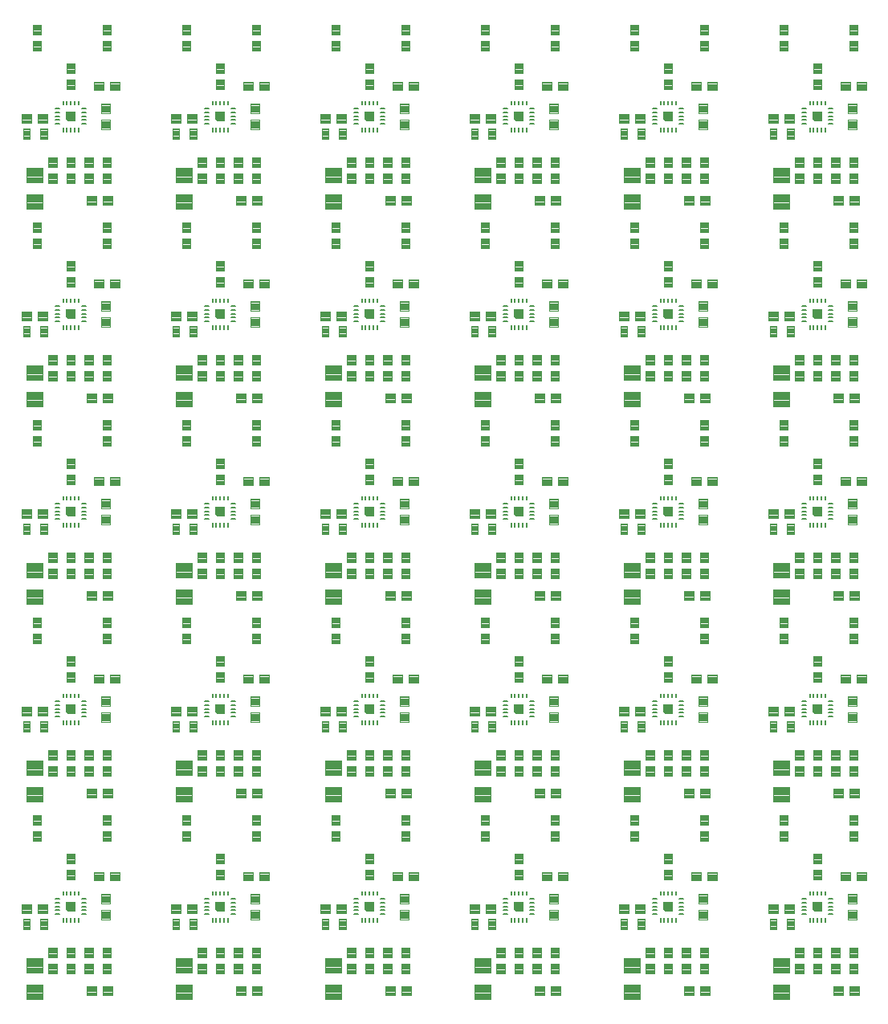
<source format=gtp>
G04 EAGLE Gerber RS-274X export*
G75*
%MOMM*%
%FSLAX34Y34*%
%LPD*%
%INSolderpaste Top*%
%IPPOS*%
%AMOC8*
5,1,8,0,0,1.08239X$1,22.5*%
G01*
%ADD10C,0.100000*%
%ADD11C,0.104000*%
%ADD12C,0.096000*%
%ADD13C,0.200000*%

G36*
X553386Y929746D02*
X553386Y929746D01*
X553403Y929743D01*
X553453Y929765D01*
X553504Y929780D01*
X553515Y929793D01*
X553531Y929800D01*
X553561Y929845D01*
X553596Y929885D01*
X553599Y929902D01*
X553608Y929917D01*
X553619Y929990D01*
X553619Y939450D01*
X553614Y939466D01*
X553617Y939483D01*
X553595Y939533D01*
X553580Y939584D01*
X553567Y939595D01*
X553560Y939611D01*
X553515Y939641D01*
X553475Y939676D01*
X553458Y939679D01*
X553444Y939688D01*
X553370Y939699D01*
X543910Y939699D01*
X543894Y939694D01*
X543877Y939697D01*
X543827Y939675D01*
X543776Y939660D01*
X543765Y939647D01*
X543749Y939640D01*
X543719Y939595D01*
X543684Y939555D01*
X543681Y939538D01*
X543672Y939524D01*
X543661Y939450D01*
X543661Y931720D01*
X543664Y931709D01*
X543663Y931701D01*
X543672Y931680D01*
X543678Y931662D01*
X543690Y931604D01*
X543698Y931592D01*
X543700Y931586D01*
X543708Y931579D01*
X543734Y931544D01*
X545464Y929814D01*
X545516Y929785D01*
X545567Y929752D01*
X545581Y929750D01*
X545586Y929747D01*
X545597Y929747D01*
X545640Y929741D01*
X553370Y929741D01*
X553386Y929746D01*
G37*
G36*
X710866Y929746D02*
X710866Y929746D01*
X710883Y929743D01*
X710933Y929765D01*
X710984Y929780D01*
X710995Y929793D01*
X711011Y929800D01*
X711041Y929845D01*
X711076Y929885D01*
X711079Y929902D01*
X711088Y929917D01*
X711099Y929990D01*
X711099Y939450D01*
X711094Y939466D01*
X711097Y939483D01*
X711075Y939533D01*
X711060Y939584D01*
X711047Y939595D01*
X711040Y939611D01*
X710995Y939641D01*
X710955Y939676D01*
X710938Y939679D01*
X710924Y939688D01*
X710850Y939699D01*
X701390Y939699D01*
X701374Y939694D01*
X701357Y939697D01*
X701307Y939675D01*
X701256Y939660D01*
X701245Y939647D01*
X701229Y939640D01*
X701199Y939595D01*
X701164Y939555D01*
X701161Y939538D01*
X701152Y939524D01*
X701141Y939450D01*
X701141Y931720D01*
X701144Y931709D01*
X701143Y931701D01*
X701152Y931680D01*
X701158Y931662D01*
X701170Y931604D01*
X701178Y931592D01*
X701180Y931586D01*
X701188Y931579D01*
X701214Y931544D01*
X702944Y929814D01*
X702996Y929785D01*
X703047Y929752D01*
X703061Y929750D01*
X703066Y929747D01*
X703077Y929747D01*
X703120Y929741D01*
X710850Y929741D01*
X710866Y929746D01*
G37*
G36*
X395906Y929746D02*
X395906Y929746D01*
X395923Y929743D01*
X395973Y929765D01*
X396024Y929780D01*
X396035Y929793D01*
X396051Y929800D01*
X396081Y929845D01*
X396116Y929885D01*
X396119Y929902D01*
X396128Y929917D01*
X396139Y929990D01*
X396139Y939450D01*
X396134Y939466D01*
X396137Y939483D01*
X396115Y939533D01*
X396100Y939584D01*
X396087Y939595D01*
X396080Y939611D01*
X396035Y939641D01*
X395995Y939676D01*
X395978Y939679D01*
X395964Y939688D01*
X395890Y939699D01*
X386430Y939699D01*
X386414Y939694D01*
X386397Y939697D01*
X386347Y939675D01*
X386296Y939660D01*
X386285Y939647D01*
X386269Y939640D01*
X386239Y939595D01*
X386204Y939555D01*
X386201Y939538D01*
X386192Y939524D01*
X386181Y939450D01*
X386181Y931720D01*
X386184Y931709D01*
X386183Y931701D01*
X386192Y931680D01*
X386198Y931662D01*
X386210Y931604D01*
X386218Y931592D01*
X386220Y931586D01*
X386228Y931579D01*
X386254Y931544D01*
X387984Y929814D01*
X388036Y929785D01*
X388087Y929752D01*
X388101Y929750D01*
X388106Y929747D01*
X388117Y929747D01*
X388160Y929741D01*
X395890Y929741D01*
X395906Y929746D01*
G37*
G36*
X868346Y929746D02*
X868346Y929746D01*
X868363Y929743D01*
X868413Y929765D01*
X868464Y929780D01*
X868475Y929793D01*
X868491Y929800D01*
X868521Y929845D01*
X868556Y929885D01*
X868559Y929902D01*
X868568Y929917D01*
X868579Y929990D01*
X868579Y939450D01*
X868574Y939466D01*
X868577Y939483D01*
X868555Y939533D01*
X868540Y939584D01*
X868527Y939595D01*
X868520Y939611D01*
X868475Y939641D01*
X868435Y939676D01*
X868418Y939679D01*
X868404Y939688D01*
X868330Y939699D01*
X858870Y939699D01*
X858854Y939694D01*
X858837Y939697D01*
X858787Y939675D01*
X858736Y939660D01*
X858725Y939647D01*
X858709Y939640D01*
X858679Y939595D01*
X858644Y939555D01*
X858641Y939538D01*
X858632Y939524D01*
X858621Y939450D01*
X858621Y931720D01*
X858624Y931709D01*
X858623Y931701D01*
X858632Y931680D01*
X858638Y931662D01*
X858650Y931604D01*
X858658Y931592D01*
X858660Y931586D01*
X858668Y931579D01*
X858694Y931544D01*
X860424Y929814D01*
X860476Y929785D01*
X860527Y929752D01*
X860541Y929750D01*
X860546Y929747D01*
X860557Y929747D01*
X860600Y929741D01*
X868330Y929741D01*
X868346Y929746D01*
G37*
G36*
X238426Y929746D02*
X238426Y929746D01*
X238443Y929743D01*
X238493Y929765D01*
X238544Y929780D01*
X238555Y929793D01*
X238571Y929800D01*
X238601Y929845D01*
X238636Y929885D01*
X238639Y929902D01*
X238648Y929917D01*
X238659Y929990D01*
X238659Y939450D01*
X238654Y939466D01*
X238657Y939483D01*
X238635Y939533D01*
X238620Y939584D01*
X238607Y939595D01*
X238600Y939611D01*
X238555Y939641D01*
X238515Y939676D01*
X238498Y939679D01*
X238484Y939688D01*
X238410Y939699D01*
X228950Y939699D01*
X228934Y939694D01*
X228917Y939697D01*
X228867Y939675D01*
X228816Y939660D01*
X228805Y939647D01*
X228789Y939640D01*
X228759Y939595D01*
X228724Y939555D01*
X228721Y939538D01*
X228712Y939524D01*
X228701Y939450D01*
X228701Y931720D01*
X228704Y931709D01*
X228703Y931701D01*
X228712Y931680D01*
X228718Y931662D01*
X228730Y931604D01*
X228738Y931592D01*
X228740Y931586D01*
X228748Y931579D01*
X228774Y931544D01*
X230504Y929814D01*
X230556Y929785D01*
X230607Y929752D01*
X230621Y929750D01*
X230626Y929747D01*
X230637Y929747D01*
X230680Y929741D01*
X238410Y929741D01*
X238426Y929746D01*
G37*
G36*
X80946Y929746D02*
X80946Y929746D01*
X80963Y929743D01*
X81013Y929765D01*
X81064Y929780D01*
X81075Y929793D01*
X81091Y929800D01*
X81121Y929845D01*
X81156Y929885D01*
X81159Y929902D01*
X81168Y929917D01*
X81179Y929990D01*
X81179Y939450D01*
X81174Y939466D01*
X81177Y939483D01*
X81155Y939533D01*
X81140Y939584D01*
X81127Y939595D01*
X81120Y939611D01*
X81075Y939641D01*
X81035Y939676D01*
X81018Y939679D01*
X81004Y939688D01*
X80930Y939699D01*
X71470Y939699D01*
X71454Y939694D01*
X71437Y939697D01*
X71387Y939675D01*
X71336Y939660D01*
X71325Y939647D01*
X71309Y939640D01*
X71279Y939595D01*
X71244Y939555D01*
X71241Y939538D01*
X71232Y939524D01*
X71221Y939450D01*
X71221Y931720D01*
X71224Y931709D01*
X71223Y931701D01*
X71232Y931680D01*
X71238Y931662D01*
X71250Y931604D01*
X71258Y931592D01*
X71260Y931586D01*
X71268Y931579D01*
X71294Y931544D01*
X73024Y929814D01*
X73076Y929785D01*
X73127Y929752D01*
X73141Y929750D01*
X73146Y929747D01*
X73157Y929747D01*
X73200Y929741D01*
X80930Y929741D01*
X80946Y929746D01*
G37*
G36*
X710866Y721466D02*
X710866Y721466D01*
X710883Y721463D01*
X710933Y721485D01*
X710984Y721500D01*
X710995Y721513D01*
X711011Y721520D01*
X711041Y721565D01*
X711076Y721605D01*
X711079Y721622D01*
X711088Y721637D01*
X711099Y721710D01*
X711099Y731170D01*
X711094Y731186D01*
X711097Y731203D01*
X711075Y731253D01*
X711060Y731304D01*
X711047Y731315D01*
X711040Y731331D01*
X710995Y731361D01*
X710955Y731396D01*
X710938Y731399D01*
X710924Y731408D01*
X710850Y731419D01*
X701390Y731419D01*
X701374Y731414D01*
X701357Y731417D01*
X701307Y731395D01*
X701256Y731380D01*
X701245Y731367D01*
X701229Y731360D01*
X701199Y731315D01*
X701164Y731275D01*
X701161Y731258D01*
X701152Y731244D01*
X701141Y731170D01*
X701141Y723440D01*
X701144Y723429D01*
X701143Y723421D01*
X701152Y723400D01*
X701158Y723382D01*
X701170Y723324D01*
X701178Y723312D01*
X701180Y723306D01*
X701188Y723299D01*
X701214Y723264D01*
X702944Y721534D01*
X702996Y721505D01*
X703047Y721472D01*
X703061Y721470D01*
X703066Y721467D01*
X703077Y721467D01*
X703120Y721461D01*
X710850Y721461D01*
X710866Y721466D01*
G37*
G36*
X80946Y721466D02*
X80946Y721466D01*
X80963Y721463D01*
X81013Y721485D01*
X81064Y721500D01*
X81075Y721513D01*
X81091Y721520D01*
X81121Y721565D01*
X81156Y721605D01*
X81159Y721622D01*
X81168Y721637D01*
X81179Y721710D01*
X81179Y731170D01*
X81174Y731186D01*
X81177Y731203D01*
X81155Y731253D01*
X81140Y731304D01*
X81127Y731315D01*
X81120Y731331D01*
X81075Y731361D01*
X81035Y731396D01*
X81018Y731399D01*
X81004Y731408D01*
X80930Y731419D01*
X71470Y731419D01*
X71454Y731414D01*
X71437Y731417D01*
X71387Y731395D01*
X71336Y731380D01*
X71325Y731367D01*
X71309Y731360D01*
X71279Y731315D01*
X71244Y731275D01*
X71241Y731258D01*
X71232Y731244D01*
X71221Y731170D01*
X71221Y723440D01*
X71224Y723429D01*
X71223Y723421D01*
X71232Y723400D01*
X71238Y723382D01*
X71250Y723324D01*
X71258Y723312D01*
X71260Y723306D01*
X71268Y723299D01*
X71294Y723264D01*
X73024Y721534D01*
X73076Y721505D01*
X73127Y721472D01*
X73141Y721470D01*
X73146Y721467D01*
X73157Y721467D01*
X73200Y721461D01*
X80930Y721461D01*
X80946Y721466D01*
G37*
G36*
X553386Y721466D02*
X553386Y721466D01*
X553403Y721463D01*
X553453Y721485D01*
X553504Y721500D01*
X553515Y721513D01*
X553531Y721520D01*
X553561Y721565D01*
X553596Y721605D01*
X553599Y721622D01*
X553608Y721637D01*
X553619Y721710D01*
X553619Y731170D01*
X553614Y731186D01*
X553617Y731203D01*
X553595Y731253D01*
X553580Y731304D01*
X553567Y731315D01*
X553560Y731331D01*
X553515Y731361D01*
X553475Y731396D01*
X553458Y731399D01*
X553444Y731408D01*
X553370Y731419D01*
X543910Y731419D01*
X543894Y731414D01*
X543877Y731417D01*
X543827Y731395D01*
X543776Y731380D01*
X543765Y731367D01*
X543749Y731360D01*
X543719Y731315D01*
X543684Y731275D01*
X543681Y731258D01*
X543672Y731244D01*
X543661Y731170D01*
X543661Y723440D01*
X543664Y723429D01*
X543663Y723421D01*
X543672Y723400D01*
X543678Y723382D01*
X543690Y723324D01*
X543698Y723312D01*
X543700Y723306D01*
X543708Y723299D01*
X543734Y723264D01*
X545464Y721534D01*
X545516Y721505D01*
X545567Y721472D01*
X545581Y721470D01*
X545586Y721467D01*
X545597Y721467D01*
X545640Y721461D01*
X553370Y721461D01*
X553386Y721466D01*
G37*
G36*
X868346Y721466D02*
X868346Y721466D01*
X868363Y721463D01*
X868413Y721485D01*
X868464Y721500D01*
X868475Y721513D01*
X868491Y721520D01*
X868521Y721565D01*
X868556Y721605D01*
X868559Y721622D01*
X868568Y721637D01*
X868579Y721710D01*
X868579Y731170D01*
X868574Y731186D01*
X868577Y731203D01*
X868555Y731253D01*
X868540Y731304D01*
X868527Y731315D01*
X868520Y731331D01*
X868475Y731361D01*
X868435Y731396D01*
X868418Y731399D01*
X868404Y731408D01*
X868330Y731419D01*
X858870Y731419D01*
X858854Y731414D01*
X858837Y731417D01*
X858787Y731395D01*
X858736Y731380D01*
X858725Y731367D01*
X858709Y731360D01*
X858679Y731315D01*
X858644Y731275D01*
X858641Y731258D01*
X858632Y731244D01*
X858621Y731170D01*
X858621Y723440D01*
X858624Y723429D01*
X858623Y723421D01*
X858632Y723400D01*
X858638Y723382D01*
X858650Y723324D01*
X858658Y723312D01*
X858660Y723306D01*
X858668Y723299D01*
X858694Y723264D01*
X860424Y721534D01*
X860476Y721505D01*
X860527Y721472D01*
X860541Y721470D01*
X860546Y721467D01*
X860557Y721467D01*
X860600Y721461D01*
X868330Y721461D01*
X868346Y721466D01*
G37*
G36*
X238426Y721466D02*
X238426Y721466D01*
X238443Y721463D01*
X238493Y721485D01*
X238544Y721500D01*
X238555Y721513D01*
X238571Y721520D01*
X238601Y721565D01*
X238636Y721605D01*
X238639Y721622D01*
X238648Y721637D01*
X238659Y721710D01*
X238659Y731170D01*
X238654Y731186D01*
X238657Y731203D01*
X238635Y731253D01*
X238620Y731304D01*
X238607Y731315D01*
X238600Y731331D01*
X238555Y731361D01*
X238515Y731396D01*
X238498Y731399D01*
X238484Y731408D01*
X238410Y731419D01*
X228950Y731419D01*
X228934Y731414D01*
X228917Y731417D01*
X228867Y731395D01*
X228816Y731380D01*
X228805Y731367D01*
X228789Y731360D01*
X228759Y731315D01*
X228724Y731275D01*
X228721Y731258D01*
X228712Y731244D01*
X228701Y731170D01*
X228701Y723440D01*
X228704Y723429D01*
X228703Y723421D01*
X228712Y723400D01*
X228718Y723382D01*
X228730Y723324D01*
X228738Y723312D01*
X228740Y723306D01*
X228748Y723299D01*
X228774Y723264D01*
X230504Y721534D01*
X230556Y721505D01*
X230607Y721472D01*
X230621Y721470D01*
X230626Y721467D01*
X230637Y721467D01*
X230680Y721461D01*
X238410Y721461D01*
X238426Y721466D01*
G37*
G36*
X395906Y721466D02*
X395906Y721466D01*
X395923Y721463D01*
X395973Y721485D01*
X396024Y721500D01*
X396035Y721513D01*
X396051Y721520D01*
X396081Y721565D01*
X396116Y721605D01*
X396119Y721622D01*
X396128Y721637D01*
X396139Y721710D01*
X396139Y731170D01*
X396134Y731186D01*
X396137Y731203D01*
X396115Y731253D01*
X396100Y731304D01*
X396087Y731315D01*
X396080Y731331D01*
X396035Y731361D01*
X395995Y731396D01*
X395978Y731399D01*
X395964Y731408D01*
X395890Y731419D01*
X386430Y731419D01*
X386414Y731414D01*
X386397Y731417D01*
X386347Y731395D01*
X386296Y731380D01*
X386285Y731367D01*
X386269Y731360D01*
X386239Y731315D01*
X386204Y731275D01*
X386201Y731258D01*
X386192Y731244D01*
X386181Y731170D01*
X386181Y723440D01*
X386184Y723429D01*
X386183Y723421D01*
X386192Y723400D01*
X386198Y723382D01*
X386210Y723324D01*
X386218Y723312D01*
X386220Y723306D01*
X386228Y723299D01*
X386254Y723264D01*
X387984Y721534D01*
X388036Y721505D01*
X388087Y721472D01*
X388101Y721470D01*
X388106Y721467D01*
X388117Y721467D01*
X388160Y721461D01*
X395890Y721461D01*
X395906Y721466D01*
G37*
G36*
X395906Y513186D02*
X395906Y513186D01*
X395923Y513183D01*
X395973Y513205D01*
X396024Y513220D01*
X396035Y513233D01*
X396051Y513240D01*
X396081Y513285D01*
X396116Y513325D01*
X396119Y513342D01*
X396128Y513357D01*
X396139Y513430D01*
X396139Y522890D01*
X396134Y522906D01*
X396137Y522923D01*
X396115Y522973D01*
X396100Y523024D01*
X396087Y523035D01*
X396080Y523051D01*
X396035Y523081D01*
X395995Y523116D01*
X395978Y523119D01*
X395964Y523128D01*
X395890Y523139D01*
X386430Y523139D01*
X386414Y523134D01*
X386397Y523137D01*
X386347Y523115D01*
X386296Y523100D01*
X386285Y523087D01*
X386269Y523080D01*
X386239Y523035D01*
X386204Y522995D01*
X386201Y522978D01*
X386192Y522964D01*
X386181Y522890D01*
X386181Y515160D01*
X386184Y515149D01*
X386183Y515141D01*
X386192Y515120D01*
X386198Y515102D01*
X386210Y515044D01*
X386218Y515032D01*
X386220Y515026D01*
X386228Y515019D01*
X386254Y514984D01*
X387984Y513254D01*
X388036Y513225D01*
X388087Y513192D01*
X388101Y513190D01*
X388106Y513187D01*
X388117Y513187D01*
X388160Y513181D01*
X395890Y513181D01*
X395906Y513186D01*
G37*
G36*
X238426Y513186D02*
X238426Y513186D01*
X238443Y513183D01*
X238493Y513205D01*
X238544Y513220D01*
X238555Y513233D01*
X238571Y513240D01*
X238601Y513285D01*
X238636Y513325D01*
X238639Y513342D01*
X238648Y513357D01*
X238659Y513430D01*
X238659Y522890D01*
X238654Y522906D01*
X238657Y522923D01*
X238635Y522973D01*
X238620Y523024D01*
X238607Y523035D01*
X238600Y523051D01*
X238555Y523081D01*
X238515Y523116D01*
X238498Y523119D01*
X238484Y523128D01*
X238410Y523139D01*
X228950Y523139D01*
X228934Y523134D01*
X228917Y523137D01*
X228867Y523115D01*
X228816Y523100D01*
X228805Y523087D01*
X228789Y523080D01*
X228759Y523035D01*
X228724Y522995D01*
X228721Y522978D01*
X228712Y522964D01*
X228701Y522890D01*
X228701Y515160D01*
X228704Y515149D01*
X228703Y515141D01*
X228712Y515120D01*
X228718Y515102D01*
X228730Y515044D01*
X228738Y515032D01*
X228740Y515026D01*
X228748Y515019D01*
X228774Y514984D01*
X230504Y513254D01*
X230556Y513225D01*
X230607Y513192D01*
X230621Y513190D01*
X230626Y513187D01*
X230637Y513187D01*
X230680Y513181D01*
X238410Y513181D01*
X238426Y513186D01*
G37*
G36*
X868346Y513186D02*
X868346Y513186D01*
X868363Y513183D01*
X868413Y513205D01*
X868464Y513220D01*
X868475Y513233D01*
X868491Y513240D01*
X868521Y513285D01*
X868556Y513325D01*
X868559Y513342D01*
X868568Y513357D01*
X868579Y513430D01*
X868579Y522890D01*
X868574Y522906D01*
X868577Y522923D01*
X868555Y522973D01*
X868540Y523024D01*
X868527Y523035D01*
X868520Y523051D01*
X868475Y523081D01*
X868435Y523116D01*
X868418Y523119D01*
X868404Y523128D01*
X868330Y523139D01*
X858870Y523139D01*
X858854Y523134D01*
X858837Y523137D01*
X858787Y523115D01*
X858736Y523100D01*
X858725Y523087D01*
X858709Y523080D01*
X858679Y523035D01*
X858644Y522995D01*
X858641Y522978D01*
X858632Y522964D01*
X858621Y522890D01*
X858621Y515160D01*
X858624Y515149D01*
X858623Y515141D01*
X858632Y515120D01*
X858638Y515102D01*
X858650Y515044D01*
X858658Y515032D01*
X858660Y515026D01*
X858668Y515019D01*
X858694Y514984D01*
X860424Y513254D01*
X860476Y513225D01*
X860527Y513192D01*
X860541Y513190D01*
X860546Y513187D01*
X860557Y513187D01*
X860600Y513181D01*
X868330Y513181D01*
X868346Y513186D01*
G37*
G36*
X710866Y513186D02*
X710866Y513186D01*
X710883Y513183D01*
X710933Y513205D01*
X710984Y513220D01*
X710995Y513233D01*
X711011Y513240D01*
X711041Y513285D01*
X711076Y513325D01*
X711079Y513342D01*
X711088Y513357D01*
X711099Y513430D01*
X711099Y522890D01*
X711094Y522906D01*
X711097Y522923D01*
X711075Y522973D01*
X711060Y523024D01*
X711047Y523035D01*
X711040Y523051D01*
X710995Y523081D01*
X710955Y523116D01*
X710938Y523119D01*
X710924Y523128D01*
X710850Y523139D01*
X701390Y523139D01*
X701374Y523134D01*
X701357Y523137D01*
X701307Y523115D01*
X701256Y523100D01*
X701245Y523087D01*
X701229Y523080D01*
X701199Y523035D01*
X701164Y522995D01*
X701161Y522978D01*
X701152Y522964D01*
X701141Y522890D01*
X701141Y515160D01*
X701144Y515149D01*
X701143Y515141D01*
X701152Y515120D01*
X701158Y515102D01*
X701170Y515044D01*
X701178Y515032D01*
X701180Y515026D01*
X701188Y515019D01*
X701214Y514984D01*
X702944Y513254D01*
X702996Y513225D01*
X703047Y513192D01*
X703061Y513190D01*
X703066Y513187D01*
X703077Y513187D01*
X703120Y513181D01*
X710850Y513181D01*
X710866Y513186D01*
G37*
G36*
X553386Y513186D02*
X553386Y513186D01*
X553403Y513183D01*
X553453Y513205D01*
X553504Y513220D01*
X553515Y513233D01*
X553531Y513240D01*
X553561Y513285D01*
X553596Y513325D01*
X553599Y513342D01*
X553608Y513357D01*
X553619Y513430D01*
X553619Y522890D01*
X553614Y522906D01*
X553617Y522923D01*
X553595Y522973D01*
X553580Y523024D01*
X553567Y523035D01*
X553560Y523051D01*
X553515Y523081D01*
X553475Y523116D01*
X553458Y523119D01*
X553444Y523128D01*
X553370Y523139D01*
X543910Y523139D01*
X543894Y523134D01*
X543877Y523137D01*
X543827Y523115D01*
X543776Y523100D01*
X543765Y523087D01*
X543749Y523080D01*
X543719Y523035D01*
X543684Y522995D01*
X543681Y522978D01*
X543672Y522964D01*
X543661Y522890D01*
X543661Y515160D01*
X543664Y515149D01*
X543663Y515141D01*
X543672Y515120D01*
X543678Y515102D01*
X543690Y515044D01*
X543698Y515032D01*
X543700Y515026D01*
X543708Y515019D01*
X543734Y514984D01*
X545464Y513254D01*
X545516Y513225D01*
X545567Y513192D01*
X545581Y513190D01*
X545586Y513187D01*
X545597Y513187D01*
X545640Y513181D01*
X553370Y513181D01*
X553386Y513186D01*
G37*
G36*
X80946Y513186D02*
X80946Y513186D01*
X80963Y513183D01*
X81013Y513205D01*
X81064Y513220D01*
X81075Y513233D01*
X81091Y513240D01*
X81121Y513285D01*
X81156Y513325D01*
X81159Y513342D01*
X81168Y513357D01*
X81179Y513430D01*
X81179Y522890D01*
X81174Y522906D01*
X81177Y522923D01*
X81155Y522973D01*
X81140Y523024D01*
X81127Y523035D01*
X81120Y523051D01*
X81075Y523081D01*
X81035Y523116D01*
X81018Y523119D01*
X81004Y523128D01*
X80930Y523139D01*
X71470Y523139D01*
X71454Y523134D01*
X71437Y523137D01*
X71387Y523115D01*
X71336Y523100D01*
X71325Y523087D01*
X71309Y523080D01*
X71279Y523035D01*
X71244Y522995D01*
X71241Y522978D01*
X71232Y522964D01*
X71221Y522890D01*
X71221Y515160D01*
X71224Y515149D01*
X71223Y515141D01*
X71232Y515120D01*
X71238Y515102D01*
X71250Y515044D01*
X71258Y515032D01*
X71260Y515026D01*
X71268Y515019D01*
X71294Y514984D01*
X73024Y513254D01*
X73076Y513225D01*
X73127Y513192D01*
X73141Y513190D01*
X73146Y513187D01*
X73157Y513187D01*
X73200Y513181D01*
X80930Y513181D01*
X80946Y513186D01*
G37*
G36*
X395906Y304906D02*
X395906Y304906D01*
X395923Y304903D01*
X395973Y304925D01*
X396024Y304940D01*
X396035Y304953D01*
X396051Y304960D01*
X396081Y305005D01*
X396116Y305045D01*
X396119Y305062D01*
X396128Y305077D01*
X396139Y305150D01*
X396139Y314610D01*
X396134Y314626D01*
X396137Y314643D01*
X396115Y314693D01*
X396100Y314744D01*
X396087Y314755D01*
X396080Y314771D01*
X396035Y314801D01*
X395995Y314836D01*
X395978Y314839D01*
X395964Y314848D01*
X395890Y314859D01*
X386430Y314859D01*
X386414Y314854D01*
X386397Y314857D01*
X386347Y314835D01*
X386296Y314820D01*
X386285Y314807D01*
X386269Y314800D01*
X386239Y314755D01*
X386204Y314715D01*
X386201Y314698D01*
X386192Y314684D01*
X386181Y314610D01*
X386181Y306880D01*
X386184Y306869D01*
X386183Y306861D01*
X386192Y306840D01*
X386198Y306822D01*
X386210Y306764D01*
X386218Y306752D01*
X386220Y306746D01*
X386228Y306739D01*
X386254Y306704D01*
X387984Y304974D01*
X388036Y304945D01*
X388087Y304912D01*
X388101Y304910D01*
X388106Y304907D01*
X388117Y304907D01*
X388160Y304901D01*
X395890Y304901D01*
X395906Y304906D01*
G37*
G36*
X553386Y304906D02*
X553386Y304906D01*
X553403Y304903D01*
X553453Y304925D01*
X553504Y304940D01*
X553515Y304953D01*
X553531Y304960D01*
X553561Y305005D01*
X553596Y305045D01*
X553599Y305062D01*
X553608Y305077D01*
X553619Y305150D01*
X553619Y314610D01*
X553614Y314626D01*
X553617Y314643D01*
X553595Y314693D01*
X553580Y314744D01*
X553567Y314755D01*
X553560Y314771D01*
X553515Y314801D01*
X553475Y314836D01*
X553458Y314839D01*
X553444Y314848D01*
X553370Y314859D01*
X543910Y314859D01*
X543894Y314854D01*
X543877Y314857D01*
X543827Y314835D01*
X543776Y314820D01*
X543765Y314807D01*
X543749Y314800D01*
X543719Y314755D01*
X543684Y314715D01*
X543681Y314698D01*
X543672Y314684D01*
X543661Y314610D01*
X543661Y306880D01*
X543664Y306869D01*
X543663Y306861D01*
X543672Y306840D01*
X543678Y306822D01*
X543690Y306764D01*
X543698Y306752D01*
X543700Y306746D01*
X543708Y306739D01*
X543734Y306704D01*
X545464Y304974D01*
X545516Y304945D01*
X545567Y304912D01*
X545581Y304910D01*
X545586Y304907D01*
X545597Y304907D01*
X545640Y304901D01*
X553370Y304901D01*
X553386Y304906D01*
G37*
G36*
X868346Y304906D02*
X868346Y304906D01*
X868363Y304903D01*
X868413Y304925D01*
X868464Y304940D01*
X868475Y304953D01*
X868491Y304960D01*
X868521Y305005D01*
X868556Y305045D01*
X868559Y305062D01*
X868568Y305077D01*
X868579Y305150D01*
X868579Y314610D01*
X868574Y314626D01*
X868577Y314643D01*
X868555Y314693D01*
X868540Y314744D01*
X868527Y314755D01*
X868520Y314771D01*
X868475Y314801D01*
X868435Y314836D01*
X868418Y314839D01*
X868404Y314848D01*
X868330Y314859D01*
X858870Y314859D01*
X858854Y314854D01*
X858837Y314857D01*
X858787Y314835D01*
X858736Y314820D01*
X858725Y314807D01*
X858709Y314800D01*
X858679Y314755D01*
X858644Y314715D01*
X858641Y314698D01*
X858632Y314684D01*
X858621Y314610D01*
X858621Y306880D01*
X858624Y306869D01*
X858623Y306861D01*
X858632Y306840D01*
X858638Y306822D01*
X858650Y306764D01*
X858658Y306752D01*
X858660Y306746D01*
X858668Y306739D01*
X858694Y306704D01*
X860424Y304974D01*
X860476Y304945D01*
X860527Y304912D01*
X860541Y304910D01*
X860546Y304907D01*
X860557Y304907D01*
X860600Y304901D01*
X868330Y304901D01*
X868346Y304906D01*
G37*
G36*
X238426Y304906D02*
X238426Y304906D01*
X238443Y304903D01*
X238493Y304925D01*
X238544Y304940D01*
X238555Y304953D01*
X238571Y304960D01*
X238601Y305005D01*
X238636Y305045D01*
X238639Y305062D01*
X238648Y305077D01*
X238659Y305150D01*
X238659Y314610D01*
X238654Y314626D01*
X238657Y314643D01*
X238635Y314693D01*
X238620Y314744D01*
X238607Y314755D01*
X238600Y314771D01*
X238555Y314801D01*
X238515Y314836D01*
X238498Y314839D01*
X238484Y314848D01*
X238410Y314859D01*
X228950Y314859D01*
X228934Y314854D01*
X228917Y314857D01*
X228867Y314835D01*
X228816Y314820D01*
X228805Y314807D01*
X228789Y314800D01*
X228759Y314755D01*
X228724Y314715D01*
X228721Y314698D01*
X228712Y314684D01*
X228701Y314610D01*
X228701Y306880D01*
X228704Y306869D01*
X228703Y306861D01*
X228712Y306840D01*
X228718Y306822D01*
X228730Y306764D01*
X228738Y306752D01*
X228740Y306746D01*
X228748Y306739D01*
X228774Y306704D01*
X230504Y304974D01*
X230556Y304945D01*
X230607Y304912D01*
X230621Y304910D01*
X230626Y304907D01*
X230637Y304907D01*
X230680Y304901D01*
X238410Y304901D01*
X238426Y304906D01*
G37*
G36*
X710866Y304906D02*
X710866Y304906D01*
X710883Y304903D01*
X710933Y304925D01*
X710984Y304940D01*
X710995Y304953D01*
X711011Y304960D01*
X711041Y305005D01*
X711076Y305045D01*
X711079Y305062D01*
X711088Y305077D01*
X711099Y305150D01*
X711099Y314610D01*
X711094Y314626D01*
X711097Y314643D01*
X711075Y314693D01*
X711060Y314744D01*
X711047Y314755D01*
X711040Y314771D01*
X710995Y314801D01*
X710955Y314836D01*
X710938Y314839D01*
X710924Y314848D01*
X710850Y314859D01*
X701390Y314859D01*
X701374Y314854D01*
X701357Y314857D01*
X701307Y314835D01*
X701256Y314820D01*
X701245Y314807D01*
X701229Y314800D01*
X701199Y314755D01*
X701164Y314715D01*
X701161Y314698D01*
X701152Y314684D01*
X701141Y314610D01*
X701141Y306880D01*
X701144Y306869D01*
X701143Y306861D01*
X701152Y306840D01*
X701158Y306822D01*
X701170Y306764D01*
X701178Y306752D01*
X701180Y306746D01*
X701188Y306739D01*
X701214Y306704D01*
X702944Y304974D01*
X702996Y304945D01*
X703047Y304912D01*
X703061Y304910D01*
X703066Y304907D01*
X703077Y304907D01*
X703120Y304901D01*
X710850Y304901D01*
X710866Y304906D01*
G37*
G36*
X80946Y304906D02*
X80946Y304906D01*
X80963Y304903D01*
X81013Y304925D01*
X81064Y304940D01*
X81075Y304953D01*
X81091Y304960D01*
X81121Y305005D01*
X81156Y305045D01*
X81159Y305062D01*
X81168Y305077D01*
X81179Y305150D01*
X81179Y314610D01*
X81174Y314626D01*
X81177Y314643D01*
X81155Y314693D01*
X81140Y314744D01*
X81127Y314755D01*
X81120Y314771D01*
X81075Y314801D01*
X81035Y314836D01*
X81018Y314839D01*
X81004Y314848D01*
X80930Y314859D01*
X71470Y314859D01*
X71454Y314854D01*
X71437Y314857D01*
X71387Y314835D01*
X71336Y314820D01*
X71325Y314807D01*
X71309Y314800D01*
X71279Y314755D01*
X71244Y314715D01*
X71241Y314698D01*
X71232Y314684D01*
X71221Y314610D01*
X71221Y306880D01*
X71224Y306869D01*
X71223Y306861D01*
X71232Y306840D01*
X71238Y306822D01*
X71250Y306764D01*
X71258Y306752D01*
X71260Y306746D01*
X71268Y306739D01*
X71294Y306704D01*
X73024Y304974D01*
X73076Y304945D01*
X73127Y304912D01*
X73141Y304910D01*
X73146Y304907D01*
X73157Y304907D01*
X73200Y304901D01*
X80930Y304901D01*
X80946Y304906D01*
G37*
G36*
X868346Y96626D02*
X868346Y96626D01*
X868363Y96623D01*
X868413Y96645D01*
X868464Y96660D01*
X868475Y96673D01*
X868491Y96680D01*
X868521Y96725D01*
X868556Y96765D01*
X868559Y96782D01*
X868568Y96797D01*
X868579Y96870D01*
X868579Y106330D01*
X868574Y106346D01*
X868577Y106363D01*
X868555Y106413D01*
X868540Y106464D01*
X868527Y106475D01*
X868520Y106491D01*
X868475Y106521D01*
X868435Y106556D01*
X868418Y106559D01*
X868404Y106568D01*
X868330Y106579D01*
X858870Y106579D01*
X858854Y106574D01*
X858837Y106577D01*
X858787Y106555D01*
X858736Y106540D01*
X858725Y106527D01*
X858709Y106520D01*
X858679Y106475D01*
X858644Y106435D01*
X858641Y106418D01*
X858632Y106404D01*
X858621Y106330D01*
X858621Y98600D01*
X858624Y98589D01*
X858623Y98581D01*
X858632Y98560D01*
X858638Y98542D01*
X858650Y98484D01*
X858658Y98472D01*
X858660Y98466D01*
X858668Y98459D01*
X858694Y98424D01*
X860424Y96694D01*
X860476Y96665D01*
X860527Y96632D01*
X860541Y96630D01*
X860546Y96627D01*
X860557Y96627D01*
X860600Y96621D01*
X868330Y96621D01*
X868346Y96626D01*
G37*
G36*
X553386Y96626D02*
X553386Y96626D01*
X553403Y96623D01*
X553453Y96645D01*
X553504Y96660D01*
X553515Y96673D01*
X553531Y96680D01*
X553561Y96725D01*
X553596Y96765D01*
X553599Y96782D01*
X553608Y96797D01*
X553619Y96870D01*
X553619Y106330D01*
X553614Y106346D01*
X553617Y106363D01*
X553595Y106413D01*
X553580Y106464D01*
X553567Y106475D01*
X553560Y106491D01*
X553515Y106521D01*
X553475Y106556D01*
X553458Y106559D01*
X553444Y106568D01*
X553370Y106579D01*
X543910Y106579D01*
X543894Y106574D01*
X543877Y106577D01*
X543827Y106555D01*
X543776Y106540D01*
X543765Y106527D01*
X543749Y106520D01*
X543719Y106475D01*
X543684Y106435D01*
X543681Y106418D01*
X543672Y106404D01*
X543661Y106330D01*
X543661Y98600D01*
X543664Y98589D01*
X543663Y98581D01*
X543672Y98560D01*
X543678Y98542D01*
X543690Y98484D01*
X543698Y98472D01*
X543700Y98466D01*
X543708Y98459D01*
X543734Y98424D01*
X545464Y96694D01*
X545516Y96665D01*
X545567Y96632D01*
X545581Y96630D01*
X545586Y96627D01*
X545597Y96627D01*
X545640Y96621D01*
X553370Y96621D01*
X553386Y96626D01*
G37*
G36*
X710866Y96626D02*
X710866Y96626D01*
X710883Y96623D01*
X710933Y96645D01*
X710984Y96660D01*
X710995Y96673D01*
X711011Y96680D01*
X711041Y96725D01*
X711076Y96765D01*
X711079Y96782D01*
X711088Y96797D01*
X711099Y96870D01*
X711099Y106330D01*
X711094Y106346D01*
X711097Y106363D01*
X711075Y106413D01*
X711060Y106464D01*
X711047Y106475D01*
X711040Y106491D01*
X710995Y106521D01*
X710955Y106556D01*
X710938Y106559D01*
X710924Y106568D01*
X710850Y106579D01*
X701390Y106579D01*
X701374Y106574D01*
X701357Y106577D01*
X701307Y106555D01*
X701256Y106540D01*
X701245Y106527D01*
X701229Y106520D01*
X701199Y106475D01*
X701164Y106435D01*
X701161Y106418D01*
X701152Y106404D01*
X701141Y106330D01*
X701141Y98600D01*
X701144Y98589D01*
X701143Y98581D01*
X701152Y98560D01*
X701158Y98542D01*
X701170Y98484D01*
X701178Y98472D01*
X701180Y98466D01*
X701188Y98459D01*
X701214Y98424D01*
X702944Y96694D01*
X702996Y96665D01*
X703047Y96632D01*
X703061Y96630D01*
X703066Y96627D01*
X703077Y96627D01*
X703120Y96621D01*
X710850Y96621D01*
X710866Y96626D01*
G37*
G36*
X238426Y96626D02*
X238426Y96626D01*
X238443Y96623D01*
X238493Y96645D01*
X238544Y96660D01*
X238555Y96673D01*
X238571Y96680D01*
X238601Y96725D01*
X238636Y96765D01*
X238639Y96782D01*
X238648Y96797D01*
X238659Y96870D01*
X238659Y106330D01*
X238654Y106346D01*
X238657Y106363D01*
X238635Y106413D01*
X238620Y106464D01*
X238607Y106475D01*
X238600Y106491D01*
X238555Y106521D01*
X238515Y106556D01*
X238498Y106559D01*
X238484Y106568D01*
X238410Y106579D01*
X228950Y106579D01*
X228934Y106574D01*
X228917Y106577D01*
X228867Y106555D01*
X228816Y106540D01*
X228805Y106527D01*
X228789Y106520D01*
X228759Y106475D01*
X228724Y106435D01*
X228721Y106418D01*
X228712Y106404D01*
X228701Y106330D01*
X228701Y98600D01*
X228704Y98589D01*
X228703Y98581D01*
X228712Y98560D01*
X228718Y98542D01*
X228730Y98484D01*
X228738Y98472D01*
X228740Y98466D01*
X228748Y98459D01*
X228774Y98424D01*
X230504Y96694D01*
X230556Y96665D01*
X230607Y96632D01*
X230621Y96630D01*
X230626Y96627D01*
X230637Y96627D01*
X230680Y96621D01*
X238410Y96621D01*
X238426Y96626D01*
G37*
G36*
X395906Y96626D02*
X395906Y96626D01*
X395923Y96623D01*
X395973Y96645D01*
X396024Y96660D01*
X396035Y96673D01*
X396051Y96680D01*
X396081Y96725D01*
X396116Y96765D01*
X396119Y96782D01*
X396128Y96797D01*
X396139Y96870D01*
X396139Y106330D01*
X396134Y106346D01*
X396137Y106363D01*
X396115Y106413D01*
X396100Y106464D01*
X396087Y106475D01*
X396080Y106491D01*
X396035Y106521D01*
X395995Y106556D01*
X395978Y106559D01*
X395964Y106568D01*
X395890Y106579D01*
X386430Y106579D01*
X386414Y106574D01*
X386397Y106577D01*
X386347Y106555D01*
X386296Y106540D01*
X386285Y106527D01*
X386269Y106520D01*
X386239Y106475D01*
X386204Y106435D01*
X386201Y106418D01*
X386192Y106404D01*
X386181Y106330D01*
X386181Y98600D01*
X386184Y98589D01*
X386183Y98581D01*
X386192Y98560D01*
X386198Y98542D01*
X386210Y98484D01*
X386218Y98472D01*
X386220Y98466D01*
X386228Y98459D01*
X386254Y98424D01*
X387984Y96694D01*
X388036Y96665D01*
X388087Y96632D01*
X388101Y96630D01*
X388106Y96627D01*
X388117Y96627D01*
X388160Y96621D01*
X395890Y96621D01*
X395906Y96626D01*
G37*
G36*
X80946Y96626D02*
X80946Y96626D01*
X80963Y96623D01*
X81013Y96645D01*
X81064Y96660D01*
X81075Y96673D01*
X81091Y96680D01*
X81121Y96725D01*
X81156Y96765D01*
X81159Y96782D01*
X81168Y96797D01*
X81179Y96870D01*
X81179Y106330D01*
X81174Y106346D01*
X81177Y106363D01*
X81155Y106413D01*
X81140Y106464D01*
X81127Y106475D01*
X81120Y106491D01*
X81075Y106521D01*
X81035Y106556D01*
X81018Y106559D01*
X81004Y106568D01*
X80930Y106579D01*
X71470Y106579D01*
X71454Y106574D01*
X71437Y106577D01*
X71387Y106555D01*
X71336Y106540D01*
X71325Y106527D01*
X71309Y106520D01*
X71279Y106475D01*
X71244Y106435D01*
X71241Y106418D01*
X71232Y106404D01*
X71221Y106330D01*
X71221Y98600D01*
X71224Y98589D01*
X71223Y98581D01*
X71232Y98560D01*
X71238Y98542D01*
X71250Y98484D01*
X71258Y98472D01*
X71260Y98466D01*
X71268Y98459D01*
X71294Y98424D01*
X73024Y96694D01*
X73076Y96665D01*
X73127Y96632D01*
X73141Y96630D01*
X73146Y96627D01*
X73157Y96627D01*
X73200Y96621D01*
X80930Y96621D01*
X80946Y96626D01*
G37*
D10*
X110180Y17200D02*
X120180Y17200D01*
X120180Y8200D01*
X110180Y8200D01*
X110180Y17200D01*
X110180Y9150D02*
X120180Y9150D01*
X120180Y10100D02*
X110180Y10100D01*
X110180Y11050D02*
X120180Y11050D01*
X120180Y12000D02*
X110180Y12000D01*
X110180Y12950D02*
X120180Y12950D01*
X120180Y13900D02*
X110180Y13900D01*
X110180Y14850D02*
X120180Y14850D01*
X120180Y15800D02*
X110180Y15800D01*
X110180Y16750D02*
X120180Y16750D01*
X103180Y17200D02*
X93180Y17200D01*
X103180Y17200D02*
X103180Y8200D01*
X93180Y8200D01*
X93180Y17200D01*
X93180Y9150D02*
X103180Y9150D01*
X103180Y10100D02*
X93180Y10100D01*
X93180Y11050D02*
X103180Y11050D01*
X103180Y12000D02*
X93180Y12000D01*
X93180Y12950D02*
X103180Y12950D01*
X103180Y13900D02*
X93180Y13900D01*
X93180Y14850D02*
X103180Y14850D01*
X103180Y15800D02*
X93180Y15800D01*
X93180Y16750D02*
X103180Y16750D01*
X108530Y105100D02*
X108530Y115100D01*
X117530Y115100D01*
X117530Y105100D01*
X108530Y105100D01*
X108530Y106050D02*
X117530Y106050D01*
X117530Y107000D02*
X108530Y107000D01*
X108530Y107950D02*
X117530Y107950D01*
X117530Y108900D02*
X108530Y108900D01*
X108530Y109850D02*
X117530Y109850D01*
X117530Y110800D02*
X108530Y110800D01*
X108530Y111750D02*
X117530Y111750D01*
X117530Y112700D02*
X108530Y112700D01*
X108530Y113650D02*
X117530Y113650D01*
X117530Y114600D02*
X108530Y114600D01*
X108530Y98100D02*
X108530Y88100D01*
X108530Y98100D02*
X117530Y98100D01*
X117530Y88100D01*
X108530Y88100D01*
X108530Y89050D02*
X117530Y89050D01*
X117530Y90000D02*
X108530Y90000D01*
X108530Y90950D02*
X117530Y90950D01*
X117530Y91900D02*
X108530Y91900D01*
X108530Y92850D02*
X117530Y92850D01*
X117530Y93800D02*
X108530Y93800D01*
X108530Y94750D02*
X117530Y94750D01*
X117530Y95700D02*
X108530Y95700D01*
X108530Y96650D02*
X117530Y96650D01*
X117530Y97600D02*
X108530Y97600D01*
X99750Y40950D02*
X99750Y30950D01*
X90750Y30950D01*
X90750Y40950D01*
X99750Y40950D01*
X99750Y31900D02*
X90750Y31900D01*
X90750Y32850D02*
X99750Y32850D01*
X99750Y33800D02*
X90750Y33800D01*
X90750Y34750D02*
X99750Y34750D01*
X99750Y35700D02*
X90750Y35700D01*
X90750Y36650D02*
X99750Y36650D01*
X99750Y37600D02*
X90750Y37600D01*
X90750Y38550D02*
X99750Y38550D01*
X99750Y39500D02*
X90750Y39500D01*
X90750Y40450D02*
X99750Y40450D01*
X99750Y47950D02*
X99750Y57950D01*
X99750Y47950D02*
X90750Y47950D01*
X90750Y57950D01*
X99750Y57950D01*
X99750Y48900D02*
X90750Y48900D01*
X90750Y49850D02*
X99750Y49850D01*
X99750Y50800D02*
X90750Y50800D01*
X90750Y51750D02*
X99750Y51750D01*
X99750Y52700D02*
X90750Y52700D01*
X90750Y53650D02*
X99750Y53650D01*
X99750Y54600D02*
X90750Y54600D01*
X90750Y55550D02*
X99750Y55550D01*
X99750Y56500D02*
X90750Y56500D01*
X90750Y57450D02*
X99750Y57450D01*
X117800Y137850D02*
X127800Y137850D01*
X127800Y128850D01*
X117800Y128850D01*
X117800Y137850D01*
X117800Y129800D02*
X127800Y129800D01*
X127800Y130750D02*
X117800Y130750D01*
X117800Y131700D02*
X127800Y131700D01*
X127800Y132650D02*
X117800Y132650D01*
X117800Y133600D02*
X127800Y133600D01*
X127800Y134550D02*
X117800Y134550D01*
X117800Y135500D02*
X127800Y135500D01*
X127800Y136450D02*
X117800Y136450D01*
X117800Y137400D02*
X127800Y137400D01*
X110800Y137850D02*
X100800Y137850D01*
X110800Y137850D02*
X110800Y128850D01*
X100800Y128850D01*
X100800Y137850D01*
X100800Y129800D02*
X110800Y129800D01*
X110800Y130750D02*
X100800Y130750D01*
X100800Y131700D02*
X110800Y131700D01*
X110800Y132650D02*
X100800Y132650D01*
X100800Y133600D02*
X110800Y133600D01*
X110800Y134550D02*
X100800Y134550D01*
X100800Y135500D02*
X110800Y135500D01*
X110800Y136450D02*
X100800Y136450D01*
X100800Y137400D02*
X110800Y137400D01*
X80700Y40950D02*
X80700Y30950D01*
X71700Y30950D01*
X71700Y40950D01*
X80700Y40950D01*
X80700Y31900D02*
X71700Y31900D01*
X71700Y32850D02*
X80700Y32850D01*
X80700Y33800D02*
X71700Y33800D01*
X71700Y34750D02*
X80700Y34750D01*
X80700Y35700D02*
X71700Y35700D01*
X71700Y36650D02*
X80700Y36650D01*
X80700Y37600D02*
X71700Y37600D01*
X71700Y38550D02*
X80700Y38550D01*
X80700Y39500D02*
X71700Y39500D01*
X71700Y40450D02*
X80700Y40450D01*
X80700Y47950D02*
X80700Y57950D01*
X80700Y47950D02*
X71700Y47950D01*
X71700Y57950D01*
X80700Y57950D01*
X80700Y48900D02*
X71700Y48900D01*
X71700Y49850D02*
X80700Y49850D01*
X80700Y50800D02*
X71700Y50800D01*
X71700Y51750D02*
X80700Y51750D01*
X80700Y52700D02*
X71700Y52700D01*
X71700Y53650D02*
X80700Y53650D01*
X80700Y54600D02*
X71700Y54600D01*
X71700Y55550D02*
X80700Y55550D01*
X80700Y56500D02*
X71700Y56500D01*
X71700Y57450D02*
X80700Y57450D01*
X118800Y40950D02*
X118800Y30950D01*
X109800Y30950D01*
X109800Y40950D01*
X118800Y40950D01*
X118800Y31900D02*
X109800Y31900D01*
X109800Y32850D02*
X118800Y32850D01*
X118800Y33800D02*
X109800Y33800D01*
X109800Y34750D02*
X118800Y34750D01*
X118800Y35700D02*
X109800Y35700D01*
X109800Y36650D02*
X118800Y36650D01*
X118800Y37600D02*
X109800Y37600D01*
X109800Y38550D02*
X118800Y38550D01*
X118800Y39500D02*
X109800Y39500D01*
X109800Y40450D02*
X118800Y40450D01*
X118800Y47950D02*
X118800Y57950D01*
X118800Y47950D02*
X109800Y47950D01*
X109800Y57950D01*
X118800Y57950D01*
X118800Y48900D02*
X109800Y48900D01*
X109800Y49850D02*
X118800Y49850D01*
X118800Y50800D02*
X109800Y50800D01*
X109800Y51750D02*
X118800Y51750D01*
X118800Y52700D02*
X109800Y52700D01*
X109800Y53650D02*
X118800Y53650D01*
X118800Y54600D02*
X109800Y54600D01*
X109800Y55550D02*
X118800Y55550D01*
X118800Y56500D02*
X109800Y56500D01*
X109800Y57450D02*
X118800Y57450D01*
X61650Y40950D02*
X61650Y30950D01*
X52650Y30950D01*
X52650Y40950D01*
X61650Y40950D01*
X61650Y31900D02*
X52650Y31900D01*
X52650Y32850D02*
X61650Y32850D01*
X61650Y33800D02*
X52650Y33800D01*
X52650Y34750D02*
X61650Y34750D01*
X61650Y35700D02*
X52650Y35700D01*
X52650Y36650D02*
X61650Y36650D01*
X61650Y37600D02*
X52650Y37600D01*
X52650Y38550D02*
X61650Y38550D01*
X61650Y39500D02*
X52650Y39500D01*
X52650Y40450D02*
X61650Y40450D01*
X61650Y47950D02*
X61650Y57950D01*
X61650Y47950D02*
X52650Y47950D01*
X52650Y57950D01*
X61650Y57950D01*
X61650Y48900D02*
X52650Y48900D01*
X52650Y49850D02*
X61650Y49850D01*
X61650Y50800D02*
X52650Y50800D01*
X52650Y51750D02*
X61650Y51750D01*
X61650Y52700D02*
X52650Y52700D01*
X52650Y53650D02*
X61650Y53650D01*
X61650Y54600D02*
X52650Y54600D01*
X52650Y55550D02*
X61650Y55550D01*
X61650Y56500D02*
X52650Y56500D01*
X52650Y57450D02*
X61650Y57450D01*
D11*
X51088Y88538D02*
X44128Y88538D01*
X51088Y88538D02*
X51088Y77578D01*
X44128Y77578D01*
X44128Y88538D01*
X44128Y78566D02*
X51088Y78566D01*
X51088Y79554D02*
X44128Y79554D01*
X44128Y80542D02*
X51088Y80542D01*
X51088Y81530D02*
X44128Y81530D01*
X44128Y82518D02*
X51088Y82518D01*
X51088Y83506D02*
X44128Y83506D01*
X44128Y84494D02*
X51088Y84494D01*
X51088Y85482D02*
X44128Y85482D01*
X44128Y86470D02*
X51088Y86470D01*
X51088Y87458D02*
X44128Y87458D01*
X44128Y88446D02*
X51088Y88446D01*
X33088Y88538D02*
X26128Y88538D01*
X33088Y88538D02*
X33088Y77578D01*
X26128Y77578D01*
X26128Y88538D01*
X26128Y78566D02*
X33088Y78566D01*
X33088Y79554D02*
X26128Y79554D01*
X26128Y80542D02*
X33088Y80542D01*
X33088Y81530D02*
X26128Y81530D01*
X26128Y82518D02*
X33088Y82518D01*
X33088Y83506D02*
X26128Y83506D01*
X26128Y84494D02*
X33088Y84494D01*
X33088Y85482D02*
X26128Y85482D01*
X26128Y86470D02*
X33088Y86470D01*
X33088Y87458D02*
X26128Y87458D01*
X26128Y88446D02*
X33088Y88446D01*
D10*
X41346Y103560D02*
X51346Y103560D01*
X51346Y94560D01*
X41346Y94560D01*
X41346Y103560D01*
X41346Y95510D02*
X51346Y95510D01*
X51346Y96460D02*
X41346Y96460D01*
X41346Y97410D02*
X51346Y97410D01*
X51346Y98360D02*
X41346Y98360D01*
X41346Y99310D02*
X51346Y99310D01*
X51346Y100260D02*
X41346Y100260D01*
X41346Y101210D02*
X51346Y101210D01*
X51346Y102160D02*
X41346Y102160D01*
X41346Y103110D02*
X51346Y103110D01*
X34346Y103560D02*
X24346Y103560D01*
X34346Y103560D02*
X34346Y94560D01*
X24346Y94560D01*
X24346Y103560D01*
X24346Y95510D02*
X34346Y95510D01*
X34346Y96460D02*
X24346Y96460D01*
X24346Y97410D02*
X34346Y97410D01*
X34346Y98360D02*
X24346Y98360D01*
X24346Y99310D02*
X34346Y99310D01*
X34346Y100260D02*
X24346Y100260D01*
X24346Y101210D02*
X34346Y101210D01*
X34346Y102160D02*
X24346Y102160D01*
X24346Y103110D02*
X34346Y103110D01*
X80700Y130010D02*
X80700Y140010D01*
X80700Y130010D02*
X71700Y130010D01*
X71700Y140010D01*
X80700Y140010D01*
X80700Y130960D02*
X71700Y130960D01*
X71700Y131910D02*
X80700Y131910D01*
X80700Y132860D02*
X71700Y132860D01*
X71700Y133810D02*
X80700Y133810D01*
X80700Y134760D02*
X71700Y134760D01*
X71700Y135710D02*
X80700Y135710D01*
X80700Y136660D02*
X71700Y136660D01*
X71700Y137610D02*
X80700Y137610D01*
X80700Y138560D02*
X71700Y138560D01*
X71700Y139510D02*
X80700Y139510D01*
X80700Y147010D02*
X80700Y157010D01*
X80700Y147010D02*
X71700Y147010D01*
X71700Y157010D01*
X80700Y157010D01*
X80700Y147960D02*
X71700Y147960D01*
X71700Y148910D02*
X80700Y148910D01*
X80700Y149860D02*
X71700Y149860D01*
X71700Y150810D02*
X80700Y150810D01*
X80700Y151760D02*
X71700Y151760D01*
X71700Y152710D02*
X80700Y152710D01*
X80700Y153660D02*
X71700Y153660D01*
X71700Y154610D02*
X80700Y154610D01*
X80700Y155560D02*
X71700Y155560D01*
X71700Y156510D02*
X80700Y156510D01*
X109800Y187650D02*
X109800Y197650D01*
X118800Y197650D01*
X118800Y187650D01*
X109800Y187650D01*
X109800Y188600D02*
X118800Y188600D01*
X118800Y189550D02*
X109800Y189550D01*
X109800Y190500D02*
X118800Y190500D01*
X118800Y191450D02*
X109800Y191450D01*
X109800Y192400D02*
X118800Y192400D01*
X118800Y193350D02*
X109800Y193350D01*
X109800Y194300D02*
X118800Y194300D01*
X118800Y195250D02*
X109800Y195250D01*
X109800Y196200D02*
X118800Y196200D01*
X118800Y197150D02*
X109800Y197150D01*
X109800Y180650D02*
X109800Y170650D01*
X109800Y180650D02*
X118800Y180650D01*
X118800Y170650D01*
X109800Y170650D01*
X109800Y171600D02*
X118800Y171600D01*
X118800Y172550D02*
X109800Y172550D01*
X109800Y173500D02*
X118800Y173500D01*
X118800Y174450D02*
X109800Y174450D01*
X109800Y175400D02*
X118800Y175400D01*
X118800Y176350D02*
X109800Y176350D01*
X109800Y177300D02*
X118800Y177300D01*
X118800Y178250D02*
X109800Y178250D01*
X109800Y179200D02*
X118800Y179200D01*
X118800Y180150D02*
X109800Y180150D01*
D12*
X46620Y18920D02*
X46620Y3880D01*
X29580Y3880D01*
X29580Y18920D01*
X46620Y18920D01*
X46620Y4792D02*
X29580Y4792D01*
X29580Y5704D02*
X46620Y5704D01*
X46620Y6616D02*
X29580Y6616D01*
X29580Y7528D02*
X46620Y7528D01*
X46620Y8440D02*
X29580Y8440D01*
X29580Y9352D02*
X46620Y9352D01*
X46620Y10264D02*
X29580Y10264D01*
X29580Y11176D02*
X46620Y11176D01*
X46620Y12088D02*
X29580Y12088D01*
X29580Y13000D02*
X46620Y13000D01*
X46620Y13912D02*
X29580Y13912D01*
X29580Y14824D02*
X46620Y14824D01*
X46620Y15736D02*
X29580Y15736D01*
X29580Y16648D02*
X46620Y16648D01*
X46620Y17560D02*
X29580Y17560D01*
X29580Y18472D02*
X46620Y18472D01*
X46620Y31880D02*
X46620Y46920D01*
X46620Y31880D02*
X29580Y31880D01*
X29580Y46920D01*
X46620Y46920D01*
X46620Y32792D02*
X29580Y32792D01*
X29580Y33704D02*
X46620Y33704D01*
X46620Y34616D02*
X29580Y34616D01*
X29580Y35528D02*
X46620Y35528D01*
X46620Y36440D02*
X29580Y36440D01*
X29580Y37352D02*
X46620Y37352D01*
X46620Y38264D02*
X29580Y38264D01*
X29580Y39176D02*
X46620Y39176D01*
X46620Y40088D02*
X29580Y40088D01*
X29580Y41000D02*
X46620Y41000D01*
X46620Y41912D02*
X29580Y41912D01*
X29580Y42824D02*
X46620Y42824D01*
X46620Y43736D02*
X29580Y43736D01*
X29580Y44648D02*
X46620Y44648D01*
X46620Y45560D02*
X29580Y45560D01*
X29580Y46472D02*
X46620Y46472D01*
D10*
X36140Y187650D02*
X36140Y197650D01*
X45140Y197650D01*
X45140Y187650D01*
X36140Y187650D01*
X36140Y188600D02*
X45140Y188600D01*
X45140Y189550D02*
X36140Y189550D01*
X36140Y190500D02*
X45140Y190500D01*
X45140Y191450D02*
X36140Y191450D01*
X36140Y192400D02*
X45140Y192400D01*
X45140Y193350D02*
X36140Y193350D01*
X36140Y194300D02*
X45140Y194300D01*
X45140Y195250D02*
X36140Y195250D01*
X36140Y196200D02*
X45140Y196200D01*
X45140Y197150D02*
X36140Y197150D01*
X36140Y180650D02*
X36140Y170650D01*
X36140Y180650D02*
X45140Y180650D01*
X45140Y170650D01*
X36140Y170650D01*
X36140Y171600D02*
X45140Y171600D01*
X45140Y172550D02*
X36140Y172550D01*
X36140Y173500D02*
X45140Y173500D01*
X45140Y174450D02*
X36140Y174450D01*
X36140Y175400D02*
X45140Y175400D01*
X45140Y176350D02*
X36140Y176350D01*
X36140Y177300D02*
X45140Y177300D01*
X45140Y178250D02*
X36140Y178250D01*
X36140Y179200D02*
X45140Y179200D01*
X45140Y180150D02*
X36140Y180150D01*
D13*
X60200Y101600D02*
X64200Y101600D01*
X64200Y93600D02*
X60200Y93600D01*
X60200Y109600D02*
X64200Y109600D01*
X64200Y97600D02*
X60200Y97600D01*
X60200Y105600D02*
X64200Y105600D01*
X76200Y89600D02*
X76200Y85600D01*
X84200Y85600D02*
X84200Y89600D01*
X68200Y89600D02*
X68200Y85600D01*
X80200Y85600D02*
X80200Y89600D01*
X72200Y89600D02*
X72200Y85600D01*
X76200Y113600D02*
X76200Y117600D01*
X68200Y117600D02*
X68200Y113600D01*
X84200Y113600D02*
X84200Y117600D01*
X72200Y117600D02*
X72200Y113600D01*
X80200Y113600D02*
X80200Y117600D01*
X88200Y101600D02*
X92200Y101600D01*
X92200Y109600D02*
X88200Y109600D01*
X88200Y93600D02*
X92200Y93600D01*
X92200Y105600D02*
X88200Y105600D01*
X88200Y97600D02*
X92200Y97600D01*
D10*
X267660Y17200D02*
X277660Y17200D01*
X277660Y8200D01*
X267660Y8200D01*
X267660Y17200D01*
X267660Y9150D02*
X277660Y9150D01*
X277660Y10100D02*
X267660Y10100D01*
X267660Y11050D02*
X277660Y11050D01*
X277660Y12000D02*
X267660Y12000D01*
X267660Y12950D02*
X277660Y12950D01*
X277660Y13900D02*
X267660Y13900D01*
X267660Y14850D02*
X277660Y14850D01*
X277660Y15800D02*
X267660Y15800D01*
X267660Y16750D02*
X277660Y16750D01*
X260660Y17200D02*
X250660Y17200D01*
X260660Y17200D02*
X260660Y8200D01*
X250660Y8200D01*
X250660Y17200D01*
X250660Y9150D02*
X260660Y9150D01*
X260660Y10100D02*
X250660Y10100D01*
X250660Y11050D02*
X260660Y11050D01*
X260660Y12000D02*
X250660Y12000D01*
X250660Y12950D02*
X260660Y12950D01*
X260660Y13900D02*
X250660Y13900D01*
X250660Y14850D02*
X260660Y14850D01*
X260660Y15800D02*
X250660Y15800D01*
X250660Y16750D02*
X260660Y16750D01*
X266010Y105100D02*
X266010Y115100D01*
X275010Y115100D01*
X275010Y105100D01*
X266010Y105100D01*
X266010Y106050D02*
X275010Y106050D01*
X275010Y107000D02*
X266010Y107000D01*
X266010Y107950D02*
X275010Y107950D01*
X275010Y108900D02*
X266010Y108900D01*
X266010Y109850D02*
X275010Y109850D01*
X275010Y110800D02*
X266010Y110800D01*
X266010Y111750D02*
X275010Y111750D01*
X275010Y112700D02*
X266010Y112700D01*
X266010Y113650D02*
X275010Y113650D01*
X275010Y114600D02*
X266010Y114600D01*
X266010Y98100D02*
X266010Y88100D01*
X266010Y98100D02*
X275010Y98100D01*
X275010Y88100D01*
X266010Y88100D01*
X266010Y89050D02*
X275010Y89050D01*
X275010Y90000D02*
X266010Y90000D01*
X266010Y90950D02*
X275010Y90950D01*
X275010Y91900D02*
X266010Y91900D01*
X266010Y92850D02*
X275010Y92850D01*
X275010Y93800D02*
X266010Y93800D01*
X266010Y94750D02*
X275010Y94750D01*
X275010Y95700D02*
X266010Y95700D01*
X266010Y96650D02*
X275010Y96650D01*
X275010Y97600D02*
X266010Y97600D01*
X257230Y40950D02*
X257230Y30950D01*
X248230Y30950D01*
X248230Y40950D01*
X257230Y40950D01*
X257230Y31900D02*
X248230Y31900D01*
X248230Y32850D02*
X257230Y32850D01*
X257230Y33800D02*
X248230Y33800D01*
X248230Y34750D02*
X257230Y34750D01*
X257230Y35700D02*
X248230Y35700D01*
X248230Y36650D02*
X257230Y36650D01*
X257230Y37600D02*
X248230Y37600D01*
X248230Y38550D02*
X257230Y38550D01*
X257230Y39500D02*
X248230Y39500D01*
X248230Y40450D02*
X257230Y40450D01*
X257230Y47950D02*
X257230Y57950D01*
X257230Y47950D02*
X248230Y47950D01*
X248230Y57950D01*
X257230Y57950D01*
X257230Y48900D02*
X248230Y48900D01*
X248230Y49850D02*
X257230Y49850D01*
X257230Y50800D02*
X248230Y50800D01*
X248230Y51750D02*
X257230Y51750D01*
X257230Y52700D02*
X248230Y52700D01*
X248230Y53650D02*
X257230Y53650D01*
X257230Y54600D02*
X248230Y54600D01*
X248230Y55550D02*
X257230Y55550D01*
X257230Y56500D02*
X248230Y56500D01*
X248230Y57450D02*
X257230Y57450D01*
X275280Y137850D02*
X285280Y137850D01*
X285280Y128850D01*
X275280Y128850D01*
X275280Y137850D01*
X275280Y129800D02*
X285280Y129800D01*
X285280Y130750D02*
X275280Y130750D01*
X275280Y131700D02*
X285280Y131700D01*
X285280Y132650D02*
X275280Y132650D01*
X275280Y133600D02*
X285280Y133600D01*
X285280Y134550D02*
X275280Y134550D01*
X275280Y135500D02*
X285280Y135500D01*
X285280Y136450D02*
X275280Y136450D01*
X275280Y137400D02*
X285280Y137400D01*
X268280Y137850D02*
X258280Y137850D01*
X268280Y137850D02*
X268280Y128850D01*
X258280Y128850D01*
X258280Y137850D01*
X258280Y129800D02*
X268280Y129800D01*
X268280Y130750D02*
X258280Y130750D01*
X258280Y131700D02*
X268280Y131700D01*
X268280Y132650D02*
X258280Y132650D01*
X258280Y133600D02*
X268280Y133600D01*
X268280Y134550D02*
X258280Y134550D01*
X258280Y135500D02*
X268280Y135500D01*
X268280Y136450D02*
X258280Y136450D01*
X258280Y137400D02*
X268280Y137400D01*
X238180Y40950D02*
X238180Y30950D01*
X229180Y30950D01*
X229180Y40950D01*
X238180Y40950D01*
X238180Y31900D02*
X229180Y31900D01*
X229180Y32850D02*
X238180Y32850D01*
X238180Y33800D02*
X229180Y33800D01*
X229180Y34750D02*
X238180Y34750D01*
X238180Y35700D02*
X229180Y35700D01*
X229180Y36650D02*
X238180Y36650D01*
X238180Y37600D02*
X229180Y37600D01*
X229180Y38550D02*
X238180Y38550D01*
X238180Y39500D02*
X229180Y39500D01*
X229180Y40450D02*
X238180Y40450D01*
X238180Y47950D02*
X238180Y57950D01*
X238180Y47950D02*
X229180Y47950D01*
X229180Y57950D01*
X238180Y57950D01*
X238180Y48900D02*
X229180Y48900D01*
X229180Y49850D02*
X238180Y49850D01*
X238180Y50800D02*
X229180Y50800D01*
X229180Y51750D02*
X238180Y51750D01*
X238180Y52700D02*
X229180Y52700D01*
X229180Y53650D02*
X238180Y53650D01*
X238180Y54600D02*
X229180Y54600D01*
X229180Y55550D02*
X238180Y55550D01*
X238180Y56500D02*
X229180Y56500D01*
X229180Y57450D02*
X238180Y57450D01*
X276280Y40950D02*
X276280Y30950D01*
X267280Y30950D01*
X267280Y40950D01*
X276280Y40950D01*
X276280Y31900D02*
X267280Y31900D01*
X267280Y32850D02*
X276280Y32850D01*
X276280Y33800D02*
X267280Y33800D01*
X267280Y34750D02*
X276280Y34750D01*
X276280Y35700D02*
X267280Y35700D01*
X267280Y36650D02*
X276280Y36650D01*
X276280Y37600D02*
X267280Y37600D01*
X267280Y38550D02*
X276280Y38550D01*
X276280Y39500D02*
X267280Y39500D01*
X267280Y40450D02*
X276280Y40450D01*
X276280Y47950D02*
X276280Y57950D01*
X276280Y47950D02*
X267280Y47950D01*
X267280Y57950D01*
X276280Y57950D01*
X276280Y48900D02*
X267280Y48900D01*
X267280Y49850D02*
X276280Y49850D01*
X276280Y50800D02*
X267280Y50800D01*
X267280Y51750D02*
X276280Y51750D01*
X276280Y52700D02*
X267280Y52700D01*
X267280Y53650D02*
X276280Y53650D01*
X276280Y54600D02*
X267280Y54600D01*
X267280Y55550D02*
X276280Y55550D01*
X276280Y56500D02*
X267280Y56500D01*
X267280Y57450D02*
X276280Y57450D01*
X219130Y40950D02*
X219130Y30950D01*
X210130Y30950D01*
X210130Y40950D01*
X219130Y40950D01*
X219130Y31900D02*
X210130Y31900D01*
X210130Y32850D02*
X219130Y32850D01*
X219130Y33800D02*
X210130Y33800D01*
X210130Y34750D02*
X219130Y34750D01*
X219130Y35700D02*
X210130Y35700D01*
X210130Y36650D02*
X219130Y36650D01*
X219130Y37600D02*
X210130Y37600D01*
X210130Y38550D02*
X219130Y38550D01*
X219130Y39500D02*
X210130Y39500D01*
X210130Y40450D02*
X219130Y40450D01*
X219130Y47950D02*
X219130Y57950D01*
X219130Y47950D02*
X210130Y47950D01*
X210130Y57950D01*
X219130Y57950D01*
X219130Y48900D02*
X210130Y48900D01*
X210130Y49850D02*
X219130Y49850D01*
X219130Y50800D02*
X210130Y50800D01*
X210130Y51750D02*
X219130Y51750D01*
X219130Y52700D02*
X210130Y52700D01*
X210130Y53650D02*
X219130Y53650D01*
X219130Y54600D02*
X210130Y54600D01*
X210130Y55550D02*
X219130Y55550D01*
X219130Y56500D02*
X210130Y56500D01*
X210130Y57450D02*
X219130Y57450D01*
D11*
X208568Y88538D02*
X201608Y88538D01*
X208568Y88538D02*
X208568Y77578D01*
X201608Y77578D01*
X201608Y88538D01*
X201608Y78566D02*
X208568Y78566D01*
X208568Y79554D02*
X201608Y79554D01*
X201608Y80542D02*
X208568Y80542D01*
X208568Y81530D02*
X201608Y81530D01*
X201608Y82518D02*
X208568Y82518D01*
X208568Y83506D02*
X201608Y83506D01*
X201608Y84494D02*
X208568Y84494D01*
X208568Y85482D02*
X201608Y85482D01*
X201608Y86470D02*
X208568Y86470D01*
X208568Y87458D02*
X201608Y87458D01*
X201608Y88446D02*
X208568Y88446D01*
X190568Y88538D02*
X183608Y88538D01*
X190568Y88538D02*
X190568Y77578D01*
X183608Y77578D01*
X183608Y88538D01*
X183608Y78566D02*
X190568Y78566D01*
X190568Y79554D02*
X183608Y79554D01*
X183608Y80542D02*
X190568Y80542D01*
X190568Y81530D02*
X183608Y81530D01*
X183608Y82518D02*
X190568Y82518D01*
X190568Y83506D02*
X183608Y83506D01*
X183608Y84494D02*
X190568Y84494D01*
X190568Y85482D02*
X183608Y85482D01*
X183608Y86470D02*
X190568Y86470D01*
X190568Y87458D02*
X183608Y87458D01*
X183608Y88446D02*
X190568Y88446D01*
D10*
X198826Y103560D02*
X208826Y103560D01*
X208826Y94560D01*
X198826Y94560D01*
X198826Y103560D01*
X198826Y95510D02*
X208826Y95510D01*
X208826Y96460D02*
X198826Y96460D01*
X198826Y97410D02*
X208826Y97410D01*
X208826Y98360D02*
X198826Y98360D01*
X198826Y99310D02*
X208826Y99310D01*
X208826Y100260D02*
X198826Y100260D01*
X198826Y101210D02*
X208826Y101210D01*
X208826Y102160D02*
X198826Y102160D01*
X198826Y103110D02*
X208826Y103110D01*
X191826Y103560D02*
X181826Y103560D01*
X191826Y103560D02*
X191826Y94560D01*
X181826Y94560D01*
X181826Y103560D01*
X181826Y95510D02*
X191826Y95510D01*
X191826Y96460D02*
X181826Y96460D01*
X181826Y97410D02*
X191826Y97410D01*
X191826Y98360D02*
X181826Y98360D01*
X181826Y99310D02*
X191826Y99310D01*
X191826Y100260D02*
X181826Y100260D01*
X181826Y101210D02*
X191826Y101210D01*
X191826Y102160D02*
X181826Y102160D01*
X181826Y103110D02*
X191826Y103110D01*
X238180Y130010D02*
X238180Y140010D01*
X238180Y130010D02*
X229180Y130010D01*
X229180Y140010D01*
X238180Y140010D01*
X238180Y130960D02*
X229180Y130960D01*
X229180Y131910D02*
X238180Y131910D01*
X238180Y132860D02*
X229180Y132860D01*
X229180Y133810D02*
X238180Y133810D01*
X238180Y134760D02*
X229180Y134760D01*
X229180Y135710D02*
X238180Y135710D01*
X238180Y136660D02*
X229180Y136660D01*
X229180Y137610D02*
X238180Y137610D01*
X238180Y138560D02*
X229180Y138560D01*
X229180Y139510D02*
X238180Y139510D01*
X238180Y147010D02*
X238180Y157010D01*
X238180Y147010D02*
X229180Y147010D01*
X229180Y157010D01*
X238180Y157010D01*
X238180Y147960D02*
X229180Y147960D01*
X229180Y148910D02*
X238180Y148910D01*
X238180Y149860D02*
X229180Y149860D01*
X229180Y150810D02*
X238180Y150810D01*
X238180Y151760D02*
X229180Y151760D01*
X229180Y152710D02*
X238180Y152710D01*
X238180Y153660D02*
X229180Y153660D01*
X229180Y154610D02*
X238180Y154610D01*
X238180Y155560D02*
X229180Y155560D01*
X229180Y156510D02*
X238180Y156510D01*
X267280Y187650D02*
X267280Y197650D01*
X276280Y197650D01*
X276280Y187650D01*
X267280Y187650D01*
X267280Y188600D02*
X276280Y188600D01*
X276280Y189550D02*
X267280Y189550D01*
X267280Y190500D02*
X276280Y190500D01*
X276280Y191450D02*
X267280Y191450D01*
X267280Y192400D02*
X276280Y192400D01*
X276280Y193350D02*
X267280Y193350D01*
X267280Y194300D02*
X276280Y194300D01*
X276280Y195250D02*
X267280Y195250D01*
X267280Y196200D02*
X276280Y196200D01*
X276280Y197150D02*
X267280Y197150D01*
X267280Y180650D02*
X267280Y170650D01*
X267280Y180650D02*
X276280Y180650D01*
X276280Y170650D01*
X267280Y170650D01*
X267280Y171600D02*
X276280Y171600D01*
X276280Y172550D02*
X267280Y172550D01*
X267280Y173500D02*
X276280Y173500D01*
X276280Y174450D02*
X267280Y174450D01*
X267280Y175400D02*
X276280Y175400D01*
X276280Y176350D02*
X267280Y176350D01*
X267280Y177300D02*
X276280Y177300D01*
X276280Y178250D02*
X267280Y178250D01*
X267280Y179200D02*
X276280Y179200D01*
X276280Y180150D02*
X267280Y180150D01*
D12*
X204100Y18920D02*
X204100Y3880D01*
X187060Y3880D01*
X187060Y18920D01*
X204100Y18920D01*
X204100Y4792D02*
X187060Y4792D01*
X187060Y5704D02*
X204100Y5704D01*
X204100Y6616D02*
X187060Y6616D01*
X187060Y7528D02*
X204100Y7528D01*
X204100Y8440D02*
X187060Y8440D01*
X187060Y9352D02*
X204100Y9352D01*
X204100Y10264D02*
X187060Y10264D01*
X187060Y11176D02*
X204100Y11176D01*
X204100Y12088D02*
X187060Y12088D01*
X187060Y13000D02*
X204100Y13000D01*
X204100Y13912D02*
X187060Y13912D01*
X187060Y14824D02*
X204100Y14824D01*
X204100Y15736D02*
X187060Y15736D01*
X187060Y16648D02*
X204100Y16648D01*
X204100Y17560D02*
X187060Y17560D01*
X187060Y18472D02*
X204100Y18472D01*
X204100Y31880D02*
X204100Y46920D01*
X204100Y31880D02*
X187060Y31880D01*
X187060Y46920D01*
X204100Y46920D01*
X204100Y32792D02*
X187060Y32792D01*
X187060Y33704D02*
X204100Y33704D01*
X204100Y34616D02*
X187060Y34616D01*
X187060Y35528D02*
X204100Y35528D01*
X204100Y36440D02*
X187060Y36440D01*
X187060Y37352D02*
X204100Y37352D01*
X204100Y38264D02*
X187060Y38264D01*
X187060Y39176D02*
X204100Y39176D01*
X204100Y40088D02*
X187060Y40088D01*
X187060Y41000D02*
X204100Y41000D01*
X204100Y41912D02*
X187060Y41912D01*
X187060Y42824D02*
X204100Y42824D01*
X204100Y43736D02*
X187060Y43736D01*
X187060Y44648D02*
X204100Y44648D01*
X204100Y45560D02*
X187060Y45560D01*
X187060Y46472D02*
X204100Y46472D01*
D10*
X193620Y187650D02*
X193620Y197650D01*
X202620Y197650D01*
X202620Y187650D01*
X193620Y187650D01*
X193620Y188600D02*
X202620Y188600D01*
X202620Y189550D02*
X193620Y189550D01*
X193620Y190500D02*
X202620Y190500D01*
X202620Y191450D02*
X193620Y191450D01*
X193620Y192400D02*
X202620Y192400D01*
X202620Y193350D02*
X193620Y193350D01*
X193620Y194300D02*
X202620Y194300D01*
X202620Y195250D02*
X193620Y195250D01*
X193620Y196200D02*
X202620Y196200D01*
X202620Y197150D02*
X193620Y197150D01*
X193620Y180650D02*
X193620Y170650D01*
X193620Y180650D02*
X202620Y180650D01*
X202620Y170650D01*
X193620Y170650D01*
X193620Y171600D02*
X202620Y171600D01*
X202620Y172550D02*
X193620Y172550D01*
X193620Y173500D02*
X202620Y173500D01*
X202620Y174450D02*
X193620Y174450D01*
X193620Y175400D02*
X202620Y175400D01*
X202620Y176350D02*
X193620Y176350D01*
X193620Y177300D02*
X202620Y177300D01*
X202620Y178250D02*
X193620Y178250D01*
X193620Y179200D02*
X202620Y179200D01*
X202620Y180150D02*
X193620Y180150D01*
D13*
X217680Y101600D02*
X221680Y101600D01*
X221680Y93600D02*
X217680Y93600D01*
X217680Y109600D02*
X221680Y109600D01*
X221680Y97600D02*
X217680Y97600D01*
X217680Y105600D02*
X221680Y105600D01*
X233680Y89600D02*
X233680Y85600D01*
X241680Y85600D02*
X241680Y89600D01*
X225680Y89600D02*
X225680Y85600D01*
X237680Y85600D02*
X237680Y89600D01*
X229680Y89600D02*
X229680Y85600D01*
X233680Y113600D02*
X233680Y117600D01*
X225680Y117600D02*
X225680Y113600D01*
X241680Y113600D02*
X241680Y117600D01*
X229680Y117600D02*
X229680Y113600D01*
X237680Y113600D02*
X237680Y117600D01*
X245680Y101600D02*
X249680Y101600D01*
X249680Y109600D02*
X245680Y109600D01*
X245680Y93600D02*
X249680Y93600D01*
X249680Y105600D02*
X245680Y105600D01*
X245680Y97600D02*
X249680Y97600D01*
D10*
X425140Y17200D02*
X435140Y17200D01*
X435140Y8200D01*
X425140Y8200D01*
X425140Y17200D01*
X425140Y9150D02*
X435140Y9150D01*
X435140Y10100D02*
X425140Y10100D01*
X425140Y11050D02*
X435140Y11050D01*
X435140Y12000D02*
X425140Y12000D01*
X425140Y12950D02*
X435140Y12950D01*
X435140Y13900D02*
X425140Y13900D01*
X425140Y14850D02*
X435140Y14850D01*
X435140Y15800D02*
X425140Y15800D01*
X425140Y16750D02*
X435140Y16750D01*
X418140Y17200D02*
X408140Y17200D01*
X418140Y17200D02*
X418140Y8200D01*
X408140Y8200D01*
X408140Y17200D01*
X408140Y9150D02*
X418140Y9150D01*
X418140Y10100D02*
X408140Y10100D01*
X408140Y11050D02*
X418140Y11050D01*
X418140Y12000D02*
X408140Y12000D01*
X408140Y12950D02*
X418140Y12950D01*
X418140Y13900D02*
X408140Y13900D01*
X408140Y14850D02*
X418140Y14850D01*
X418140Y15800D02*
X408140Y15800D01*
X408140Y16750D02*
X418140Y16750D01*
X423490Y105100D02*
X423490Y115100D01*
X432490Y115100D01*
X432490Y105100D01*
X423490Y105100D01*
X423490Y106050D02*
X432490Y106050D01*
X432490Y107000D02*
X423490Y107000D01*
X423490Y107950D02*
X432490Y107950D01*
X432490Y108900D02*
X423490Y108900D01*
X423490Y109850D02*
X432490Y109850D01*
X432490Y110800D02*
X423490Y110800D01*
X423490Y111750D02*
X432490Y111750D01*
X432490Y112700D02*
X423490Y112700D01*
X423490Y113650D02*
X432490Y113650D01*
X432490Y114600D02*
X423490Y114600D01*
X423490Y98100D02*
X423490Y88100D01*
X423490Y98100D02*
X432490Y98100D01*
X432490Y88100D01*
X423490Y88100D01*
X423490Y89050D02*
X432490Y89050D01*
X432490Y90000D02*
X423490Y90000D01*
X423490Y90950D02*
X432490Y90950D01*
X432490Y91900D02*
X423490Y91900D01*
X423490Y92850D02*
X432490Y92850D01*
X432490Y93800D02*
X423490Y93800D01*
X423490Y94750D02*
X432490Y94750D01*
X432490Y95700D02*
X423490Y95700D01*
X423490Y96650D02*
X432490Y96650D01*
X432490Y97600D02*
X423490Y97600D01*
X414710Y40950D02*
X414710Y30950D01*
X405710Y30950D01*
X405710Y40950D01*
X414710Y40950D01*
X414710Y31900D02*
X405710Y31900D01*
X405710Y32850D02*
X414710Y32850D01*
X414710Y33800D02*
X405710Y33800D01*
X405710Y34750D02*
X414710Y34750D01*
X414710Y35700D02*
X405710Y35700D01*
X405710Y36650D02*
X414710Y36650D01*
X414710Y37600D02*
X405710Y37600D01*
X405710Y38550D02*
X414710Y38550D01*
X414710Y39500D02*
X405710Y39500D01*
X405710Y40450D02*
X414710Y40450D01*
X414710Y47950D02*
X414710Y57950D01*
X414710Y47950D02*
X405710Y47950D01*
X405710Y57950D01*
X414710Y57950D01*
X414710Y48900D02*
X405710Y48900D01*
X405710Y49850D02*
X414710Y49850D01*
X414710Y50800D02*
X405710Y50800D01*
X405710Y51750D02*
X414710Y51750D01*
X414710Y52700D02*
X405710Y52700D01*
X405710Y53650D02*
X414710Y53650D01*
X414710Y54600D02*
X405710Y54600D01*
X405710Y55550D02*
X414710Y55550D01*
X414710Y56500D02*
X405710Y56500D01*
X405710Y57450D02*
X414710Y57450D01*
X432760Y137850D02*
X442760Y137850D01*
X442760Y128850D01*
X432760Y128850D01*
X432760Y137850D01*
X432760Y129800D02*
X442760Y129800D01*
X442760Y130750D02*
X432760Y130750D01*
X432760Y131700D02*
X442760Y131700D01*
X442760Y132650D02*
X432760Y132650D01*
X432760Y133600D02*
X442760Y133600D01*
X442760Y134550D02*
X432760Y134550D01*
X432760Y135500D02*
X442760Y135500D01*
X442760Y136450D02*
X432760Y136450D01*
X432760Y137400D02*
X442760Y137400D01*
X425760Y137850D02*
X415760Y137850D01*
X425760Y137850D02*
X425760Y128850D01*
X415760Y128850D01*
X415760Y137850D01*
X415760Y129800D02*
X425760Y129800D01*
X425760Y130750D02*
X415760Y130750D01*
X415760Y131700D02*
X425760Y131700D01*
X425760Y132650D02*
X415760Y132650D01*
X415760Y133600D02*
X425760Y133600D01*
X425760Y134550D02*
X415760Y134550D01*
X415760Y135500D02*
X425760Y135500D01*
X425760Y136450D02*
X415760Y136450D01*
X415760Y137400D02*
X425760Y137400D01*
X395660Y40950D02*
X395660Y30950D01*
X386660Y30950D01*
X386660Y40950D01*
X395660Y40950D01*
X395660Y31900D02*
X386660Y31900D01*
X386660Y32850D02*
X395660Y32850D01*
X395660Y33800D02*
X386660Y33800D01*
X386660Y34750D02*
X395660Y34750D01*
X395660Y35700D02*
X386660Y35700D01*
X386660Y36650D02*
X395660Y36650D01*
X395660Y37600D02*
X386660Y37600D01*
X386660Y38550D02*
X395660Y38550D01*
X395660Y39500D02*
X386660Y39500D01*
X386660Y40450D02*
X395660Y40450D01*
X395660Y47950D02*
X395660Y57950D01*
X395660Y47950D02*
X386660Y47950D01*
X386660Y57950D01*
X395660Y57950D01*
X395660Y48900D02*
X386660Y48900D01*
X386660Y49850D02*
X395660Y49850D01*
X395660Y50800D02*
X386660Y50800D01*
X386660Y51750D02*
X395660Y51750D01*
X395660Y52700D02*
X386660Y52700D01*
X386660Y53650D02*
X395660Y53650D01*
X395660Y54600D02*
X386660Y54600D01*
X386660Y55550D02*
X395660Y55550D01*
X395660Y56500D02*
X386660Y56500D01*
X386660Y57450D02*
X395660Y57450D01*
X433760Y40950D02*
X433760Y30950D01*
X424760Y30950D01*
X424760Y40950D01*
X433760Y40950D01*
X433760Y31900D02*
X424760Y31900D01*
X424760Y32850D02*
X433760Y32850D01*
X433760Y33800D02*
X424760Y33800D01*
X424760Y34750D02*
X433760Y34750D01*
X433760Y35700D02*
X424760Y35700D01*
X424760Y36650D02*
X433760Y36650D01*
X433760Y37600D02*
X424760Y37600D01*
X424760Y38550D02*
X433760Y38550D01*
X433760Y39500D02*
X424760Y39500D01*
X424760Y40450D02*
X433760Y40450D01*
X433760Y47950D02*
X433760Y57950D01*
X433760Y47950D02*
X424760Y47950D01*
X424760Y57950D01*
X433760Y57950D01*
X433760Y48900D02*
X424760Y48900D01*
X424760Y49850D02*
X433760Y49850D01*
X433760Y50800D02*
X424760Y50800D01*
X424760Y51750D02*
X433760Y51750D01*
X433760Y52700D02*
X424760Y52700D01*
X424760Y53650D02*
X433760Y53650D01*
X433760Y54600D02*
X424760Y54600D01*
X424760Y55550D02*
X433760Y55550D01*
X433760Y56500D02*
X424760Y56500D01*
X424760Y57450D02*
X433760Y57450D01*
X376610Y40950D02*
X376610Y30950D01*
X367610Y30950D01*
X367610Y40950D01*
X376610Y40950D01*
X376610Y31900D02*
X367610Y31900D01*
X367610Y32850D02*
X376610Y32850D01*
X376610Y33800D02*
X367610Y33800D01*
X367610Y34750D02*
X376610Y34750D01*
X376610Y35700D02*
X367610Y35700D01*
X367610Y36650D02*
X376610Y36650D01*
X376610Y37600D02*
X367610Y37600D01*
X367610Y38550D02*
X376610Y38550D01*
X376610Y39500D02*
X367610Y39500D01*
X367610Y40450D02*
X376610Y40450D01*
X376610Y47950D02*
X376610Y57950D01*
X376610Y47950D02*
X367610Y47950D01*
X367610Y57950D01*
X376610Y57950D01*
X376610Y48900D02*
X367610Y48900D01*
X367610Y49850D02*
X376610Y49850D01*
X376610Y50800D02*
X367610Y50800D01*
X367610Y51750D02*
X376610Y51750D01*
X376610Y52700D02*
X367610Y52700D01*
X367610Y53650D02*
X376610Y53650D01*
X376610Y54600D02*
X367610Y54600D01*
X367610Y55550D02*
X376610Y55550D01*
X376610Y56500D02*
X367610Y56500D01*
X367610Y57450D02*
X376610Y57450D01*
D11*
X366048Y88538D02*
X359088Y88538D01*
X366048Y88538D02*
X366048Y77578D01*
X359088Y77578D01*
X359088Y88538D01*
X359088Y78566D02*
X366048Y78566D01*
X366048Y79554D02*
X359088Y79554D01*
X359088Y80542D02*
X366048Y80542D01*
X366048Y81530D02*
X359088Y81530D01*
X359088Y82518D02*
X366048Y82518D01*
X366048Y83506D02*
X359088Y83506D01*
X359088Y84494D02*
X366048Y84494D01*
X366048Y85482D02*
X359088Y85482D01*
X359088Y86470D02*
X366048Y86470D01*
X366048Y87458D02*
X359088Y87458D01*
X359088Y88446D02*
X366048Y88446D01*
X348048Y88538D02*
X341088Y88538D01*
X348048Y88538D02*
X348048Y77578D01*
X341088Y77578D01*
X341088Y88538D01*
X341088Y78566D02*
X348048Y78566D01*
X348048Y79554D02*
X341088Y79554D01*
X341088Y80542D02*
X348048Y80542D01*
X348048Y81530D02*
X341088Y81530D01*
X341088Y82518D02*
X348048Y82518D01*
X348048Y83506D02*
X341088Y83506D01*
X341088Y84494D02*
X348048Y84494D01*
X348048Y85482D02*
X341088Y85482D01*
X341088Y86470D02*
X348048Y86470D01*
X348048Y87458D02*
X341088Y87458D01*
X341088Y88446D02*
X348048Y88446D01*
D10*
X356306Y103560D02*
X366306Y103560D01*
X366306Y94560D01*
X356306Y94560D01*
X356306Y103560D01*
X356306Y95510D02*
X366306Y95510D01*
X366306Y96460D02*
X356306Y96460D01*
X356306Y97410D02*
X366306Y97410D01*
X366306Y98360D02*
X356306Y98360D01*
X356306Y99310D02*
X366306Y99310D01*
X366306Y100260D02*
X356306Y100260D01*
X356306Y101210D02*
X366306Y101210D01*
X366306Y102160D02*
X356306Y102160D01*
X356306Y103110D02*
X366306Y103110D01*
X349306Y103560D02*
X339306Y103560D01*
X349306Y103560D02*
X349306Y94560D01*
X339306Y94560D01*
X339306Y103560D01*
X339306Y95510D02*
X349306Y95510D01*
X349306Y96460D02*
X339306Y96460D01*
X339306Y97410D02*
X349306Y97410D01*
X349306Y98360D02*
X339306Y98360D01*
X339306Y99310D02*
X349306Y99310D01*
X349306Y100260D02*
X339306Y100260D01*
X339306Y101210D02*
X349306Y101210D01*
X349306Y102160D02*
X339306Y102160D01*
X339306Y103110D02*
X349306Y103110D01*
X395660Y130010D02*
X395660Y140010D01*
X395660Y130010D02*
X386660Y130010D01*
X386660Y140010D01*
X395660Y140010D01*
X395660Y130960D02*
X386660Y130960D01*
X386660Y131910D02*
X395660Y131910D01*
X395660Y132860D02*
X386660Y132860D01*
X386660Y133810D02*
X395660Y133810D01*
X395660Y134760D02*
X386660Y134760D01*
X386660Y135710D02*
X395660Y135710D01*
X395660Y136660D02*
X386660Y136660D01*
X386660Y137610D02*
X395660Y137610D01*
X395660Y138560D02*
X386660Y138560D01*
X386660Y139510D02*
X395660Y139510D01*
X395660Y147010D02*
X395660Y157010D01*
X395660Y147010D02*
X386660Y147010D01*
X386660Y157010D01*
X395660Y157010D01*
X395660Y147960D02*
X386660Y147960D01*
X386660Y148910D02*
X395660Y148910D01*
X395660Y149860D02*
X386660Y149860D01*
X386660Y150810D02*
X395660Y150810D01*
X395660Y151760D02*
X386660Y151760D01*
X386660Y152710D02*
X395660Y152710D01*
X395660Y153660D02*
X386660Y153660D01*
X386660Y154610D02*
X395660Y154610D01*
X395660Y155560D02*
X386660Y155560D01*
X386660Y156510D02*
X395660Y156510D01*
X424760Y187650D02*
X424760Y197650D01*
X433760Y197650D01*
X433760Y187650D01*
X424760Y187650D01*
X424760Y188600D02*
X433760Y188600D01*
X433760Y189550D02*
X424760Y189550D01*
X424760Y190500D02*
X433760Y190500D01*
X433760Y191450D02*
X424760Y191450D01*
X424760Y192400D02*
X433760Y192400D01*
X433760Y193350D02*
X424760Y193350D01*
X424760Y194300D02*
X433760Y194300D01*
X433760Y195250D02*
X424760Y195250D01*
X424760Y196200D02*
X433760Y196200D01*
X433760Y197150D02*
X424760Y197150D01*
X424760Y180650D02*
X424760Y170650D01*
X424760Y180650D02*
X433760Y180650D01*
X433760Y170650D01*
X424760Y170650D01*
X424760Y171600D02*
X433760Y171600D01*
X433760Y172550D02*
X424760Y172550D01*
X424760Y173500D02*
X433760Y173500D01*
X433760Y174450D02*
X424760Y174450D01*
X424760Y175400D02*
X433760Y175400D01*
X433760Y176350D02*
X424760Y176350D01*
X424760Y177300D02*
X433760Y177300D01*
X433760Y178250D02*
X424760Y178250D01*
X424760Y179200D02*
X433760Y179200D01*
X433760Y180150D02*
X424760Y180150D01*
D12*
X361580Y18920D02*
X361580Y3880D01*
X344540Y3880D01*
X344540Y18920D01*
X361580Y18920D01*
X361580Y4792D02*
X344540Y4792D01*
X344540Y5704D02*
X361580Y5704D01*
X361580Y6616D02*
X344540Y6616D01*
X344540Y7528D02*
X361580Y7528D01*
X361580Y8440D02*
X344540Y8440D01*
X344540Y9352D02*
X361580Y9352D01*
X361580Y10264D02*
X344540Y10264D01*
X344540Y11176D02*
X361580Y11176D01*
X361580Y12088D02*
X344540Y12088D01*
X344540Y13000D02*
X361580Y13000D01*
X361580Y13912D02*
X344540Y13912D01*
X344540Y14824D02*
X361580Y14824D01*
X361580Y15736D02*
X344540Y15736D01*
X344540Y16648D02*
X361580Y16648D01*
X361580Y17560D02*
X344540Y17560D01*
X344540Y18472D02*
X361580Y18472D01*
X361580Y31880D02*
X361580Y46920D01*
X361580Y31880D02*
X344540Y31880D01*
X344540Y46920D01*
X361580Y46920D01*
X361580Y32792D02*
X344540Y32792D01*
X344540Y33704D02*
X361580Y33704D01*
X361580Y34616D02*
X344540Y34616D01*
X344540Y35528D02*
X361580Y35528D01*
X361580Y36440D02*
X344540Y36440D01*
X344540Y37352D02*
X361580Y37352D01*
X361580Y38264D02*
X344540Y38264D01*
X344540Y39176D02*
X361580Y39176D01*
X361580Y40088D02*
X344540Y40088D01*
X344540Y41000D02*
X361580Y41000D01*
X361580Y41912D02*
X344540Y41912D01*
X344540Y42824D02*
X361580Y42824D01*
X361580Y43736D02*
X344540Y43736D01*
X344540Y44648D02*
X361580Y44648D01*
X361580Y45560D02*
X344540Y45560D01*
X344540Y46472D02*
X361580Y46472D01*
D10*
X351100Y187650D02*
X351100Y197650D01*
X360100Y197650D01*
X360100Y187650D01*
X351100Y187650D01*
X351100Y188600D02*
X360100Y188600D01*
X360100Y189550D02*
X351100Y189550D01*
X351100Y190500D02*
X360100Y190500D01*
X360100Y191450D02*
X351100Y191450D01*
X351100Y192400D02*
X360100Y192400D01*
X360100Y193350D02*
X351100Y193350D01*
X351100Y194300D02*
X360100Y194300D01*
X360100Y195250D02*
X351100Y195250D01*
X351100Y196200D02*
X360100Y196200D01*
X360100Y197150D02*
X351100Y197150D01*
X351100Y180650D02*
X351100Y170650D01*
X351100Y180650D02*
X360100Y180650D01*
X360100Y170650D01*
X351100Y170650D01*
X351100Y171600D02*
X360100Y171600D01*
X360100Y172550D02*
X351100Y172550D01*
X351100Y173500D02*
X360100Y173500D01*
X360100Y174450D02*
X351100Y174450D01*
X351100Y175400D02*
X360100Y175400D01*
X360100Y176350D02*
X351100Y176350D01*
X351100Y177300D02*
X360100Y177300D01*
X360100Y178250D02*
X351100Y178250D01*
X351100Y179200D02*
X360100Y179200D01*
X360100Y180150D02*
X351100Y180150D01*
D13*
X375160Y101600D02*
X379160Y101600D01*
X379160Y93600D02*
X375160Y93600D01*
X375160Y109600D02*
X379160Y109600D01*
X379160Y97600D02*
X375160Y97600D01*
X375160Y105600D02*
X379160Y105600D01*
X391160Y89600D02*
X391160Y85600D01*
X399160Y85600D02*
X399160Y89600D01*
X383160Y89600D02*
X383160Y85600D01*
X395160Y85600D02*
X395160Y89600D01*
X387160Y89600D02*
X387160Y85600D01*
X391160Y113600D02*
X391160Y117600D01*
X383160Y117600D02*
X383160Y113600D01*
X399160Y113600D02*
X399160Y117600D01*
X387160Y117600D02*
X387160Y113600D01*
X395160Y113600D02*
X395160Y117600D01*
X403160Y101600D02*
X407160Y101600D01*
X407160Y109600D02*
X403160Y109600D01*
X403160Y93600D02*
X407160Y93600D01*
X407160Y105600D02*
X403160Y105600D01*
X403160Y97600D02*
X407160Y97600D01*
D10*
X582620Y17200D02*
X592620Y17200D01*
X592620Y8200D01*
X582620Y8200D01*
X582620Y17200D01*
X582620Y9150D02*
X592620Y9150D01*
X592620Y10100D02*
X582620Y10100D01*
X582620Y11050D02*
X592620Y11050D01*
X592620Y12000D02*
X582620Y12000D01*
X582620Y12950D02*
X592620Y12950D01*
X592620Y13900D02*
X582620Y13900D01*
X582620Y14850D02*
X592620Y14850D01*
X592620Y15800D02*
X582620Y15800D01*
X582620Y16750D02*
X592620Y16750D01*
X575620Y17200D02*
X565620Y17200D01*
X575620Y17200D02*
X575620Y8200D01*
X565620Y8200D01*
X565620Y17200D01*
X565620Y9150D02*
X575620Y9150D01*
X575620Y10100D02*
X565620Y10100D01*
X565620Y11050D02*
X575620Y11050D01*
X575620Y12000D02*
X565620Y12000D01*
X565620Y12950D02*
X575620Y12950D01*
X575620Y13900D02*
X565620Y13900D01*
X565620Y14850D02*
X575620Y14850D01*
X575620Y15800D02*
X565620Y15800D01*
X565620Y16750D02*
X575620Y16750D01*
X580970Y105100D02*
X580970Y115100D01*
X589970Y115100D01*
X589970Y105100D01*
X580970Y105100D01*
X580970Y106050D02*
X589970Y106050D01*
X589970Y107000D02*
X580970Y107000D01*
X580970Y107950D02*
X589970Y107950D01*
X589970Y108900D02*
X580970Y108900D01*
X580970Y109850D02*
X589970Y109850D01*
X589970Y110800D02*
X580970Y110800D01*
X580970Y111750D02*
X589970Y111750D01*
X589970Y112700D02*
X580970Y112700D01*
X580970Y113650D02*
X589970Y113650D01*
X589970Y114600D02*
X580970Y114600D01*
X580970Y98100D02*
X580970Y88100D01*
X580970Y98100D02*
X589970Y98100D01*
X589970Y88100D01*
X580970Y88100D01*
X580970Y89050D02*
X589970Y89050D01*
X589970Y90000D02*
X580970Y90000D01*
X580970Y90950D02*
X589970Y90950D01*
X589970Y91900D02*
X580970Y91900D01*
X580970Y92850D02*
X589970Y92850D01*
X589970Y93800D02*
X580970Y93800D01*
X580970Y94750D02*
X589970Y94750D01*
X589970Y95700D02*
X580970Y95700D01*
X580970Y96650D02*
X589970Y96650D01*
X589970Y97600D02*
X580970Y97600D01*
X572190Y40950D02*
X572190Y30950D01*
X563190Y30950D01*
X563190Y40950D01*
X572190Y40950D01*
X572190Y31900D02*
X563190Y31900D01*
X563190Y32850D02*
X572190Y32850D01*
X572190Y33800D02*
X563190Y33800D01*
X563190Y34750D02*
X572190Y34750D01*
X572190Y35700D02*
X563190Y35700D01*
X563190Y36650D02*
X572190Y36650D01*
X572190Y37600D02*
X563190Y37600D01*
X563190Y38550D02*
X572190Y38550D01*
X572190Y39500D02*
X563190Y39500D01*
X563190Y40450D02*
X572190Y40450D01*
X572190Y47950D02*
X572190Y57950D01*
X572190Y47950D02*
X563190Y47950D01*
X563190Y57950D01*
X572190Y57950D01*
X572190Y48900D02*
X563190Y48900D01*
X563190Y49850D02*
X572190Y49850D01*
X572190Y50800D02*
X563190Y50800D01*
X563190Y51750D02*
X572190Y51750D01*
X572190Y52700D02*
X563190Y52700D01*
X563190Y53650D02*
X572190Y53650D01*
X572190Y54600D02*
X563190Y54600D01*
X563190Y55550D02*
X572190Y55550D01*
X572190Y56500D02*
X563190Y56500D01*
X563190Y57450D02*
X572190Y57450D01*
X590240Y137850D02*
X600240Y137850D01*
X600240Y128850D01*
X590240Y128850D01*
X590240Y137850D01*
X590240Y129800D02*
X600240Y129800D01*
X600240Y130750D02*
X590240Y130750D01*
X590240Y131700D02*
X600240Y131700D01*
X600240Y132650D02*
X590240Y132650D01*
X590240Y133600D02*
X600240Y133600D01*
X600240Y134550D02*
X590240Y134550D01*
X590240Y135500D02*
X600240Y135500D01*
X600240Y136450D02*
X590240Y136450D01*
X590240Y137400D02*
X600240Y137400D01*
X583240Y137850D02*
X573240Y137850D01*
X583240Y137850D02*
X583240Y128850D01*
X573240Y128850D01*
X573240Y137850D01*
X573240Y129800D02*
X583240Y129800D01*
X583240Y130750D02*
X573240Y130750D01*
X573240Y131700D02*
X583240Y131700D01*
X583240Y132650D02*
X573240Y132650D01*
X573240Y133600D02*
X583240Y133600D01*
X583240Y134550D02*
X573240Y134550D01*
X573240Y135500D02*
X583240Y135500D01*
X583240Y136450D02*
X573240Y136450D01*
X573240Y137400D02*
X583240Y137400D01*
X553140Y40950D02*
X553140Y30950D01*
X544140Y30950D01*
X544140Y40950D01*
X553140Y40950D01*
X553140Y31900D02*
X544140Y31900D01*
X544140Y32850D02*
X553140Y32850D01*
X553140Y33800D02*
X544140Y33800D01*
X544140Y34750D02*
X553140Y34750D01*
X553140Y35700D02*
X544140Y35700D01*
X544140Y36650D02*
X553140Y36650D01*
X553140Y37600D02*
X544140Y37600D01*
X544140Y38550D02*
X553140Y38550D01*
X553140Y39500D02*
X544140Y39500D01*
X544140Y40450D02*
X553140Y40450D01*
X553140Y47950D02*
X553140Y57950D01*
X553140Y47950D02*
X544140Y47950D01*
X544140Y57950D01*
X553140Y57950D01*
X553140Y48900D02*
X544140Y48900D01*
X544140Y49850D02*
X553140Y49850D01*
X553140Y50800D02*
X544140Y50800D01*
X544140Y51750D02*
X553140Y51750D01*
X553140Y52700D02*
X544140Y52700D01*
X544140Y53650D02*
X553140Y53650D01*
X553140Y54600D02*
X544140Y54600D01*
X544140Y55550D02*
X553140Y55550D01*
X553140Y56500D02*
X544140Y56500D01*
X544140Y57450D02*
X553140Y57450D01*
X591240Y40950D02*
X591240Y30950D01*
X582240Y30950D01*
X582240Y40950D01*
X591240Y40950D01*
X591240Y31900D02*
X582240Y31900D01*
X582240Y32850D02*
X591240Y32850D01*
X591240Y33800D02*
X582240Y33800D01*
X582240Y34750D02*
X591240Y34750D01*
X591240Y35700D02*
X582240Y35700D01*
X582240Y36650D02*
X591240Y36650D01*
X591240Y37600D02*
X582240Y37600D01*
X582240Y38550D02*
X591240Y38550D01*
X591240Y39500D02*
X582240Y39500D01*
X582240Y40450D02*
X591240Y40450D01*
X591240Y47950D02*
X591240Y57950D01*
X591240Y47950D02*
X582240Y47950D01*
X582240Y57950D01*
X591240Y57950D01*
X591240Y48900D02*
X582240Y48900D01*
X582240Y49850D02*
X591240Y49850D01*
X591240Y50800D02*
X582240Y50800D01*
X582240Y51750D02*
X591240Y51750D01*
X591240Y52700D02*
X582240Y52700D01*
X582240Y53650D02*
X591240Y53650D01*
X591240Y54600D02*
X582240Y54600D01*
X582240Y55550D02*
X591240Y55550D01*
X591240Y56500D02*
X582240Y56500D01*
X582240Y57450D02*
X591240Y57450D01*
X534090Y40950D02*
X534090Y30950D01*
X525090Y30950D01*
X525090Y40950D01*
X534090Y40950D01*
X534090Y31900D02*
X525090Y31900D01*
X525090Y32850D02*
X534090Y32850D01*
X534090Y33800D02*
X525090Y33800D01*
X525090Y34750D02*
X534090Y34750D01*
X534090Y35700D02*
X525090Y35700D01*
X525090Y36650D02*
X534090Y36650D01*
X534090Y37600D02*
X525090Y37600D01*
X525090Y38550D02*
X534090Y38550D01*
X534090Y39500D02*
X525090Y39500D01*
X525090Y40450D02*
X534090Y40450D01*
X534090Y47950D02*
X534090Y57950D01*
X534090Y47950D02*
X525090Y47950D01*
X525090Y57950D01*
X534090Y57950D01*
X534090Y48900D02*
X525090Y48900D01*
X525090Y49850D02*
X534090Y49850D01*
X534090Y50800D02*
X525090Y50800D01*
X525090Y51750D02*
X534090Y51750D01*
X534090Y52700D02*
X525090Y52700D01*
X525090Y53650D02*
X534090Y53650D01*
X534090Y54600D02*
X525090Y54600D01*
X525090Y55550D02*
X534090Y55550D01*
X534090Y56500D02*
X525090Y56500D01*
X525090Y57450D02*
X534090Y57450D01*
D11*
X523528Y88538D02*
X516568Y88538D01*
X523528Y88538D02*
X523528Y77578D01*
X516568Y77578D01*
X516568Y88538D01*
X516568Y78566D02*
X523528Y78566D01*
X523528Y79554D02*
X516568Y79554D01*
X516568Y80542D02*
X523528Y80542D01*
X523528Y81530D02*
X516568Y81530D01*
X516568Y82518D02*
X523528Y82518D01*
X523528Y83506D02*
X516568Y83506D01*
X516568Y84494D02*
X523528Y84494D01*
X523528Y85482D02*
X516568Y85482D01*
X516568Y86470D02*
X523528Y86470D01*
X523528Y87458D02*
X516568Y87458D01*
X516568Y88446D02*
X523528Y88446D01*
X505528Y88538D02*
X498568Y88538D01*
X505528Y88538D02*
X505528Y77578D01*
X498568Y77578D01*
X498568Y88538D01*
X498568Y78566D02*
X505528Y78566D01*
X505528Y79554D02*
X498568Y79554D01*
X498568Y80542D02*
X505528Y80542D01*
X505528Y81530D02*
X498568Y81530D01*
X498568Y82518D02*
X505528Y82518D01*
X505528Y83506D02*
X498568Y83506D01*
X498568Y84494D02*
X505528Y84494D01*
X505528Y85482D02*
X498568Y85482D01*
X498568Y86470D02*
X505528Y86470D01*
X505528Y87458D02*
X498568Y87458D01*
X498568Y88446D02*
X505528Y88446D01*
D10*
X513786Y103560D02*
X523786Y103560D01*
X523786Y94560D01*
X513786Y94560D01*
X513786Y103560D01*
X513786Y95510D02*
X523786Y95510D01*
X523786Y96460D02*
X513786Y96460D01*
X513786Y97410D02*
X523786Y97410D01*
X523786Y98360D02*
X513786Y98360D01*
X513786Y99310D02*
X523786Y99310D01*
X523786Y100260D02*
X513786Y100260D01*
X513786Y101210D02*
X523786Y101210D01*
X523786Y102160D02*
X513786Y102160D01*
X513786Y103110D02*
X523786Y103110D01*
X506786Y103560D02*
X496786Y103560D01*
X506786Y103560D02*
X506786Y94560D01*
X496786Y94560D01*
X496786Y103560D01*
X496786Y95510D02*
X506786Y95510D01*
X506786Y96460D02*
X496786Y96460D01*
X496786Y97410D02*
X506786Y97410D01*
X506786Y98360D02*
X496786Y98360D01*
X496786Y99310D02*
X506786Y99310D01*
X506786Y100260D02*
X496786Y100260D01*
X496786Y101210D02*
X506786Y101210D01*
X506786Y102160D02*
X496786Y102160D01*
X496786Y103110D02*
X506786Y103110D01*
X553140Y130010D02*
X553140Y140010D01*
X553140Y130010D02*
X544140Y130010D01*
X544140Y140010D01*
X553140Y140010D01*
X553140Y130960D02*
X544140Y130960D01*
X544140Y131910D02*
X553140Y131910D01*
X553140Y132860D02*
X544140Y132860D01*
X544140Y133810D02*
X553140Y133810D01*
X553140Y134760D02*
X544140Y134760D01*
X544140Y135710D02*
X553140Y135710D01*
X553140Y136660D02*
X544140Y136660D01*
X544140Y137610D02*
X553140Y137610D01*
X553140Y138560D02*
X544140Y138560D01*
X544140Y139510D02*
X553140Y139510D01*
X553140Y147010D02*
X553140Y157010D01*
X553140Y147010D02*
X544140Y147010D01*
X544140Y157010D01*
X553140Y157010D01*
X553140Y147960D02*
X544140Y147960D01*
X544140Y148910D02*
X553140Y148910D01*
X553140Y149860D02*
X544140Y149860D01*
X544140Y150810D02*
X553140Y150810D01*
X553140Y151760D02*
X544140Y151760D01*
X544140Y152710D02*
X553140Y152710D01*
X553140Y153660D02*
X544140Y153660D01*
X544140Y154610D02*
X553140Y154610D01*
X553140Y155560D02*
X544140Y155560D01*
X544140Y156510D02*
X553140Y156510D01*
X582240Y187650D02*
X582240Y197650D01*
X591240Y197650D01*
X591240Y187650D01*
X582240Y187650D01*
X582240Y188600D02*
X591240Y188600D01*
X591240Y189550D02*
X582240Y189550D01*
X582240Y190500D02*
X591240Y190500D01*
X591240Y191450D02*
X582240Y191450D01*
X582240Y192400D02*
X591240Y192400D01*
X591240Y193350D02*
X582240Y193350D01*
X582240Y194300D02*
X591240Y194300D01*
X591240Y195250D02*
X582240Y195250D01*
X582240Y196200D02*
X591240Y196200D01*
X591240Y197150D02*
X582240Y197150D01*
X582240Y180650D02*
X582240Y170650D01*
X582240Y180650D02*
X591240Y180650D01*
X591240Y170650D01*
X582240Y170650D01*
X582240Y171600D02*
X591240Y171600D01*
X591240Y172550D02*
X582240Y172550D01*
X582240Y173500D02*
X591240Y173500D01*
X591240Y174450D02*
X582240Y174450D01*
X582240Y175400D02*
X591240Y175400D01*
X591240Y176350D02*
X582240Y176350D01*
X582240Y177300D02*
X591240Y177300D01*
X591240Y178250D02*
X582240Y178250D01*
X582240Y179200D02*
X591240Y179200D01*
X591240Y180150D02*
X582240Y180150D01*
D12*
X519060Y18920D02*
X519060Y3880D01*
X502020Y3880D01*
X502020Y18920D01*
X519060Y18920D01*
X519060Y4792D02*
X502020Y4792D01*
X502020Y5704D02*
X519060Y5704D01*
X519060Y6616D02*
X502020Y6616D01*
X502020Y7528D02*
X519060Y7528D01*
X519060Y8440D02*
X502020Y8440D01*
X502020Y9352D02*
X519060Y9352D01*
X519060Y10264D02*
X502020Y10264D01*
X502020Y11176D02*
X519060Y11176D01*
X519060Y12088D02*
X502020Y12088D01*
X502020Y13000D02*
X519060Y13000D01*
X519060Y13912D02*
X502020Y13912D01*
X502020Y14824D02*
X519060Y14824D01*
X519060Y15736D02*
X502020Y15736D01*
X502020Y16648D02*
X519060Y16648D01*
X519060Y17560D02*
X502020Y17560D01*
X502020Y18472D02*
X519060Y18472D01*
X519060Y31880D02*
X519060Y46920D01*
X519060Y31880D02*
X502020Y31880D01*
X502020Y46920D01*
X519060Y46920D01*
X519060Y32792D02*
X502020Y32792D01*
X502020Y33704D02*
X519060Y33704D01*
X519060Y34616D02*
X502020Y34616D01*
X502020Y35528D02*
X519060Y35528D01*
X519060Y36440D02*
X502020Y36440D01*
X502020Y37352D02*
X519060Y37352D01*
X519060Y38264D02*
X502020Y38264D01*
X502020Y39176D02*
X519060Y39176D01*
X519060Y40088D02*
X502020Y40088D01*
X502020Y41000D02*
X519060Y41000D01*
X519060Y41912D02*
X502020Y41912D01*
X502020Y42824D02*
X519060Y42824D01*
X519060Y43736D02*
X502020Y43736D01*
X502020Y44648D02*
X519060Y44648D01*
X519060Y45560D02*
X502020Y45560D01*
X502020Y46472D02*
X519060Y46472D01*
D10*
X508580Y187650D02*
X508580Y197650D01*
X517580Y197650D01*
X517580Y187650D01*
X508580Y187650D01*
X508580Y188600D02*
X517580Y188600D01*
X517580Y189550D02*
X508580Y189550D01*
X508580Y190500D02*
X517580Y190500D01*
X517580Y191450D02*
X508580Y191450D01*
X508580Y192400D02*
X517580Y192400D01*
X517580Y193350D02*
X508580Y193350D01*
X508580Y194300D02*
X517580Y194300D01*
X517580Y195250D02*
X508580Y195250D01*
X508580Y196200D02*
X517580Y196200D01*
X517580Y197150D02*
X508580Y197150D01*
X508580Y180650D02*
X508580Y170650D01*
X508580Y180650D02*
X517580Y180650D01*
X517580Y170650D01*
X508580Y170650D01*
X508580Y171600D02*
X517580Y171600D01*
X517580Y172550D02*
X508580Y172550D01*
X508580Y173500D02*
X517580Y173500D01*
X517580Y174450D02*
X508580Y174450D01*
X508580Y175400D02*
X517580Y175400D01*
X517580Y176350D02*
X508580Y176350D01*
X508580Y177300D02*
X517580Y177300D01*
X517580Y178250D02*
X508580Y178250D01*
X508580Y179200D02*
X517580Y179200D01*
X517580Y180150D02*
X508580Y180150D01*
D13*
X532640Y101600D02*
X536640Y101600D01*
X536640Y93600D02*
X532640Y93600D01*
X532640Y109600D02*
X536640Y109600D01*
X536640Y97600D02*
X532640Y97600D01*
X532640Y105600D02*
X536640Y105600D01*
X548640Y89600D02*
X548640Y85600D01*
X556640Y85600D02*
X556640Y89600D01*
X540640Y89600D02*
X540640Y85600D01*
X552640Y85600D02*
X552640Y89600D01*
X544640Y89600D02*
X544640Y85600D01*
X548640Y113600D02*
X548640Y117600D01*
X540640Y117600D02*
X540640Y113600D01*
X556640Y113600D02*
X556640Y117600D01*
X544640Y117600D02*
X544640Y113600D01*
X552640Y113600D02*
X552640Y117600D01*
X560640Y101600D02*
X564640Y101600D01*
X564640Y109600D02*
X560640Y109600D01*
X560640Y93600D02*
X564640Y93600D01*
X564640Y105600D02*
X560640Y105600D01*
X560640Y97600D02*
X564640Y97600D01*
D10*
X740100Y17200D02*
X750100Y17200D01*
X750100Y8200D01*
X740100Y8200D01*
X740100Y17200D01*
X740100Y9150D02*
X750100Y9150D01*
X750100Y10100D02*
X740100Y10100D01*
X740100Y11050D02*
X750100Y11050D01*
X750100Y12000D02*
X740100Y12000D01*
X740100Y12950D02*
X750100Y12950D01*
X750100Y13900D02*
X740100Y13900D01*
X740100Y14850D02*
X750100Y14850D01*
X750100Y15800D02*
X740100Y15800D01*
X740100Y16750D02*
X750100Y16750D01*
X733100Y17200D02*
X723100Y17200D01*
X733100Y17200D02*
X733100Y8200D01*
X723100Y8200D01*
X723100Y17200D01*
X723100Y9150D02*
X733100Y9150D01*
X733100Y10100D02*
X723100Y10100D01*
X723100Y11050D02*
X733100Y11050D01*
X733100Y12000D02*
X723100Y12000D01*
X723100Y12950D02*
X733100Y12950D01*
X733100Y13900D02*
X723100Y13900D01*
X723100Y14850D02*
X733100Y14850D01*
X733100Y15800D02*
X723100Y15800D01*
X723100Y16750D02*
X733100Y16750D01*
X738450Y105100D02*
X738450Y115100D01*
X747450Y115100D01*
X747450Y105100D01*
X738450Y105100D01*
X738450Y106050D02*
X747450Y106050D01*
X747450Y107000D02*
X738450Y107000D01*
X738450Y107950D02*
X747450Y107950D01*
X747450Y108900D02*
X738450Y108900D01*
X738450Y109850D02*
X747450Y109850D01*
X747450Y110800D02*
X738450Y110800D01*
X738450Y111750D02*
X747450Y111750D01*
X747450Y112700D02*
X738450Y112700D01*
X738450Y113650D02*
X747450Y113650D01*
X747450Y114600D02*
X738450Y114600D01*
X738450Y98100D02*
X738450Y88100D01*
X738450Y98100D02*
X747450Y98100D01*
X747450Y88100D01*
X738450Y88100D01*
X738450Y89050D02*
X747450Y89050D01*
X747450Y90000D02*
X738450Y90000D01*
X738450Y90950D02*
X747450Y90950D01*
X747450Y91900D02*
X738450Y91900D01*
X738450Y92850D02*
X747450Y92850D01*
X747450Y93800D02*
X738450Y93800D01*
X738450Y94750D02*
X747450Y94750D01*
X747450Y95700D02*
X738450Y95700D01*
X738450Y96650D02*
X747450Y96650D01*
X747450Y97600D02*
X738450Y97600D01*
X729670Y40950D02*
X729670Y30950D01*
X720670Y30950D01*
X720670Y40950D01*
X729670Y40950D01*
X729670Y31900D02*
X720670Y31900D01*
X720670Y32850D02*
X729670Y32850D01*
X729670Y33800D02*
X720670Y33800D01*
X720670Y34750D02*
X729670Y34750D01*
X729670Y35700D02*
X720670Y35700D01*
X720670Y36650D02*
X729670Y36650D01*
X729670Y37600D02*
X720670Y37600D01*
X720670Y38550D02*
X729670Y38550D01*
X729670Y39500D02*
X720670Y39500D01*
X720670Y40450D02*
X729670Y40450D01*
X729670Y47950D02*
X729670Y57950D01*
X729670Y47950D02*
X720670Y47950D01*
X720670Y57950D01*
X729670Y57950D01*
X729670Y48900D02*
X720670Y48900D01*
X720670Y49850D02*
X729670Y49850D01*
X729670Y50800D02*
X720670Y50800D01*
X720670Y51750D02*
X729670Y51750D01*
X729670Y52700D02*
X720670Y52700D01*
X720670Y53650D02*
X729670Y53650D01*
X729670Y54600D02*
X720670Y54600D01*
X720670Y55550D02*
X729670Y55550D01*
X729670Y56500D02*
X720670Y56500D01*
X720670Y57450D02*
X729670Y57450D01*
X747720Y137850D02*
X757720Y137850D01*
X757720Y128850D01*
X747720Y128850D01*
X747720Y137850D01*
X747720Y129800D02*
X757720Y129800D01*
X757720Y130750D02*
X747720Y130750D01*
X747720Y131700D02*
X757720Y131700D01*
X757720Y132650D02*
X747720Y132650D01*
X747720Y133600D02*
X757720Y133600D01*
X757720Y134550D02*
X747720Y134550D01*
X747720Y135500D02*
X757720Y135500D01*
X757720Y136450D02*
X747720Y136450D01*
X747720Y137400D02*
X757720Y137400D01*
X740720Y137850D02*
X730720Y137850D01*
X740720Y137850D02*
X740720Y128850D01*
X730720Y128850D01*
X730720Y137850D01*
X730720Y129800D02*
X740720Y129800D01*
X740720Y130750D02*
X730720Y130750D01*
X730720Y131700D02*
X740720Y131700D01*
X740720Y132650D02*
X730720Y132650D01*
X730720Y133600D02*
X740720Y133600D01*
X740720Y134550D02*
X730720Y134550D01*
X730720Y135500D02*
X740720Y135500D01*
X740720Y136450D02*
X730720Y136450D01*
X730720Y137400D02*
X740720Y137400D01*
X710620Y40950D02*
X710620Y30950D01*
X701620Y30950D01*
X701620Y40950D01*
X710620Y40950D01*
X710620Y31900D02*
X701620Y31900D01*
X701620Y32850D02*
X710620Y32850D01*
X710620Y33800D02*
X701620Y33800D01*
X701620Y34750D02*
X710620Y34750D01*
X710620Y35700D02*
X701620Y35700D01*
X701620Y36650D02*
X710620Y36650D01*
X710620Y37600D02*
X701620Y37600D01*
X701620Y38550D02*
X710620Y38550D01*
X710620Y39500D02*
X701620Y39500D01*
X701620Y40450D02*
X710620Y40450D01*
X710620Y47950D02*
X710620Y57950D01*
X710620Y47950D02*
X701620Y47950D01*
X701620Y57950D01*
X710620Y57950D01*
X710620Y48900D02*
X701620Y48900D01*
X701620Y49850D02*
X710620Y49850D01*
X710620Y50800D02*
X701620Y50800D01*
X701620Y51750D02*
X710620Y51750D01*
X710620Y52700D02*
X701620Y52700D01*
X701620Y53650D02*
X710620Y53650D01*
X710620Y54600D02*
X701620Y54600D01*
X701620Y55550D02*
X710620Y55550D01*
X710620Y56500D02*
X701620Y56500D01*
X701620Y57450D02*
X710620Y57450D01*
X748720Y40950D02*
X748720Y30950D01*
X739720Y30950D01*
X739720Y40950D01*
X748720Y40950D01*
X748720Y31900D02*
X739720Y31900D01*
X739720Y32850D02*
X748720Y32850D01*
X748720Y33800D02*
X739720Y33800D01*
X739720Y34750D02*
X748720Y34750D01*
X748720Y35700D02*
X739720Y35700D01*
X739720Y36650D02*
X748720Y36650D01*
X748720Y37600D02*
X739720Y37600D01*
X739720Y38550D02*
X748720Y38550D01*
X748720Y39500D02*
X739720Y39500D01*
X739720Y40450D02*
X748720Y40450D01*
X748720Y47950D02*
X748720Y57950D01*
X748720Y47950D02*
X739720Y47950D01*
X739720Y57950D01*
X748720Y57950D01*
X748720Y48900D02*
X739720Y48900D01*
X739720Y49850D02*
X748720Y49850D01*
X748720Y50800D02*
X739720Y50800D01*
X739720Y51750D02*
X748720Y51750D01*
X748720Y52700D02*
X739720Y52700D01*
X739720Y53650D02*
X748720Y53650D01*
X748720Y54600D02*
X739720Y54600D01*
X739720Y55550D02*
X748720Y55550D01*
X748720Y56500D02*
X739720Y56500D01*
X739720Y57450D02*
X748720Y57450D01*
X691570Y40950D02*
X691570Y30950D01*
X682570Y30950D01*
X682570Y40950D01*
X691570Y40950D01*
X691570Y31900D02*
X682570Y31900D01*
X682570Y32850D02*
X691570Y32850D01*
X691570Y33800D02*
X682570Y33800D01*
X682570Y34750D02*
X691570Y34750D01*
X691570Y35700D02*
X682570Y35700D01*
X682570Y36650D02*
X691570Y36650D01*
X691570Y37600D02*
X682570Y37600D01*
X682570Y38550D02*
X691570Y38550D01*
X691570Y39500D02*
X682570Y39500D01*
X682570Y40450D02*
X691570Y40450D01*
X691570Y47950D02*
X691570Y57950D01*
X691570Y47950D02*
X682570Y47950D01*
X682570Y57950D01*
X691570Y57950D01*
X691570Y48900D02*
X682570Y48900D01*
X682570Y49850D02*
X691570Y49850D01*
X691570Y50800D02*
X682570Y50800D01*
X682570Y51750D02*
X691570Y51750D01*
X691570Y52700D02*
X682570Y52700D01*
X682570Y53650D02*
X691570Y53650D01*
X691570Y54600D02*
X682570Y54600D01*
X682570Y55550D02*
X691570Y55550D01*
X691570Y56500D02*
X682570Y56500D01*
X682570Y57450D02*
X691570Y57450D01*
D11*
X681008Y88538D02*
X674048Y88538D01*
X681008Y88538D02*
X681008Y77578D01*
X674048Y77578D01*
X674048Y88538D01*
X674048Y78566D02*
X681008Y78566D01*
X681008Y79554D02*
X674048Y79554D01*
X674048Y80542D02*
X681008Y80542D01*
X681008Y81530D02*
X674048Y81530D01*
X674048Y82518D02*
X681008Y82518D01*
X681008Y83506D02*
X674048Y83506D01*
X674048Y84494D02*
X681008Y84494D01*
X681008Y85482D02*
X674048Y85482D01*
X674048Y86470D02*
X681008Y86470D01*
X681008Y87458D02*
X674048Y87458D01*
X674048Y88446D02*
X681008Y88446D01*
X663008Y88538D02*
X656048Y88538D01*
X663008Y88538D02*
X663008Y77578D01*
X656048Y77578D01*
X656048Y88538D01*
X656048Y78566D02*
X663008Y78566D01*
X663008Y79554D02*
X656048Y79554D01*
X656048Y80542D02*
X663008Y80542D01*
X663008Y81530D02*
X656048Y81530D01*
X656048Y82518D02*
X663008Y82518D01*
X663008Y83506D02*
X656048Y83506D01*
X656048Y84494D02*
X663008Y84494D01*
X663008Y85482D02*
X656048Y85482D01*
X656048Y86470D02*
X663008Y86470D01*
X663008Y87458D02*
X656048Y87458D01*
X656048Y88446D02*
X663008Y88446D01*
D10*
X671266Y103560D02*
X681266Y103560D01*
X681266Y94560D01*
X671266Y94560D01*
X671266Y103560D01*
X671266Y95510D02*
X681266Y95510D01*
X681266Y96460D02*
X671266Y96460D01*
X671266Y97410D02*
X681266Y97410D01*
X681266Y98360D02*
X671266Y98360D01*
X671266Y99310D02*
X681266Y99310D01*
X681266Y100260D02*
X671266Y100260D01*
X671266Y101210D02*
X681266Y101210D01*
X681266Y102160D02*
X671266Y102160D01*
X671266Y103110D02*
X681266Y103110D01*
X664266Y103560D02*
X654266Y103560D01*
X664266Y103560D02*
X664266Y94560D01*
X654266Y94560D01*
X654266Y103560D01*
X654266Y95510D02*
X664266Y95510D01*
X664266Y96460D02*
X654266Y96460D01*
X654266Y97410D02*
X664266Y97410D01*
X664266Y98360D02*
X654266Y98360D01*
X654266Y99310D02*
X664266Y99310D01*
X664266Y100260D02*
X654266Y100260D01*
X654266Y101210D02*
X664266Y101210D01*
X664266Y102160D02*
X654266Y102160D01*
X654266Y103110D02*
X664266Y103110D01*
X710620Y130010D02*
X710620Y140010D01*
X710620Y130010D02*
X701620Y130010D01*
X701620Y140010D01*
X710620Y140010D01*
X710620Y130960D02*
X701620Y130960D01*
X701620Y131910D02*
X710620Y131910D01*
X710620Y132860D02*
X701620Y132860D01*
X701620Y133810D02*
X710620Y133810D01*
X710620Y134760D02*
X701620Y134760D01*
X701620Y135710D02*
X710620Y135710D01*
X710620Y136660D02*
X701620Y136660D01*
X701620Y137610D02*
X710620Y137610D01*
X710620Y138560D02*
X701620Y138560D01*
X701620Y139510D02*
X710620Y139510D01*
X710620Y147010D02*
X710620Y157010D01*
X710620Y147010D02*
X701620Y147010D01*
X701620Y157010D01*
X710620Y157010D01*
X710620Y147960D02*
X701620Y147960D01*
X701620Y148910D02*
X710620Y148910D01*
X710620Y149860D02*
X701620Y149860D01*
X701620Y150810D02*
X710620Y150810D01*
X710620Y151760D02*
X701620Y151760D01*
X701620Y152710D02*
X710620Y152710D01*
X710620Y153660D02*
X701620Y153660D01*
X701620Y154610D02*
X710620Y154610D01*
X710620Y155560D02*
X701620Y155560D01*
X701620Y156510D02*
X710620Y156510D01*
X739720Y187650D02*
X739720Y197650D01*
X748720Y197650D01*
X748720Y187650D01*
X739720Y187650D01*
X739720Y188600D02*
X748720Y188600D01*
X748720Y189550D02*
X739720Y189550D01*
X739720Y190500D02*
X748720Y190500D01*
X748720Y191450D02*
X739720Y191450D01*
X739720Y192400D02*
X748720Y192400D01*
X748720Y193350D02*
X739720Y193350D01*
X739720Y194300D02*
X748720Y194300D01*
X748720Y195250D02*
X739720Y195250D01*
X739720Y196200D02*
X748720Y196200D01*
X748720Y197150D02*
X739720Y197150D01*
X739720Y180650D02*
X739720Y170650D01*
X739720Y180650D02*
X748720Y180650D01*
X748720Y170650D01*
X739720Y170650D01*
X739720Y171600D02*
X748720Y171600D01*
X748720Y172550D02*
X739720Y172550D01*
X739720Y173500D02*
X748720Y173500D01*
X748720Y174450D02*
X739720Y174450D01*
X739720Y175400D02*
X748720Y175400D01*
X748720Y176350D02*
X739720Y176350D01*
X739720Y177300D02*
X748720Y177300D01*
X748720Y178250D02*
X739720Y178250D01*
X739720Y179200D02*
X748720Y179200D01*
X748720Y180150D02*
X739720Y180150D01*
D12*
X676540Y18920D02*
X676540Y3880D01*
X659500Y3880D01*
X659500Y18920D01*
X676540Y18920D01*
X676540Y4792D02*
X659500Y4792D01*
X659500Y5704D02*
X676540Y5704D01*
X676540Y6616D02*
X659500Y6616D01*
X659500Y7528D02*
X676540Y7528D01*
X676540Y8440D02*
X659500Y8440D01*
X659500Y9352D02*
X676540Y9352D01*
X676540Y10264D02*
X659500Y10264D01*
X659500Y11176D02*
X676540Y11176D01*
X676540Y12088D02*
X659500Y12088D01*
X659500Y13000D02*
X676540Y13000D01*
X676540Y13912D02*
X659500Y13912D01*
X659500Y14824D02*
X676540Y14824D01*
X676540Y15736D02*
X659500Y15736D01*
X659500Y16648D02*
X676540Y16648D01*
X676540Y17560D02*
X659500Y17560D01*
X659500Y18472D02*
X676540Y18472D01*
X676540Y31880D02*
X676540Y46920D01*
X676540Y31880D02*
X659500Y31880D01*
X659500Y46920D01*
X676540Y46920D01*
X676540Y32792D02*
X659500Y32792D01*
X659500Y33704D02*
X676540Y33704D01*
X676540Y34616D02*
X659500Y34616D01*
X659500Y35528D02*
X676540Y35528D01*
X676540Y36440D02*
X659500Y36440D01*
X659500Y37352D02*
X676540Y37352D01*
X676540Y38264D02*
X659500Y38264D01*
X659500Y39176D02*
X676540Y39176D01*
X676540Y40088D02*
X659500Y40088D01*
X659500Y41000D02*
X676540Y41000D01*
X676540Y41912D02*
X659500Y41912D01*
X659500Y42824D02*
X676540Y42824D01*
X676540Y43736D02*
X659500Y43736D01*
X659500Y44648D02*
X676540Y44648D01*
X676540Y45560D02*
X659500Y45560D01*
X659500Y46472D02*
X676540Y46472D01*
D10*
X666060Y187650D02*
X666060Y197650D01*
X675060Y197650D01*
X675060Y187650D01*
X666060Y187650D01*
X666060Y188600D02*
X675060Y188600D01*
X675060Y189550D02*
X666060Y189550D01*
X666060Y190500D02*
X675060Y190500D01*
X675060Y191450D02*
X666060Y191450D01*
X666060Y192400D02*
X675060Y192400D01*
X675060Y193350D02*
X666060Y193350D01*
X666060Y194300D02*
X675060Y194300D01*
X675060Y195250D02*
X666060Y195250D01*
X666060Y196200D02*
X675060Y196200D01*
X675060Y197150D02*
X666060Y197150D01*
X666060Y180650D02*
X666060Y170650D01*
X666060Y180650D02*
X675060Y180650D01*
X675060Y170650D01*
X666060Y170650D01*
X666060Y171600D02*
X675060Y171600D01*
X675060Y172550D02*
X666060Y172550D01*
X666060Y173500D02*
X675060Y173500D01*
X675060Y174450D02*
X666060Y174450D01*
X666060Y175400D02*
X675060Y175400D01*
X675060Y176350D02*
X666060Y176350D01*
X666060Y177300D02*
X675060Y177300D01*
X675060Y178250D02*
X666060Y178250D01*
X666060Y179200D02*
X675060Y179200D01*
X675060Y180150D02*
X666060Y180150D01*
D13*
X690120Y101600D02*
X694120Y101600D01*
X694120Y93600D02*
X690120Y93600D01*
X690120Y109600D02*
X694120Y109600D01*
X694120Y97600D02*
X690120Y97600D01*
X690120Y105600D02*
X694120Y105600D01*
X706120Y89600D02*
X706120Y85600D01*
X714120Y85600D02*
X714120Y89600D01*
X698120Y89600D02*
X698120Y85600D01*
X710120Y85600D02*
X710120Y89600D01*
X702120Y89600D02*
X702120Y85600D01*
X706120Y113600D02*
X706120Y117600D01*
X698120Y117600D02*
X698120Y113600D01*
X714120Y113600D02*
X714120Y117600D01*
X702120Y117600D02*
X702120Y113600D01*
X710120Y113600D02*
X710120Y117600D01*
X718120Y101600D02*
X722120Y101600D01*
X722120Y109600D02*
X718120Y109600D01*
X718120Y93600D02*
X722120Y93600D01*
X722120Y105600D02*
X718120Y105600D01*
X718120Y97600D02*
X722120Y97600D01*
D10*
X897580Y17200D02*
X907580Y17200D01*
X907580Y8200D01*
X897580Y8200D01*
X897580Y17200D01*
X897580Y9150D02*
X907580Y9150D01*
X907580Y10100D02*
X897580Y10100D01*
X897580Y11050D02*
X907580Y11050D01*
X907580Y12000D02*
X897580Y12000D01*
X897580Y12950D02*
X907580Y12950D01*
X907580Y13900D02*
X897580Y13900D01*
X897580Y14850D02*
X907580Y14850D01*
X907580Y15800D02*
X897580Y15800D01*
X897580Y16750D02*
X907580Y16750D01*
X890580Y17200D02*
X880580Y17200D01*
X890580Y17200D02*
X890580Y8200D01*
X880580Y8200D01*
X880580Y17200D01*
X880580Y9150D02*
X890580Y9150D01*
X890580Y10100D02*
X880580Y10100D01*
X880580Y11050D02*
X890580Y11050D01*
X890580Y12000D02*
X880580Y12000D01*
X880580Y12950D02*
X890580Y12950D01*
X890580Y13900D02*
X880580Y13900D01*
X880580Y14850D02*
X890580Y14850D01*
X890580Y15800D02*
X880580Y15800D01*
X880580Y16750D02*
X890580Y16750D01*
X895930Y105100D02*
X895930Y115100D01*
X904930Y115100D01*
X904930Y105100D01*
X895930Y105100D01*
X895930Y106050D02*
X904930Y106050D01*
X904930Y107000D02*
X895930Y107000D01*
X895930Y107950D02*
X904930Y107950D01*
X904930Y108900D02*
X895930Y108900D01*
X895930Y109850D02*
X904930Y109850D01*
X904930Y110800D02*
X895930Y110800D01*
X895930Y111750D02*
X904930Y111750D01*
X904930Y112700D02*
X895930Y112700D01*
X895930Y113650D02*
X904930Y113650D01*
X904930Y114600D02*
X895930Y114600D01*
X895930Y98100D02*
X895930Y88100D01*
X895930Y98100D02*
X904930Y98100D01*
X904930Y88100D01*
X895930Y88100D01*
X895930Y89050D02*
X904930Y89050D01*
X904930Y90000D02*
X895930Y90000D01*
X895930Y90950D02*
X904930Y90950D01*
X904930Y91900D02*
X895930Y91900D01*
X895930Y92850D02*
X904930Y92850D01*
X904930Y93800D02*
X895930Y93800D01*
X895930Y94750D02*
X904930Y94750D01*
X904930Y95700D02*
X895930Y95700D01*
X895930Y96650D02*
X904930Y96650D01*
X904930Y97600D02*
X895930Y97600D01*
X887150Y40950D02*
X887150Y30950D01*
X878150Y30950D01*
X878150Y40950D01*
X887150Y40950D01*
X887150Y31900D02*
X878150Y31900D01*
X878150Y32850D02*
X887150Y32850D01*
X887150Y33800D02*
X878150Y33800D01*
X878150Y34750D02*
X887150Y34750D01*
X887150Y35700D02*
X878150Y35700D01*
X878150Y36650D02*
X887150Y36650D01*
X887150Y37600D02*
X878150Y37600D01*
X878150Y38550D02*
X887150Y38550D01*
X887150Y39500D02*
X878150Y39500D01*
X878150Y40450D02*
X887150Y40450D01*
X887150Y47950D02*
X887150Y57950D01*
X887150Y47950D02*
X878150Y47950D01*
X878150Y57950D01*
X887150Y57950D01*
X887150Y48900D02*
X878150Y48900D01*
X878150Y49850D02*
X887150Y49850D01*
X887150Y50800D02*
X878150Y50800D01*
X878150Y51750D02*
X887150Y51750D01*
X887150Y52700D02*
X878150Y52700D01*
X878150Y53650D02*
X887150Y53650D01*
X887150Y54600D02*
X878150Y54600D01*
X878150Y55550D02*
X887150Y55550D01*
X887150Y56500D02*
X878150Y56500D01*
X878150Y57450D02*
X887150Y57450D01*
X905200Y137850D02*
X915200Y137850D01*
X915200Y128850D01*
X905200Y128850D01*
X905200Y137850D01*
X905200Y129800D02*
X915200Y129800D01*
X915200Y130750D02*
X905200Y130750D01*
X905200Y131700D02*
X915200Y131700D01*
X915200Y132650D02*
X905200Y132650D01*
X905200Y133600D02*
X915200Y133600D01*
X915200Y134550D02*
X905200Y134550D01*
X905200Y135500D02*
X915200Y135500D01*
X915200Y136450D02*
X905200Y136450D01*
X905200Y137400D02*
X915200Y137400D01*
X898200Y137850D02*
X888200Y137850D01*
X898200Y137850D02*
X898200Y128850D01*
X888200Y128850D01*
X888200Y137850D01*
X888200Y129800D02*
X898200Y129800D01*
X898200Y130750D02*
X888200Y130750D01*
X888200Y131700D02*
X898200Y131700D01*
X898200Y132650D02*
X888200Y132650D01*
X888200Y133600D02*
X898200Y133600D01*
X898200Y134550D02*
X888200Y134550D01*
X888200Y135500D02*
X898200Y135500D01*
X898200Y136450D02*
X888200Y136450D01*
X888200Y137400D02*
X898200Y137400D01*
X868100Y40950D02*
X868100Y30950D01*
X859100Y30950D01*
X859100Y40950D01*
X868100Y40950D01*
X868100Y31900D02*
X859100Y31900D01*
X859100Y32850D02*
X868100Y32850D01*
X868100Y33800D02*
X859100Y33800D01*
X859100Y34750D02*
X868100Y34750D01*
X868100Y35700D02*
X859100Y35700D01*
X859100Y36650D02*
X868100Y36650D01*
X868100Y37600D02*
X859100Y37600D01*
X859100Y38550D02*
X868100Y38550D01*
X868100Y39500D02*
X859100Y39500D01*
X859100Y40450D02*
X868100Y40450D01*
X868100Y47950D02*
X868100Y57950D01*
X868100Y47950D02*
X859100Y47950D01*
X859100Y57950D01*
X868100Y57950D01*
X868100Y48900D02*
X859100Y48900D01*
X859100Y49850D02*
X868100Y49850D01*
X868100Y50800D02*
X859100Y50800D01*
X859100Y51750D02*
X868100Y51750D01*
X868100Y52700D02*
X859100Y52700D01*
X859100Y53650D02*
X868100Y53650D01*
X868100Y54600D02*
X859100Y54600D01*
X859100Y55550D02*
X868100Y55550D01*
X868100Y56500D02*
X859100Y56500D01*
X859100Y57450D02*
X868100Y57450D01*
X906200Y40950D02*
X906200Y30950D01*
X897200Y30950D01*
X897200Y40950D01*
X906200Y40950D01*
X906200Y31900D02*
X897200Y31900D01*
X897200Y32850D02*
X906200Y32850D01*
X906200Y33800D02*
X897200Y33800D01*
X897200Y34750D02*
X906200Y34750D01*
X906200Y35700D02*
X897200Y35700D01*
X897200Y36650D02*
X906200Y36650D01*
X906200Y37600D02*
X897200Y37600D01*
X897200Y38550D02*
X906200Y38550D01*
X906200Y39500D02*
X897200Y39500D01*
X897200Y40450D02*
X906200Y40450D01*
X906200Y47950D02*
X906200Y57950D01*
X906200Y47950D02*
X897200Y47950D01*
X897200Y57950D01*
X906200Y57950D01*
X906200Y48900D02*
X897200Y48900D01*
X897200Y49850D02*
X906200Y49850D01*
X906200Y50800D02*
X897200Y50800D01*
X897200Y51750D02*
X906200Y51750D01*
X906200Y52700D02*
X897200Y52700D01*
X897200Y53650D02*
X906200Y53650D01*
X906200Y54600D02*
X897200Y54600D01*
X897200Y55550D02*
X906200Y55550D01*
X906200Y56500D02*
X897200Y56500D01*
X897200Y57450D02*
X906200Y57450D01*
X849050Y40950D02*
X849050Y30950D01*
X840050Y30950D01*
X840050Y40950D01*
X849050Y40950D01*
X849050Y31900D02*
X840050Y31900D01*
X840050Y32850D02*
X849050Y32850D01*
X849050Y33800D02*
X840050Y33800D01*
X840050Y34750D02*
X849050Y34750D01*
X849050Y35700D02*
X840050Y35700D01*
X840050Y36650D02*
X849050Y36650D01*
X849050Y37600D02*
X840050Y37600D01*
X840050Y38550D02*
X849050Y38550D01*
X849050Y39500D02*
X840050Y39500D01*
X840050Y40450D02*
X849050Y40450D01*
X849050Y47950D02*
X849050Y57950D01*
X849050Y47950D02*
X840050Y47950D01*
X840050Y57950D01*
X849050Y57950D01*
X849050Y48900D02*
X840050Y48900D01*
X840050Y49850D02*
X849050Y49850D01*
X849050Y50800D02*
X840050Y50800D01*
X840050Y51750D02*
X849050Y51750D01*
X849050Y52700D02*
X840050Y52700D01*
X840050Y53650D02*
X849050Y53650D01*
X849050Y54600D02*
X840050Y54600D01*
X840050Y55550D02*
X849050Y55550D01*
X849050Y56500D02*
X840050Y56500D01*
X840050Y57450D02*
X849050Y57450D01*
D11*
X838488Y88538D02*
X831528Y88538D01*
X838488Y88538D02*
X838488Y77578D01*
X831528Y77578D01*
X831528Y88538D01*
X831528Y78566D02*
X838488Y78566D01*
X838488Y79554D02*
X831528Y79554D01*
X831528Y80542D02*
X838488Y80542D01*
X838488Y81530D02*
X831528Y81530D01*
X831528Y82518D02*
X838488Y82518D01*
X838488Y83506D02*
X831528Y83506D01*
X831528Y84494D02*
X838488Y84494D01*
X838488Y85482D02*
X831528Y85482D01*
X831528Y86470D02*
X838488Y86470D01*
X838488Y87458D02*
X831528Y87458D01*
X831528Y88446D02*
X838488Y88446D01*
X820488Y88538D02*
X813528Y88538D01*
X820488Y88538D02*
X820488Y77578D01*
X813528Y77578D01*
X813528Y88538D01*
X813528Y78566D02*
X820488Y78566D01*
X820488Y79554D02*
X813528Y79554D01*
X813528Y80542D02*
X820488Y80542D01*
X820488Y81530D02*
X813528Y81530D01*
X813528Y82518D02*
X820488Y82518D01*
X820488Y83506D02*
X813528Y83506D01*
X813528Y84494D02*
X820488Y84494D01*
X820488Y85482D02*
X813528Y85482D01*
X813528Y86470D02*
X820488Y86470D01*
X820488Y87458D02*
X813528Y87458D01*
X813528Y88446D02*
X820488Y88446D01*
D10*
X828746Y103560D02*
X838746Y103560D01*
X838746Y94560D01*
X828746Y94560D01*
X828746Y103560D01*
X828746Y95510D02*
X838746Y95510D01*
X838746Y96460D02*
X828746Y96460D01*
X828746Y97410D02*
X838746Y97410D01*
X838746Y98360D02*
X828746Y98360D01*
X828746Y99310D02*
X838746Y99310D01*
X838746Y100260D02*
X828746Y100260D01*
X828746Y101210D02*
X838746Y101210D01*
X838746Y102160D02*
X828746Y102160D01*
X828746Y103110D02*
X838746Y103110D01*
X821746Y103560D02*
X811746Y103560D01*
X821746Y103560D02*
X821746Y94560D01*
X811746Y94560D01*
X811746Y103560D01*
X811746Y95510D02*
X821746Y95510D01*
X821746Y96460D02*
X811746Y96460D01*
X811746Y97410D02*
X821746Y97410D01*
X821746Y98360D02*
X811746Y98360D01*
X811746Y99310D02*
X821746Y99310D01*
X821746Y100260D02*
X811746Y100260D01*
X811746Y101210D02*
X821746Y101210D01*
X821746Y102160D02*
X811746Y102160D01*
X811746Y103110D02*
X821746Y103110D01*
X868100Y130010D02*
X868100Y140010D01*
X868100Y130010D02*
X859100Y130010D01*
X859100Y140010D01*
X868100Y140010D01*
X868100Y130960D02*
X859100Y130960D01*
X859100Y131910D02*
X868100Y131910D01*
X868100Y132860D02*
X859100Y132860D01*
X859100Y133810D02*
X868100Y133810D01*
X868100Y134760D02*
X859100Y134760D01*
X859100Y135710D02*
X868100Y135710D01*
X868100Y136660D02*
X859100Y136660D01*
X859100Y137610D02*
X868100Y137610D01*
X868100Y138560D02*
X859100Y138560D01*
X859100Y139510D02*
X868100Y139510D01*
X868100Y147010D02*
X868100Y157010D01*
X868100Y147010D02*
X859100Y147010D01*
X859100Y157010D01*
X868100Y157010D01*
X868100Y147960D02*
X859100Y147960D01*
X859100Y148910D02*
X868100Y148910D01*
X868100Y149860D02*
X859100Y149860D01*
X859100Y150810D02*
X868100Y150810D01*
X868100Y151760D02*
X859100Y151760D01*
X859100Y152710D02*
X868100Y152710D01*
X868100Y153660D02*
X859100Y153660D01*
X859100Y154610D02*
X868100Y154610D01*
X868100Y155560D02*
X859100Y155560D01*
X859100Y156510D02*
X868100Y156510D01*
X897200Y187650D02*
X897200Y197650D01*
X906200Y197650D01*
X906200Y187650D01*
X897200Y187650D01*
X897200Y188600D02*
X906200Y188600D01*
X906200Y189550D02*
X897200Y189550D01*
X897200Y190500D02*
X906200Y190500D01*
X906200Y191450D02*
X897200Y191450D01*
X897200Y192400D02*
X906200Y192400D01*
X906200Y193350D02*
X897200Y193350D01*
X897200Y194300D02*
X906200Y194300D01*
X906200Y195250D02*
X897200Y195250D01*
X897200Y196200D02*
X906200Y196200D01*
X906200Y197150D02*
X897200Y197150D01*
X897200Y180650D02*
X897200Y170650D01*
X897200Y180650D02*
X906200Y180650D01*
X906200Y170650D01*
X897200Y170650D01*
X897200Y171600D02*
X906200Y171600D01*
X906200Y172550D02*
X897200Y172550D01*
X897200Y173500D02*
X906200Y173500D01*
X906200Y174450D02*
X897200Y174450D01*
X897200Y175400D02*
X906200Y175400D01*
X906200Y176350D02*
X897200Y176350D01*
X897200Y177300D02*
X906200Y177300D01*
X906200Y178250D02*
X897200Y178250D01*
X897200Y179200D02*
X906200Y179200D01*
X906200Y180150D02*
X897200Y180150D01*
D12*
X834020Y18920D02*
X834020Y3880D01*
X816980Y3880D01*
X816980Y18920D01*
X834020Y18920D01*
X834020Y4792D02*
X816980Y4792D01*
X816980Y5704D02*
X834020Y5704D01*
X834020Y6616D02*
X816980Y6616D01*
X816980Y7528D02*
X834020Y7528D01*
X834020Y8440D02*
X816980Y8440D01*
X816980Y9352D02*
X834020Y9352D01*
X834020Y10264D02*
X816980Y10264D01*
X816980Y11176D02*
X834020Y11176D01*
X834020Y12088D02*
X816980Y12088D01*
X816980Y13000D02*
X834020Y13000D01*
X834020Y13912D02*
X816980Y13912D01*
X816980Y14824D02*
X834020Y14824D01*
X834020Y15736D02*
X816980Y15736D01*
X816980Y16648D02*
X834020Y16648D01*
X834020Y17560D02*
X816980Y17560D01*
X816980Y18472D02*
X834020Y18472D01*
X834020Y31880D02*
X834020Y46920D01*
X834020Y31880D02*
X816980Y31880D01*
X816980Y46920D01*
X834020Y46920D01*
X834020Y32792D02*
X816980Y32792D01*
X816980Y33704D02*
X834020Y33704D01*
X834020Y34616D02*
X816980Y34616D01*
X816980Y35528D02*
X834020Y35528D01*
X834020Y36440D02*
X816980Y36440D01*
X816980Y37352D02*
X834020Y37352D01*
X834020Y38264D02*
X816980Y38264D01*
X816980Y39176D02*
X834020Y39176D01*
X834020Y40088D02*
X816980Y40088D01*
X816980Y41000D02*
X834020Y41000D01*
X834020Y41912D02*
X816980Y41912D01*
X816980Y42824D02*
X834020Y42824D01*
X834020Y43736D02*
X816980Y43736D01*
X816980Y44648D02*
X834020Y44648D01*
X834020Y45560D02*
X816980Y45560D01*
X816980Y46472D02*
X834020Y46472D01*
D10*
X823540Y187650D02*
X823540Y197650D01*
X832540Y197650D01*
X832540Y187650D01*
X823540Y187650D01*
X823540Y188600D02*
X832540Y188600D01*
X832540Y189550D02*
X823540Y189550D01*
X823540Y190500D02*
X832540Y190500D01*
X832540Y191450D02*
X823540Y191450D01*
X823540Y192400D02*
X832540Y192400D01*
X832540Y193350D02*
X823540Y193350D01*
X823540Y194300D02*
X832540Y194300D01*
X832540Y195250D02*
X823540Y195250D01*
X823540Y196200D02*
X832540Y196200D01*
X832540Y197150D02*
X823540Y197150D01*
X823540Y180650D02*
X823540Y170650D01*
X823540Y180650D02*
X832540Y180650D01*
X832540Y170650D01*
X823540Y170650D01*
X823540Y171600D02*
X832540Y171600D01*
X832540Y172550D02*
X823540Y172550D01*
X823540Y173500D02*
X832540Y173500D01*
X832540Y174450D02*
X823540Y174450D01*
X823540Y175400D02*
X832540Y175400D01*
X832540Y176350D02*
X823540Y176350D01*
X823540Y177300D02*
X832540Y177300D01*
X832540Y178250D02*
X823540Y178250D01*
X823540Y179200D02*
X832540Y179200D01*
X832540Y180150D02*
X823540Y180150D01*
D13*
X847600Y101600D02*
X851600Y101600D01*
X851600Y93600D02*
X847600Y93600D01*
X847600Y109600D02*
X851600Y109600D01*
X851600Y97600D02*
X847600Y97600D01*
X847600Y105600D02*
X851600Y105600D01*
X863600Y89600D02*
X863600Y85600D01*
X871600Y85600D02*
X871600Y89600D01*
X855600Y89600D02*
X855600Y85600D01*
X867600Y85600D02*
X867600Y89600D01*
X859600Y89600D02*
X859600Y85600D01*
X863600Y113600D02*
X863600Y117600D01*
X855600Y117600D02*
X855600Y113600D01*
X871600Y113600D02*
X871600Y117600D01*
X859600Y117600D02*
X859600Y113600D01*
X867600Y113600D02*
X867600Y117600D01*
X875600Y101600D02*
X879600Y101600D01*
X879600Y109600D02*
X875600Y109600D01*
X875600Y93600D02*
X879600Y93600D01*
X879600Y105600D02*
X875600Y105600D01*
X875600Y97600D02*
X879600Y97600D01*
D10*
X120180Y225480D02*
X110180Y225480D01*
X120180Y225480D02*
X120180Y216480D01*
X110180Y216480D01*
X110180Y225480D01*
X110180Y217430D02*
X120180Y217430D01*
X120180Y218380D02*
X110180Y218380D01*
X110180Y219330D02*
X120180Y219330D01*
X120180Y220280D02*
X110180Y220280D01*
X110180Y221230D02*
X120180Y221230D01*
X120180Y222180D02*
X110180Y222180D01*
X110180Y223130D02*
X120180Y223130D01*
X120180Y224080D02*
X110180Y224080D01*
X110180Y225030D02*
X120180Y225030D01*
X103180Y225480D02*
X93180Y225480D01*
X103180Y225480D02*
X103180Y216480D01*
X93180Y216480D01*
X93180Y225480D01*
X93180Y217430D02*
X103180Y217430D01*
X103180Y218380D02*
X93180Y218380D01*
X93180Y219330D02*
X103180Y219330D01*
X103180Y220280D02*
X93180Y220280D01*
X93180Y221230D02*
X103180Y221230D01*
X103180Y222180D02*
X93180Y222180D01*
X93180Y223130D02*
X103180Y223130D01*
X103180Y224080D02*
X93180Y224080D01*
X93180Y225030D02*
X103180Y225030D01*
X108530Y313380D02*
X108530Y323380D01*
X117530Y323380D01*
X117530Y313380D01*
X108530Y313380D01*
X108530Y314330D02*
X117530Y314330D01*
X117530Y315280D02*
X108530Y315280D01*
X108530Y316230D02*
X117530Y316230D01*
X117530Y317180D02*
X108530Y317180D01*
X108530Y318130D02*
X117530Y318130D01*
X117530Y319080D02*
X108530Y319080D01*
X108530Y320030D02*
X117530Y320030D01*
X117530Y320980D02*
X108530Y320980D01*
X108530Y321930D02*
X117530Y321930D01*
X117530Y322880D02*
X108530Y322880D01*
X108530Y306380D02*
X108530Y296380D01*
X108530Y306380D02*
X117530Y306380D01*
X117530Y296380D01*
X108530Y296380D01*
X108530Y297330D02*
X117530Y297330D01*
X117530Y298280D02*
X108530Y298280D01*
X108530Y299230D02*
X117530Y299230D01*
X117530Y300180D02*
X108530Y300180D01*
X108530Y301130D02*
X117530Y301130D01*
X117530Y302080D02*
X108530Y302080D01*
X108530Y303030D02*
X117530Y303030D01*
X117530Y303980D02*
X108530Y303980D01*
X108530Y304930D02*
X117530Y304930D01*
X117530Y305880D02*
X108530Y305880D01*
X99750Y249230D02*
X99750Y239230D01*
X90750Y239230D01*
X90750Y249230D01*
X99750Y249230D01*
X99750Y240180D02*
X90750Y240180D01*
X90750Y241130D02*
X99750Y241130D01*
X99750Y242080D02*
X90750Y242080D01*
X90750Y243030D02*
X99750Y243030D01*
X99750Y243980D02*
X90750Y243980D01*
X90750Y244930D02*
X99750Y244930D01*
X99750Y245880D02*
X90750Y245880D01*
X90750Y246830D02*
X99750Y246830D01*
X99750Y247780D02*
X90750Y247780D01*
X90750Y248730D02*
X99750Y248730D01*
X99750Y256230D02*
X99750Y266230D01*
X99750Y256230D02*
X90750Y256230D01*
X90750Y266230D01*
X99750Y266230D01*
X99750Y257180D02*
X90750Y257180D01*
X90750Y258130D02*
X99750Y258130D01*
X99750Y259080D02*
X90750Y259080D01*
X90750Y260030D02*
X99750Y260030D01*
X99750Y260980D02*
X90750Y260980D01*
X90750Y261930D02*
X99750Y261930D01*
X99750Y262880D02*
X90750Y262880D01*
X90750Y263830D02*
X99750Y263830D01*
X99750Y264780D02*
X90750Y264780D01*
X90750Y265730D02*
X99750Y265730D01*
X117800Y346130D02*
X127800Y346130D01*
X127800Y337130D01*
X117800Y337130D01*
X117800Y346130D01*
X117800Y338080D02*
X127800Y338080D01*
X127800Y339030D02*
X117800Y339030D01*
X117800Y339980D02*
X127800Y339980D01*
X127800Y340930D02*
X117800Y340930D01*
X117800Y341880D02*
X127800Y341880D01*
X127800Y342830D02*
X117800Y342830D01*
X117800Y343780D02*
X127800Y343780D01*
X127800Y344730D02*
X117800Y344730D01*
X117800Y345680D02*
X127800Y345680D01*
X110800Y346130D02*
X100800Y346130D01*
X110800Y346130D02*
X110800Y337130D01*
X100800Y337130D01*
X100800Y346130D01*
X100800Y338080D02*
X110800Y338080D01*
X110800Y339030D02*
X100800Y339030D01*
X100800Y339980D02*
X110800Y339980D01*
X110800Y340930D02*
X100800Y340930D01*
X100800Y341880D02*
X110800Y341880D01*
X110800Y342830D02*
X100800Y342830D01*
X100800Y343780D02*
X110800Y343780D01*
X110800Y344730D02*
X100800Y344730D01*
X100800Y345680D02*
X110800Y345680D01*
X80700Y249230D02*
X80700Y239230D01*
X71700Y239230D01*
X71700Y249230D01*
X80700Y249230D01*
X80700Y240180D02*
X71700Y240180D01*
X71700Y241130D02*
X80700Y241130D01*
X80700Y242080D02*
X71700Y242080D01*
X71700Y243030D02*
X80700Y243030D01*
X80700Y243980D02*
X71700Y243980D01*
X71700Y244930D02*
X80700Y244930D01*
X80700Y245880D02*
X71700Y245880D01*
X71700Y246830D02*
X80700Y246830D01*
X80700Y247780D02*
X71700Y247780D01*
X71700Y248730D02*
X80700Y248730D01*
X80700Y256230D02*
X80700Y266230D01*
X80700Y256230D02*
X71700Y256230D01*
X71700Y266230D01*
X80700Y266230D01*
X80700Y257180D02*
X71700Y257180D01*
X71700Y258130D02*
X80700Y258130D01*
X80700Y259080D02*
X71700Y259080D01*
X71700Y260030D02*
X80700Y260030D01*
X80700Y260980D02*
X71700Y260980D01*
X71700Y261930D02*
X80700Y261930D01*
X80700Y262880D02*
X71700Y262880D01*
X71700Y263830D02*
X80700Y263830D01*
X80700Y264780D02*
X71700Y264780D01*
X71700Y265730D02*
X80700Y265730D01*
X118800Y249230D02*
X118800Y239230D01*
X109800Y239230D01*
X109800Y249230D01*
X118800Y249230D01*
X118800Y240180D02*
X109800Y240180D01*
X109800Y241130D02*
X118800Y241130D01*
X118800Y242080D02*
X109800Y242080D01*
X109800Y243030D02*
X118800Y243030D01*
X118800Y243980D02*
X109800Y243980D01*
X109800Y244930D02*
X118800Y244930D01*
X118800Y245880D02*
X109800Y245880D01*
X109800Y246830D02*
X118800Y246830D01*
X118800Y247780D02*
X109800Y247780D01*
X109800Y248730D02*
X118800Y248730D01*
X118800Y256230D02*
X118800Y266230D01*
X118800Y256230D02*
X109800Y256230D01*
X109800Y266230D01*
X118800Y266230D01*
X118800Y257180D02*
X109800Y257180D01*
X109800Y258130D02*
X118800Y258130D01*
X118800Y259080D02*
X109800Y259080D01*
X109800Y260030D02*
X118800Y260030D01*
X118800Y260980D02*
X109800Y260980D01*
X109800Y261930D02*
X118800Y261930D01*
X118800Y262880D02*
X109800Y262880D01*
X109800Y263830D02*
X118800Y263830D01*
X118800Y264780D02*
X109800Y264780D01*
X109800Y265730D02*
X118800Y265730D01*
X61650Y249230D02*
X61650Y239230D01*
X52650Y239230D01*
X52650Y249230D01*
X61650Y249230D01*
X61650Y240180D02*
X52650Y240180D01*
X52650Y241130D02*
X61650Y241130D01*
X61650Y242080D02*
X52650Y242080D01*
X52650Y243030D02*
X61650Y243030D01*
X61650Y243980D02*
X52650Y243980D01*
X52650Y244930D02*
X61650Y244930D01*
X61650Y245880D02*
X52650Y245880D01*
X52650Y246830D02*
X61650Y246830D01*
X61650Y247780D02*
X52650Y247780D01*
X52650Y248730D02*
X61650Y248730D01*
X61650Y256230D02*
X61650Y266230D01*
X61650Y256230D02*
X52650Y256230D01*
X52650Y266230D01*
X61650Y266230D01*
X61650Y257180D02*
X52650Y257180D01*
X52650Y258130D02*
X61650Y258130D01*
X61650Y259080D02*
X52650Y259080D01*
X52650Y260030D02*
X61650Y260030D01*
X61650Y260980D02*
X52650Y260980D01*
X52650Y261930D02*
X61650Y261930D01*
X61650Y262880D02*
X52650Y262880D01*
X52650Y263830D02*
X61650Y263830D01*
X61650Y264780D02*
X52650Y264780D01*
X52650Y265730D02*
X61650Y265730D01*
D11*
X51088Y296818D02*
X44128Y296818D01*
X51088Y296818D02*
X51088Y285858D01*
X44128Y285858D01*
X44128Y296818D01*
X44128Y286846D02*
X51088Y286846D01*
X51088Y287834D02*
X44128Y287834D01*
X44128Y288822D02*
X51088Y288822D01*
X51088Y289810D02*
X44128Y289810D01*
X44128Y290798D02*
X51088Y290798D01*
X51088Y291786D02*
X44128Y291786D01*
X44128Y292774D02*
X51088Y292774D01*
X51088Y293762D02*
X44128Y293762D01*
X44128Y294750D02*
X51088Y294750D01*
X51088Y295738D02*
X44128Y295738D01*
X44128Y296726D02*
X51088Y296726D01*
X33088Y296818D02*
X26128Y296818D01*
X33088Y296818D02*
X33088Y285858D01*
X26128Y285858D01*
X26128Y296818D01*
X26128Y286846D02*
X33088Y286846D01*
X33088Y287834D02*
X26128Y287834D01*
X26128Y288822D02*
X33088Y288822D01*
X33088Y289810D02*
X26128Y289810D01*
X26128Y290798D02*
X33088Y290798D01*
X33088Y291786D02*
X26128Y291786D01*
X26128Y292774D02*
X33088Y292774D01*
X33088Y293762D02*
X26128Y293762D01*
X26128Y294750D02*
X33088Y294750D01*
X33088Y295738D02*
X26128Y295738D01*
X26128Y296726D02*
X33088Y296726D01*
D10*
X41346Y311840D02*
X51346Y311840D01*
X51346Y302840D01*
X41346Y302840D01*
X41346Y311840D01*
X41346Y303790D02*
X51346Y303790D01*
X51346Y304740D02*
X41346Y304740D01*
X41346Y305690D02*
X51346Y305690D01*
X51346Y306640D02*
X41346Y306640D01*
X41346Y307590D02*
X51346Y307590D01*
X51346Y308540D02*
X41346Y308540D01*
X41346Y309490D02*
X51346Y309490D01*
X51346Y310440D02*
X41346Y310440D01*
X41346Y311390D02*
X51346Y311390D01*
X34346Y311840D02*
X24346Y311840D01*
X34346Y311840D02*
X34346Y302840D01*
X24346Y302840D01*
X24346Y311840D01*
X24346Y303790D02*
X34346Y303790D01*
X34346Y304740D02*
X24346Y304740D01*
X24346Y305690D02*
X34346Y305690D01*
X34346Y306640D02*
X24346Y306640D01*
X24346Y307590D02*
X34346Y307590D01*
X34346Y308540D02*
X24346Y308540D01*
X24346Y309490D02*
X34346Y309490D01*
X34346Y310440D02*
X24346Y310440D01*
X24346Y311390D02*
X34346Y311390D01*
X80700Y338290D02*
X80700Y348290D01*
X80700Y338290D02*
X71700Y338290D01*
X71700Y348290D01*
X80700Y348290D01*
X80700Y339240D02*
X71700Y339240D01*
X71700Y340190D02*
X80700Y340190D01*
X80700Y341140D02*
X71700Y341140D01*
X71700Y342090D02*
X80700Y342090D01*
X80700Y343040D02*
X71700Y343040D01*
X71700Y343990D02*
X80700Y343990D01*
X80700Y344940D02*
X71700Y344940D01*
X71700Y345890D02*
X80700Y345890D01*
X80700Y346840D02*
X71700Y346840D01*
X71700Y347790D02*
X80700Y347790D01*
X80700Y355290D02*
X80700Y365290D01*
X80700Y355290D02*
X71700Y355290D01*
X71700Y365290D01*
X80700Y365290D01*
X80700Y356240D02*
X71700Y356240D01*
X71700Y357190D02*
X80700Y357190D01*
X80700Y358140D02*
X71700Y358140D01*
X71700Y359090D02*
X80700Y359090D01*
X80700Y360040D02*
X71700Y360040D01*
X71700Y360990D02*
X80700Y360990D01*
X80700Y361940D02*
X71700Y361940D01*
X71700Y362890D02*
X80700Y362890D01*
X80700Y363840D02*
X71700Y363840D01*
X71700Y364790D02*
X80700Y364790D01*
X109800Y395930D02*
X109800Y405930D01*
X118800Y405930D01*
X118800Y395930D01*
X109800Y395930D01*
X109800Y396880D02*
X118800Y396880D01*
X118800Y397830D02*
X109800Y397830D01*
X109800Y398780D02*
X118800Y398780D01*
X118800Y399730D02*
X109800Y399730D01*
X109800Y400680D02*
X118800Y400680D01*
X118800Y401630D02*
X109800Y401630D01*
X109800Y402580D02*
X118800Y402580D01*
X118800Y403530D02*
X109800Y403530D01*
X109800Y404480D02*
X118800Y404480D01*
X118800Y405430D02*
X109800Y405430D01*
X109800Y388930D02*
X109800Y378930D01*
X109800Y388930D02*
X118800Y388930D01*
X118800Y378930D01*
X109800Y378930D01*
X109800Y379880D02*
X118800Y379880D01*
X118800Y380830D02*
X109800Y380830D01*
X109800Y381780D02*
X118800Y381780D01*
X118800Y382730D02*
X109800Y382730D01*
X109800Y383680D02*
X118800Y383680D01*
X118800Y384630D02*
X109800Y384630D01*
X109800Y385580D02*
X118800Y385580D01*
X118800Y386530D02*
X109800Y386530D01*
X109800Y387480D02*
X118800Y387480D01*
X118800Y388430D02*
X109800Y388430D01*
D12*
X46620Y227200D02*
X46620Y212160D01*
X29580Y212160D01*
X29580Y227200D01*
X46620Y227200D01*
X46620Y213072D02*
X29580Y213072D01*
X29580Y213984D02*
X46620Y213984D01*
X46620Y214896D02*
X29580Y214896D01*
X29580Y215808D02*
X46620Y215808D01*
X46620Y216720D02*
X29580Y216720D01*
X29580Y217632D02*
X46620Y217632D01*
X46620Y218544D02*
X29580Y218544D01*
X29580Y219456D02*
X46620Y219456D01*
X46620Y220368D02*
X29580Y220368D01*
X29580Y221280D02*
X46620Y221280D01*
X46620Y222192D02*
X29580Y222192D01*
X29580Y223104D02*
X46620Y223104D01*
X46620Y224016D02*
X29580Y224016D01*
X29580Y224928D02*
X46620Y224928D01*
X46620Y225840D02*
X29580Y225840D01*
X29580Y226752D02*
X46620Y226752D01*
X46620Y240160D02*
X46620Y255200D01*
X46620Y240160D02*
X29580Y240160D01*
X29580Y255200D01*
X46620Y255200D01*
X46620Y241072D02*
X29580Y241072D01*
X29580Y241984D02*
X46620Y241984D01*
X46620Y242896D02*
X29580Y242896D01*
X29580Y243808D02*
X46620Y243808D01*
X46620Y244720D02*
X29580Y244720D01*
X29580Y245632D02*
X46620Y245632D01*
X46620Y246544D02*
X29580Y246544D01*
X29580Y247456D02*
X46620Y247456D01*
X46620Y248368D02*
X29580Y248368D01*
X29580Y249280D02*
X46620Y249280D01*
X46620Y250192D02*
X29580Y250192D01*
X29580Y251104D02*
X46620Y251104D01*
X46620Y252016D02*
X29580Y252016D01*
X29580Y252928D02*
X46620Y252928D01*
X46620Y253840D02*
X29580Y253840D01*
X29580Y254752D02*
X46620Y254752D01*
D10*
X36140Y395930D02*
X36140Y405930D01*
X45140Y405930D01*
X45140Y395930D01*
X36140Y395930D01*
X36140Y396880D02*
X45140Y396880D01*
X45140Y397830D02*
X36140Y397830D01*
X36140Y398780D02*
X45140Y398780D01*
X45140Y399730D02*
X36140Y399730D01*
X36140Y400680D02*
X45140Y400680D01*
X45140Y401630D02*
X36140Y401630D01*
X36140Y402580D02*
X45140Y402580D01*
X45140Y403530D02*
X36140Y403530D01*
X36140Y404480D02*
X45140Y404480D01*
X45140Y405430D02*
X36140Y405430D01*
X36140Y388930D02*
X36140Y378930D01*
X36140Y388930D02*
X45140Y388930D01*
X45140Y378930D01*
X36140Y378930D01*
X36140Y379880D02*
X45140Y379880D01*
X45140Y380830D02*
X36140Y380830D01*
X36140Y381780D02*
X45140Y381780D01*
X45140Y382730D02*
X36140Y382730D01*
X36140Y383680D02*
X45140Y383680D01*
X45140Y384630D02*
X36140Y384630D01*
X36140Y385580D02*
X45140Y385580D01*
X45140Y386530D02*
X36140Y386530D01*
X36140Y387480D02*
X45140Y387480D01*
X45140Y388430D02*
X36140Y388430D01*
D13*
X60200Y309880D02*
X64200Y309880D01*
X64200Y301880D02*
X60200Y301880D01*
X60200Y317880D02*
X64200Y317880D01*
X64200Y305880D02*
X60200Y305880D01*
X60200Y313880D02*
X64200Y313880D01*
X76200Y297880D02*
X76200Y293880D01*
X84200Y293880D02*
X84200Y297880D01*
X68200Y297880D02*
X68200Y293880D01*
X80200Y293880D02*
X80200Y297880D01*
X72200Y297880D02*
X72200Y293880D01*
X76200Y321880D02*
X76200Y325880D01*
X68200Y325880D02*
X68200Y321880D01*
X84200Y321880D02*
X84200Y325880D01*
X72200Y325880D02*
X72200Y321880D01*
X80200Y321880D02*
X80200Y325880D01*
X88200Y309880D02*
X92200Y309880D01*
X92200Y317880D02*
X88200Y317880D01*
X88200Y301880D02*
X92200Y301880D01*
X92200Y313880D02*
X88200Y313880D01*
X88200Y305880D02*
X92200Y305880D01*
D10*
X267660Y225480D02*
X277660Y225480D01*
X277660Y216480D01*
X267660Y216480D01*
X267660Y225480D01*
X267660Y217430D02*
X277660Y217430D01*
X277660Y218380D02*
X267660Y218380D01*
X267660Y219330D02*
X277660Y219330D01*
X277660Y220280D02*
X267660Y220280D01*
X267660Y221230D02*
X277660Y221230D01*
X277660Y222180D02*
X267660Y222180D01*
X267660Y223130D02*
X277660Y223130D01*
X277660Y224080D02*
X267660Y224080D01*
X267660Y225030D02*
X277660Y225030D01*
X260660Y225480D02*
X250660Y225480D01*
X260660Y225480D02*
X260660Y216480D01*
X250660Y216480D01*
X250660Y225480D01*
X250660Y217430D02*
X260660Y217430D01*
X260660Y218380D02*
X250660Y218380D01*
X250660Y219330D02*
X260660Y219330D01*
X260660Y220280D02*
X250660Y220280D01*
X250660Y221230D02*
X260660Y221230D01*
X260660Y222180D02*
X250660Y222180D01*
X250660Y223130D02*
X260660Y223130D01*
X260660Y224080D02*
X250660Y224080D01*
X250660Y225030D02*
X260660Y225030D01*
X266010Y313380D02*
X266010Y323380D01*
X275010Y323380D01*
X275010Y313380D01*
X266010Y313380D01*
X266010Y314330D02*
X275010Y314330D01*
X275010Y315280D02*
X266010Y315280D01*
X266010Y316230D02*
X275010Y316230D01*
X275010Y317180D02*
X266010Y317180D01*
X266010Y318130D02*
X275010Y318130D01*
X275010Y319080D02*
X266010Y319080D01*
X266010Y320030D02*
X275010Y320030D01*
X275010Y320980D02*
X266010Y320980D01*
X266010Y321930D02*
X275010Y321930D01*
X275010Y322880D02*
X266010Y322880D01*
X266010Y306380D02*
X266010Y296380D01*
X266010Y306380D02*
X275010Y306380D01*
X275010Y296380D01*
X266010Y296380D01*
X266010Y297330D02*
X275010Y297330D01*
X275010Y298280D02*
X266010Y298280D01*
X266010Y299230D02*
X275010Y299230D01*
X275010Y300180D02*
X266010Y300180D01*
X266010Y301130D02*
X275010Y301130D01*
X275010Y302080D02*
X266010Y302080D01*
X266010Y303030D02*
X275010Y303030D01*
X275010Y303980D02*
X266010Y303980D01*
X266010Y304930D02*
X275010Y304930D01*
X275010Y305880D02*
X266010Y305880D01*
X257230Y249230D02*
X257230Y239230D01*
X248230Y239230D01*
X248230Y249230D01*
X257230Y249230D01*
X257230Y240180D02*
X248230Y240180D01*
X248230Y241130D02*
X257230Y241130D01*
X257230Y242080D02*
X248230Y242080D01*
X248230Y243030D02*
X257230Y243030D01*
X257230Y243980D02*
X248230Y243980D01*
X248230Y244930D02*
X257230Y244930D01*
X257230Y245880D02*
X248230Y245880D01*
X248230Y246830D02*
X257230Y246830D01*
X257230Y247780D02*
X248230Y247780D01*
X248230Y248730D02*
X257230Y248730D01*
X257230Y256230D02*
X257230Y266230D01*
X257230Y256230D02*
X248230Y256230D01*
X248230Y266230D01*
X257230Y266230D01*
X257230Y257180D02*
X248230Y257180D01*
X248230Y258130D02*
X257230Y258130D01*
X257230Y259080D02*
X248230Y259080D01*
X248230Y260030D02*
X257230Y260030D01*
X257230Y260980D02*
X248230Y260980D01*
X248230Y261930D02*
X257230Y261930D01*
X257230Y262880D02*
X248230Y262880D01*
X248230Y263830D02*
X257230Y263830D01*
X257230Y264780D02*
X248230Y264780D01*
X248230Y265730D02*
X257230Y265730D01*
X275280Y346130D02*
X285280Y346130D01*
X285280Y337130D01*
X275280Y337130D01*
X275280Y346130D01*
X275280Y338080D02*
X285280Y338080D01*
X285280Y339030D02*
X275280Y339030D01*
X275280Y339980D02*
X285280Y339980D01*
X285280Y340930D02*
X275280Y340930D01*
X275280Y341880D02*
X285280Y341880D01*
X285280Y342830D02*
X275280Y342830D01*
X275280Y343780D02*
X285280Y343780D01*
X285280Y344730D02*
X275280Y344730D01*
X275280Y345680D02*
X285280Y345680D01*
X268280Y346130D02*
X258280Y346130D01*
X268280Y346130D02*
X268280Y337130D01*
X258280Y337130D01*
X258280Y346130D01*
X258280Y338080D02*
X268280Y338080D01*
X268280Y339030D02*
X258280Y339030D01*
X258280Y339980D02*
X268280Y339980D01*
X268280Y340930D02*
X258280Y340930D01*
X258280Y341880D02*
X268280Y341880D01*
X268280Y342830D02*
X258280Y342830D01*
X258280Y343780D02*
X268280Y343780D01*
X268280Y344730D02*
X258280Y344730D01*
X258280Y345680D02*
X268280Y345680D01*
X238180Y249230D02*
X238180Y239230D01*
X229180Y239230D01*
X229180Y249230D01*
X238180Y249230D01*
X238180Y240180D02*
X229180Y240180D01*
X229180Y241130D02*
X238180Y241130D01*
X238180Y242080D02*
X229180Y242080D01*
X229180Y243030D02*
X238180Y243030D01*
X238180Y243980D02*
X229180Y243980D01*
X229180Y244930D02*
X238180Y244930D01*
X238180Y245880D02*
X229180Y245880D01*
X229180Y246830D02*
X238180Y246830D01*
X238180Y247780D02*
X229180Y247780D01*
X229180Y248730D02*
X238180Y248730D01*
X238180Y256230D02*
X238180Y266230D01*
X238180Y256230D02*
X229180Y256230D01*
X229180Y266230D01*
X238180Y266230D01*
X238180Y257180D02*
X229180Y257180D01*
X229180Y258130D02*
X238180Y258130D01*
X238180Y259080D02*
X229180Y259080D01*
X229180Y260030D02*
X238180Y260030D01*
X238180Y260980D02*
X229180Y260980D01*
X229180Y261930D02*
X238180Y261930D01*
X238180Y262880D02*
X229180Y262880D01*
X229180Y263830D02*
X238180Y263830D01*
X238180Y264780D02*
X229180Y264780D01*
X229180Y265730D02*
X238180Y265730D01*
X276280Y249230D02*
X276280Y239230D01*
X267280Y239230D01*
X267280Y249230D01*
X276280Y249230D01*
X276280Y240180D02*
X267280Y240180D01*
X267280Y241130D02*
X276280Y241130D01*
X276280Y242080D02*
X267280Y242080D01*
X267280Y243030D02*
X276280Y243030D01*
X276280Y243980D02*
X267280Y243980D01*
X267280Y244930D02*
X276280Y244930D01*
X276280Y245880D02*
X267280Y245880D01*
X267280Y246830D02*
X276280Y246830D01*
X276280Y247780D02*
X267280Y247780D01*
X267280Y248730D02*
X276280Y248730D01*
X276280Y256230D02*
X276280Y266230D01*
X276280Y256230D02*
X267280Y256230D01*
X267280Y266230D01*
X276280Y266230D01*
X276280Y257180D02*
X267280Y257180D01*
X267280Y258130D02*
X276280Y258130D01*
X276280Y259080D02*
X267280Y259080D01*
X267280Y260030D02*
X276280Y260030D01*
X276280Y260980D02*
X267280Y260980D01*
X267280Y261930D02*
X276280Y261930D01*
X276280Y262880D02*
X267280Y262880D01*
X267280Y263830D02*
X276280Y263830D01*
X276280Y264780D02*
X267280Y264780D01*
X267280Y265730D02*
X276280Y265730D01*
X219130Y249230D02*
X219130Y239230D01*
X210130Y239230D01*
X210130Y249230D01*
X219130Y249230D01*
X219130Y240180D02*
X210130Y240180D01*
X210130Y241130D02*
X219130Y241130D01*
X219130Y242080D02*
X210130Y242080D01*
X210130Y243030D02*
X219130Y243030D01*
X219130Y243980D02*
X210130Y243980D01*
X210130Y244930D02*
X219130Y244930D01*
X219130Y245880D02*
X210130Y245880D01*
X210130Y246830D02*
X219130Y246830D01*
X219130Y247780D02*
X210130Y247780D01*
X210130Y248730D02*
X219130Y248730D01*
X219130Y256230D02*
X219130Y266230D01*
X219130Y256230D02*
X210130Y256230D01*
X210130Y266230D01*
X219130Y266230D01*
X219130Y257180D02*
X210130Y257180D01*
X210130Y258130D02*
X219130Y258130D01*
X219130Y259080D02*
X210130Y259080D01*
X210130Y260030D02*
X219130Y260030D01*
X219130Y260980D02*
X210130Y260980D01*
X210130Y261930D02*
X219130Y261930D01*
X219130Y262880D02*
X210130Y262880D01*
X210130Y263830D02*
X219130Y263830D01*
X219130Y264780D02*
X210130Y264780D01*
X210130Y265730D02*
X219130Y265730D01*
D11*
X208568Y296818D02*
X201608Y296818D01*
X208568Y296818D02*
X208568Y285858D01*
X201608Y285858D01*
X201608Y296818D01*
X201608Y286846D02*
X208568Y286846D01*
X208568Y287834D02*
X201608Y287834D01*
X201608Y288822D02*
X208568Y288822D01*
X208568Y289810D02*
X201608Y289810D01*
X201608Y290798D02*
X208568Y290798D01*
X208568Y291786D02*
X201608Y291786D01*
X201608Y292774D02*
X208568Y292774D01*
X208568Y293762D02*
X201608Y293762D01*
X201608Y294750D02*
X208568Y294750D01*
X208568Y295738D02*
X201608Y295738D01*
X201608Y296726D02*
X208568Y296726D01*
X190568Y296818D02*
X183608Y296818D01*
X190568Y296818D02*
X190568Y285858D01*
X183608Y285858D01*
X183608Y296818D01*
X183608Y286846D02*
X190568Y286846D01*
X190568Y287834D02*
X183608Y287834D01*
X183608Y288822D02*
X190568Y288822D01*
X190568Y289810D02*
X183608Y289810D01*
X183608Y290798D02*
X190568Y290798D01*
X190568Y291786D02*
X183608Y291786D01*
X183608Y292774D02*
X190568Y292774D01*
X190568Y293762D02*
X183608Y293762D01*
X183608Y294750D02*
X190568Y294750D01*
X190568Y295738D02*
X183608Y295738D01*
X183608Y296726D02*
X190568Y296726D01*
D10*
X198826Y311840D02*
X208826Y311840D01*
X208826Y302840D01*
X198826Y302840D01*
X198826Y311840D01*
X198826Y303790D02*
X208826Y303790D01*
X208826Y304740D02*
X198826Y304740D01*
X198826Y305690D02*
X208826Y305690D01*
X208826Y306640D02*
X198826Y306640D01*
X198826Y307590D02*
X208826Y307590D01*
X208826Y308540D02*
X198826Y308540D01*
X198826Y309490D02*
X208826Y309490D01*
X208826Y310440D02*
X198826Y310440D01*
X198826Y311390D02*
X208826Y311390D01*
X191826Y311840D02*
X181826Y311840D01*
X191826Y311840D02*
X191826Y302840D01*
X181826Y302840D01*
X181826Y311840D01*
X181826Y303790D02*
X191826Y303790D01*
X191826Y304740D02*
X181826Y304740D01*
X181826Y305690D02*
X191826Y305690D01*
X191826Y306640D02*
X181826Y306640D01*
X181826Y307590D02*
X191826Y307590D01*
X191826Y308540D02*
X181826Y308540D01*
X181826Y309490D02*
X191826Y309490D01*
X191826Y310440D02*
X181826Y310440D01*
X181826Y311390D02*
X191826Y311390D01*
X238180Y338290D02*
X238180Y348290D01*
X238180Y338290D02*
X229180Y338290D01*
X229180Y348290D01*
X238180Y348290D01*
X238180Y339240D02*
X229180Y339240D01*
X229180Y340190D02*
X238180Y340190D01*
X238180Y341140D02*
X229180Y341140D01*
X229180Y342090D02*
X238180Y342090D01*
X238180Y343040D02*
X229180Y343040D01*
X229180Y343990D02*
X238180Y343990D01*
X238180Y344940D02*
X229180Y344940D01*
X229180Y345890D02*
X238180Y345890D01*
X238180Y346840D02*
X229180Y346840D01*
X229180Y347790D02*
X238180Y347790D01*
X238180Y355290D02*
X238180Y365290D01*
X238180Y355290D02*
X229180Y355290D01*
X229180Y365290D01*
X238180Y365290D01*
X238180Y356240D02*
X229180Y356240D01*
X229180Y357190D02*
X238180Y357190D01*
X238180Y358140D02*
X229180Y358140D01*
X229180Y359090D02*
X238180Y359090D01*
X238180Y360040D02*
X229180Y360040D01*
X229180Y360990D02*
X238180Y360990D01*
X238180Y361940D02*
X229180Y361940D01*
X229180Y362890D02*
X238180Y362890D01*
X238180Y363840D02*
X229180Y363840D01*
X229180Y364790D02*
X238180Y364790D01*
X267280Y395930D02*
X267280Y405930D01*
X276280Y405930D01*
X276280Y395930D01*
X267280Y395930D01*
X267280Y396880D02*
X276280Y396880D01*
X276280Y397830D02*
X267280Y397830D01*
X267280Y398780D02*
X276280Y398780D01*
X276280Y399730D02*
X267280Y399730D01*
X267280Y400680D02*
X276280Y400680D01*
X276280Y401630D02*
X267280Y401630D01*
X267280Y402580D02*
X276280Y402580D01*
X276280Y403530D02*
X267280Y403530D01*
X267280Y404480D02*
X276280Y404480D01*
X276280Y405430D02*
X267280Y405430D01*
X267280Y388930D02*
X267280Y378930D01*
X267280Y388930D02*
X276280Y388930D01*
X276280Y378930D01*
X267280Y378930D01*
X267280Y379880D02*
X276280Y379880D01*
X276280Y380830D02*
X267280Y380830D01*
X267280Y381780D02*
X276280Y381780D01*
X276280Y382730D02*
X267280Y382730D01*
X267280Y383680D02*
X276280Y383680D01*
X276280Y384630D02*
X267280Y384630D01*
X267280Y385580D02*
X276280Y385580D01*
X276280Y386530D02*
X267280Y386530D01*
X267280Y387480D02*
X276280Y387480D01*
X276280Y388430D02*
X267280Y388430D01*
D12*
X204100Y227200D02*
X204100Y212160D01*
X187060Y212160D01*
X187060Y227200D01*
X204100Y227200D01*
X204100Y213072D02*
X187060Y213072D01*
X187060Y213984D02*
X204100Y213984D01*
X204100Y214896D02*
X187060Y214896D01*
X187060Y215808D02*
X204100Y215808D01*
X204100Y216720D02*
X187060Y216720D01*
X187060Y217632D02*
X204100Y217632D01*
X204100Y218544D02*
X187060Y218544D01*
X187060Y219456D02*
X204100Y219456D01*
X204100Y220368D02*
X187060Y220368D01*
X187060Y221280D02*
X204100Y221280D01*
X204100Y222192D02*
X187060Y222192D01*
X187060Y223104D02*
X204100Y223104D01*
X204100Y224016D02*
X187060Y224016D01*
X187060Y224928D02*
X204100Y224928D01*
X204100Y225840D02*
X187060Y225840D01*
X187060Y226752D02*
X204100Y226752D01*
X204100Y240160D02*
X204100Y255200D01*
X204100Y240160D02*
X187060Y240160D01*
X187060Y255200D01*
X204100Y255200D01*
X204100Y241072D02*
X187060Y241072D01*
X187060Y241984D02*
X204100Y241984D01*
X204100Y242896D02*
X187060Y242896D01*
X187060Y243808D02*
X204100Y243808D01*
X204100Y244720D02*
X187060Y244720D01*
X187060Y245632D02*
X204100Y245632D01*
X204100Y246544D02*
X187060Y246544D01*
X187060Y247456D02*
X204100Y247456D01*
X204100Y248368D02*
X187060Y248368D01*
X187060Y249280D02*
X204100Y249280D01*
X204100Y250192D02*
X187060Y250192D01*
X187060Y251104D02*
X204100Y251104D01*
X204100Y252016D02*
X187060Y252016D01*
X187060Y252928D02*
X204100Y252928D01*
X204100Y253840D02*
X187060Y253840D01*
X187060Y254752D02*
X204100Y254752D01*
D10*
X193620Y395930D02*
X193620Y405930D01*
X202620Y405930D01*
X202620Y395930D01*
X193620Y395930D01*
X193620Y396880D02*
X202620Y396880D01*
X202620Y397830D02*
X193620Y397830D01*
X193620Y398780D02*
X202620Y398780D01*
X202620Y399730D02*
X193620Y399730D01*
X193620Y400680D02*
X202620Y400680D01*
X202620Y401630D02*
X193620Y401630D01*
X193620Y402580D02*
X202620Y402580D01*
X202620Y403530D02*
X193620Y403530D01*
X193620Y404480D02*
X202620Y404480D01*
X202620Y405430D02*
X193620Y405430D01*
X193620Y388930D02*
X193620Y378930D01*
X193620Y388930D02*
X202620Y388930D01*
X202620Y378930D01*
X193620Y378930D01*
X193620Y379880D02*
X202620Y379880D01*
X202620Y380830D02*
X193620Y380830D01*
X193620Y381780D02*
X202620Y381780D01*
X202620Y382730D02*
X193620Y382730D01*
X193620Y383680D02*
X202620Y383680D01*
X202620Y384630D02*
X193620Y384630D01*
X193620Y385580D02*
X202620Y385580D01*
X202620Y386530D02*
X193620Y386530D01*
X193620Y387480D02*
X202620Y387480D01*
X202620Y388430D02*
X193620Y388430D01*
D13*
X217680Y309880D02*
X221680Y309880D01*
X221680Y301880D02*
X217680Y301880D01*
X217680Y317880D02*
X221680Y317880D01*
X221680Y305880D02*
X217680Y305880D01*
X217680Y313880D02*
X221680Y313880D01*
X233680Y297880D02*
X233680Y293880D01*
X241680Y293880D02*
X241680Y297880D01*
X225680Y297880D02*
X225680Y293880D01*
X237680Y293880D02*
X237680Y297880D01*
X229680Y297880D02*
X229680Y293880D01*
X233680Y321880D02*
X233680Y325880D01*
X225680Y325880D02*
X225680Y321880D01*
X241680Y321880D02*
X241680Y325880D01*
X229680Y325880D02*
X229680Y321880D01*
X237680Y321880D02*
X237680Y325880D01*
X245680Y309880D02*
X249680Y309880D01*
X249680Y317880D02*
X245680Y317880D01*
X245680Y301880D02*
X249680Y301880D01*
X249680Y313880D02*
X245680Y313880D01*
X245680Y305880D02*
X249680Y305880D01*
D10*
X425140Y225480D02*
X435140Y225480D01*
X435140Y216480D01*
X425140Y216480D01*
X425140Y225480D01*
X425140Y217430D02*
X435140Y217430D01*
X435140Y218380D02*
X425140Y218380D01*
X425140Y219330D02*
X435140Y219330D01*
X435140Y220280D02*
X425140Y220280D01*
X425140Y221230D02*
X435140Y221230D01*
X435140Y222180D02*
X425140Y222180D01*
X425140Y223130D02*
X435140Y223130D01*
X435140Y224080D02*
X425140Y224080D01*
X425140Y225030D02*
X435140Y225030D01*
X418140Y225480D02*
X408140Y225480D01*
X418140Y225480D02*
X418140Y216480D01*
X408140Y216480D01*
X408140Y225480D01*
X408140Y217430D02*
X418140Y217430D01*
X418140Y218380D02*
X408140Y218380D01*
X408140Y219330D02*
X418140Y219330D01*
X418140Y220280D02*
X408140Y220280D01*
X408140Y221230D02*
X418140Y221230D01*
X418140Y222180D02*
X408140Y222180D01*
X408140Y223130D02*
X418140Y223130D01*
X418140Y224080D02*
X408140Y224080D01*
X408140Y225030D02*
X418140Y225030D01*
X423490Y313380D02*
X423490Y323380D01*
X432490Y323380D01*
X432490Y313380D01*
X423490Y313380D01*
X423490Y314330D02*
X432490Y314330D01*
X432490Y315280D02*
X423490Y315280D01*
X423490Y316230D02*
X432490Y316230D01*
X432490Y317180D02*
X423490Y317180D01*
X423490Y318130D02*
X432490Y318130D01*
X432490Y319080D02*
X423490Y319080D01*
X423490Y320030D02*
X432490Y320030D01*
X432490Y320980D02*
X423490Y320980D01*
X423490Y321930D02*
X432490Y321930D01*
X432490Y322880D02*
X423490Y322880D01*
X423490Y306380D02*
X423490Y296380D01*
X423490Y306380D02*
X432490Y306380D01*
X432490Y296380D01*
X423490Y296380D01*
X423490Y297330D02*
X432490Y297330D01*
X432490Y298280D02*
X423490Y298280D01*
X423490Y299230D02*
X432490Y299230D01*
X432490Y300180D02*
X423490Y300180D01*
X423490Y301130D02*
X432490Y301130D01*
X432490Y302080D02*
X423490Y302080D01*
X423490Y303030D02*
X432490Y303030D01*
X432490Y303980D02*
X423490Y303980D01*
X423490Y304930D02*
X432490Y304930D01*
X432490Y305880D02*
X423490Y305880D01*
X414710Y249230D02*
X414710Y239230D01*
X405710Y239230D01*
X405710Y249230D01*
X414710Y249230D01*
X414710Y240180D02*
X405710Y240180D01*
X405710Y241130D02*
X414710Y241130D01*
X414710Y242080D02*
X405710Y242080D01*
X405710Y243030D02*
X414710Y243030D01*
X414710Y243980D02*
X405710Y243980D01*
X405710Y244930D02*
X414710Y244930D01*
X414710Y245880D02*
X405710Y245880D01*
X405710Y246830D02*
X414710Y246830D01*
X414710Y247780D02*
X405710Y247780D01*
X405710Y248730D02*
X414710Y248730D01*
X414710Y256230D02*
X414710Y266230D01*
X414710Y256230D02*
X405710Y256230D01*
X405710Y266230D01*
X414710Y266230D01*
X414710Y257180D02*
X405710Y257180D01*
X405710Y258130D02*
X414710Y258130D01*
X414710Y259080D02*
X405710Y259080D01*
X405710Y260030D02*
X414710Y260030D01*
X414710Y260980D02*
X405710Y260980D01*
X405710Y261930D02*
X414710Y261930D01*
X414710Y262880D02*
X405710Y262880D01*
X405710Y263830D02*
X414710Y263830D01*
X414710Y264780D02*
X405710Y264780D01*
X405710Y265730D02*
X414710Y265730D01*
X432760Y346130D02*
X442760Y346130D01*
X442760Y337130D01*
X432760Y337130D01*
X432760Y346130D01*
X432760Y338080D02*
X442760Y338080D01*
X442760Y339030D02*
X432760Y339030D01*
X432760Y339980D02*
X442760Y339980D01*
X442760Y340930D02*
X432760Y340930D01*
X432760Y341880D02*
X442760Y341880D01*
X442760Y342830D02*
X432760Y342830D01*
X432760Y343780D02*
X442760Y343780D01*
X442760Y344730D02*
X432760Y344730D01*
X432760Y345680D02*
X442760Y345680D01*
X425760Y346130D02*
X415760Y346130D01*
X425760Y346130D02*
X425760Y337130D01*
X415760Y337130D01*
X415760Y346130D01*
X415760Y338080D02*
X425760Y338080D01*
X425760Y339030D02*
X415760Y339030D01*
X415760Y339980D02*
X425760Y339980D01*
X425760Y340930D02*
X415760Y340930D01*
X415760Y341880D02*
X425760Y341880D01*
X425760Y342830D02*
X415760Y342830D01*
X415760Y343780D02*
X425760Y343780D01*
X425760Y344730D02*
X415760Y344730D01*
X415760Y345680D02*
X425760Y345680D01*
X395660Y249230D02*
X395660Y239230D01*
X386660Y239230D01*
X386660Y249230D01*
X395660Y249230D01*
X395660Y240180D02*
X386660Y240180D01*
X386660Y241130D02*
X395660Y241130D01*
X395660Y242080D02*
X386660Y242080D01*
X386660Y243030D02*
X395660Y243030D01*
X395660Y243980D02*
X386660Y243980D01*
X386660Y244930D02*
X395660Y244930D01*
X395660Y245880D02*
X386660Y245880D01*
X386660Y246830D02*
X395660Y246830D01*
X395660Y247780D02*
X386660Y247780D01*
X386660Y248730D02*
X395660Y248730D01*
X395660Y256230D02*
X395660Y266230D01*
X395660Y256230D02*
X386660Y256230D01*
X386660Y266230D01*
X395660Y266230D01*
X395660Y257180D02*
X386660Y257180D01*
X386660Y258130D02*
X395660Y258130D01*
X395660Y259080D02*
X386660Y259080D01*
X386660Y260030D02*
X395660Y260030D01*
X395660Y260980D02*
X386660Y260980D01*
X386660Y261930D02*
X395660Y261930D01*
X395660Y262880D02*
X386660Y262880D01*
X386660Y263830D02*
X395660Y263830D01*
X395660Y264780D02*
X386660Y264780D01*
X386660Y265730D02*
X395660Y265730D01*
X433760Y249230D02*
X433760Y239230D01*
X424760Y239230D01*
X424760Y249230D01*
X433760Y249230D01*
X433760Y240180D02*
X424760Y240180D01*
X424760Y241130D02*
X433760Y241130D01*
X433760Y242080D02*
X424760Y242080D01*
X424760Y243030D02*
X433760Y243030D01*
X433760Y243980D02*
X424760Y243980D01*
X424760Y244930D02*
X433760Y244930D01*
X433760Y245880D02*
X424760Y245880D01*
X424760Y246830D02*
X433760Y246830D01*
X433760Y247780D02*
X424760Y247780D01*
X424760Y248730D02*
X433760Y248730D01*
X433760Y256230D02*
X433760Y266230D01*
X433760Y256230D02*
X424760Y256230D01*
X424760Y266230D01*
X433760Y266230D01*
X433760Y257180D02*
X424760Y257180D01*
X424760Y258130D02*
X433760Y258130D01*
X433760Y259080D02*
X424760Y259080D01*
X424760Y260030D02*
X433760Y260030D01*
X433760Y260980D02*
X424760Y260980D01*
X424760Y261930D02*
X433760Y261930D01*
X433760Y262880D02*
X424760Y262880D01*
X424760Y263830D02*
X433760Y263830D01*
X433760Y264780D02*
X424760Y264780D01*
X424760Y265730D02*
X433760Y265730D01*
X376610Y249230D02*
X376610Y239230D01*
X367610Y239230D01*
X367610Y249230D01*
X376610Y249230D01*
X376610Y240180D02*
X367610Y240180D01*
X367610Y241130D02*
X376610Y241130D01*
X376610Y242080D02*
X367610Y242080D01*
X367610Y243030D02*
X376610Y243030D01*
X376610Y243980D02*
X367610Y243980D01*
X367610Y244930D02*
X376610Y244930D01*
X376610Y245880D02*
X367610Y245880D01*
X367610Y246830D02*
X376610Y246830D01*
X376610Y247780D02*
X367610Y247780D01*
X367610Y248730D02*
X376610Y248730D01*
X376610Y256230D02*
X376610Y266230D01*
X376610Y256230D02*
X367610Y256230D01*
X367610Y266230D01*
X376610Y266230D01*
X376610Y257180D02*
X367610Y257180D01*
X367610Y258130D02*
X376610Y258130D01*
X376610Y259080D02*
X367610Y259080D01*
X367610Y260030D02*
X376610Y260030D01*
X376610Y260980D02*
X367610Y260980D01*
X367610Y261930D02*
X376610Y261930D01*
X376610Y262880D02*
X367610Y262880D01*
X367610Y263830D02*
X376610Y263830D01*
X376610Y264780D02*
X367610Y264780D01*
X367610Y265730D02*
X376610Y265730D01*
D11*
X366048Y296818D02*
X359088Y296818D01*
X366048Y296818D02*
X366048Y285858D01*
X359088Y285858D01*
X359088Y296818D01*
X359088Y286846D02*
X366048Y286846D01*
X366048Y287834D02*
X359088Y287834D01*
X359088Y288822D02*
X366048Y288822D01*
X366048Y289810D02*
X359088Y289810D01*
X359088Y290798D02*
X366048Y290798D01*
X366048Y291786D02*
X359088Y291786D01*
X359088Y292774D02*
X366048Y292774D01*
X366048Y293762D02*
X359088Y293762D01*
X359088Y294750D02*
X366048Y294750D01*
X366048Y295738D02*
X359088Y295738D01*
X359088Y296726D02*
X366048Y296726D01*
X348048Y296818D02*
X341088Y296818D01*
X348048Y296818D02*
X348048Y285858D01*
X341088Y285858D01*
X341088Y296818D01*
X341088Y286846D02*
X348048Y286846D01*
X348048Y287834D02*
X341088Y287834D01*
X341088Y288822D02*
X348048Y288822D01*
X348048Y289810D02*
X341088Y289810D01*
X341088Y290798D02*
X348048Y290798D01*
X348048Y291786D02*
X341088Y291786D01*
X341088Y292774D02*
X348048Y292774D01*
X348048Y293762D02*
X341088Y293762D01*
X341088Y294750D02*
X348048Y294750D01*
X348048Y295738D02*
X341088Y295738D01*
X341088Y296726D02*
X348048Y296726D01*
D10*
X356306Y311840D02*
X366306Y311840D01*
X366306Y302840D01*
X356306Y302840D01*
X356306Y311840D01*
X356306Y303790D02*
X366306Y303790D01*
X366306Y304740D02*
X356306Y304740D01*
X356306Y305690D02*
X366306Y305690D01*
X366306Y306640D02*
X356306Y306640D01*
X356306Y307590D02*
X366306Y307590D01*
X366306Y308540D02*
X356306Y308540D01*
X356306Y309490D02*
X366306Y309490D01*
X366306Y310440D02*
X356306Y310440D01*
X356306Y311390D02*
X366306Y311390D01*
X349306Y311840D02*
X339306Y311840D01*
X349306Y311840D02*
X349306Y302840D01*
X339306Y302840D01*
X339306Y311840D01*
X339306Y303790D02*
X349306Y303790D01*
X349306Y304740D02*
X339306Y304740D01*
X339306Y305690D02*
X349306Y305690D01*
X349306Y306640D02*
X339306Y306640D01*
X339306Y307590D02*
X349306Y307590D01*
X349306Y308540D02*
X339306Y308540D01*
X339306Y309490D02*
X349306Y309490D01*
X349306Y310440D02*
X339306Y310440D01*
X339306Y311390D02*
X349306Y311390D01*
X395660Y338290D02*
X395660Y348290D01*
X395660Y338290D02*
X386660Y338290D01*
X386660Y348290D01*
X395660Y348290D01*
X395660Y339240D02*
X386660Y339240D01*
X386660Y340190D02*
X395660Y340190D01*
X395660Y341140D02*
X386660Y341140D01*
X386660Y342090D02*
X395660Y342090D01*
X395660Y343040D02*
X386660Y343040D01*
X386660Y343990D02*
X395660Y343990D01*
X395660Y344940D02*
X386660Y344940D01*
X386660Y345890D02*
X395660Y345890D01*
X395660Y346840D02*
X386660Y346840D01*
X386660Y347790D02*
X395660Y347790D01*
X395660Y355290D02*
X395660Y365290D01*
X395660Y355290D02*
X386660Y355290D01*
X386660Y365290D01*
X395660Y365290D01*
X395660Y356240D02*
X386660Y356240D01*
X386660Y357190D02*
X395660Y357190D01*
X395660Y358140D02*
X386660Y358140D01*
X386660Y359090D02*
X395660Y359090D01*
X395660Y360040D02*
X386660Y360040D01*
X386660Y360990D02*
X395660Y360990D01*
X395660Y361940D02*
X386660Y361940D01*
X386660Y362890D02*
X395660Y362890D01*
X395660Y363840D02*
X386660Y363840D01*
X386660Y364790D02*
X395660Y364790D01*
X424760Y395930D02*
X424760Y405930D01*
X433760Y405930D01*
X433760Y395930D01*
X424760Y395930D01*
X424760Y396880D02*
X433760Y396880D01*
X433760Y397830D02*
X424760Y397830D01*
X424760Y398780D02*
X433760Y398780D01*
X433760Y399730D02*
X424760Y399730D01*
X424760Y400680D02*
X433760Y400680D01*
X433760Y401630D02*
X424760Y401630D01*
X424760Y402580D02*
X433760Y402580D01*
X433760Y403530D02*
X424760Y403530D01*
X424760Y404480D02*
X433760Y404480D01*
X433760Y405430D02*
X424760Y405430D01*
X424760Y388930D02*
X424760Y378930D01*
X424760Y388930D02*
X433760Y388930D01*
X433760Y378930D01*
X424760Y378930D01*
X424760Y379880D02*
X433760Y379880D01*
X433760Y380830D02*
X424760Y380830D01*
X424760Y381780D02*
X433760Y381780D01*
X433760Y382730D02*
X424760Y382730D01*
X424760Y383680D02*
X433760Y383680D01*
X433760Y384630D02*
X424760Y384630D01*
X424760Y385580D02*
X433760Y385580D01*
X433760Y386530D02*
X424760Y386530D01*
X424760Y387480D02*
X433760Y387480D01*
X433760Y388430D02*
X424760Y388430D01*
D12*
X361580Y227200D02*
X361580Y212160D01*
X344540Y212160D01*
X344540Y227200D01*
X361580Y227200D01*
X361580Y213072D02*
X344540Y213072D01*
X344540Y213984D02*
X361580Y213984D01*
X361580Y214896D02*
X344540Y214896D01*
X344540Y215808D02*
X361580Y215808D01*
X361580Y216720D02*
X344540Y216720D01*
X344540Y217632D02*
X361580Y217632D01*
X361580Y218544D02*
X344540Y218544D01*
X344540Y219456D02*
X361580Y219456D01*
X361580Y220368D02*
X344540Y220368D01*
X344540Y221280D02*
X361580Y221280D01*
X361580Y222192D02*
X344540Y222192D01*
X344540Y223104D02*
X361580Y223104D01*
X361580Y224016D02*
X344540Y224016D01*
X344540Y224928D02*
X361580Y224928D01*
X361580Y225840D02*
X344540Y225840D01*
X344540Y226752D02*
X361580Y226752D01*
X361580Y240160D02*
X361580Y255200D01*
X361580Y240160D02*
X344540Y240160D01*
X344540Y255200D01*
X361580Y255200D01*
X361580Y241072D02*
X344540Y241072D01*
X344540Y241984D02*
X361580Y241984D01*
X361580Y242896D02*
X344540Y242896D01*
X344540Y243808D02*
X361580Y243808D01*
X361580Y244720D02*
X344540Y244720D01*
X344540Y245632D02*
X361580Y245632D01*
X361580Y246544D02*
X344540Y246544D01*
X344540Y247456D02*
X361580Y247456D01*
X361580Y248368D02*
X344540Y248368D01*
X344540Y249280D02*
X361580Y249280D01*
X361580Y250192D02*
X344540Y250192D01*
X344540Y251104D02*
X361580Y251104D01*
X361580Y252016D02*
X344540Y252016D01*
X344540Y252928D02*
X361580Y252928D01*
X361580Y253840D02*
X344540Y253840D01*
X344540Y254752D02*
X361580Y254752D01*
D10*
X351100Y395930D02*
X351100Y405930D01*
X360100Y405930D01*
X360100Y395930D01*
X351100Y395930D01*
X351100Y396880D02*
X360100Y396880D01*
X360100Y397830D02*
X351100Y397830D01*
X351100Y398780D02*
X360100Y398780D01*
X360100Y399730D02*
X351100Y399730D01*
X351100Y400680D02*
X360100Y400680D01*
X360100Y401630D02*
X351100Y401630D01*
X351100Y402580D02*
X360100Y402580D01*
X360100Y403530D02*
X351100Y403530D01*
X351100Y404480D02*
X360100Y404480D01*
X360100Y405430D02*
X351100Y405430D01*
X351100Y388930D02*
X351100Y378930D01*
X351100Y388930D02*
X360100Y388930D01*
X360100Y378930D01*
X351100Y378930D01*
X351100Y379880D02*
X360100Y379880D01*
X360100Y380830D02*
X351100Y380830D01*
X351100Y381780D02*
X360100Y381780D01*
X360100Y382730D02*
X351100Y382730D01*
X351100Y383680D02*
X360100Y383680D01*
X360100Y384630D02*
X351100Y384630D01*
X351100Y385580D02*
X360100Y385580D01*
X360100Y386530D02*
X351100Y386530D01*
X351100Y387480D02*
X360100Y387480D01*
X360100Y388430D02*
X351100Y388430D01*
D13*
X375160Y309880D02*
X379160Y309880D01*
X379160Y301880D02*
X375160Y301880D01*
X375160Y317880D02*
X379160Y317880D01*
X379160Y305880D02*
X375160Y305880D01*
X375160Y313880D02*
X379160Y313880D01*
X391160Y297880D02*
X391160Y293880D01*
X399160Y293880D02*
X399160Y297880D01*
X383160Y297880D02*
X383160Y293880D01*
X395160Y293880D02*
X395160Y297880D01*
X387160Y297880D02*
X387160Y293880D01*
X391160Y321880D02*
X391160Y325880D01*
X383160Y325880D02*
X383160Y321880D01*
X399160Y321880D02*
X399160Y325880D01*
X387160Y325880D02*
X387160Y321880D01*
X395160Y321880D02*
X395160Y325880D01*
X403160Y309880D02*
X407160Y309880D01*
X407160Y317880D02*
X403160Y317880D01*
X403160Y301880D02*
X407160Y301880D01*
X407160Y313880D02*
X403160Y313880D01*
X403160Y305880D02*
X407160Y305880D01*
D10*
X582620Y225480D02*
X592620Y225480D01*
X592620Y216480D01*
X582620Y216480D01*
X582620Y225480D01*
X582620Y217430D02*
X592620Y217430D01*
X592620Y218380D02*
X582620Y218380D01*
X582620Y219330D02*
X592620Y219330D01*
X592620Y220280D02*
X582620Y220280D01*
X582620Y221230D02*
X592620Y221230D01*
X592620Y222180D02*
X582620Y222180D01*
X582620Y223130D02*
X592620Y223130D01*
X592620Y224080D02*
X582620Y224080D01*
X582620Y225030D02*
X592620Y225030D01*
X575620Y225480D02*
X565620Y225480D01*
X575620Y225480D02*
X575620Y216480D01*
X565620Y216480D01*
X565620Y225480D01*
X565620Y217430D02*
X575620Y217430D01*
X575620Y218380D02*
X565620Y218380D01*
X565620Y219330D02*
X575620Y219330D01*
X575620Y220280D02*
X565620Y220280D01*
X565620Y221230D02*
X575620Y221230D01*
X575620Y222180D02*
X565620Y222180D01*
X565620Y223130D02*
X575620Y223130D01*
X575620Y224080D02*
X565620Y224080D01*
X565620Y225030D02*
X575620Y225030D01*
X580970Y313380D02*
X580970Y323380D01*
X589970Y323380D01*
X589970Y313380D01*
X580970Y313380D01*
X580970Y314330D02*
X589970Y314330D01*
X589970Y315280D02*
X580970Y315280D01*
X580970Y316230D02*
X589970Y316230D01*
X589970Y317180D02*
X580970Y317180D01*
X580970Y318130D02*
X589970Y318130D01*
X589970Y319080D02*
X580970Y319080D01*
X580970Y320030D02*
X589970Y320030D01*
X589970Y320980D02*
X580970Y320980D01*
X580970Y321930D02*
X589970Y321930D01*
X589970Y322880D02*
X580970Y322880D01*
X580970Y306380D02*
X580970Y296380D01*
X580970Y306380D02*
X589970Y306380D01*
X589970Y296380D01*
X580970Y296380D01*
X580970Y297330D02*
X589970Y297330D01*
X589970Y298280D02*
X580970Y298280D01*
X580970Y299230D02*
X589970Y299230D01*
X589970Y300180D02*
X580970Y300180D01*
X580970Y301130D02*
X589970Y301130D01*
X589970Y302080D02*
X580970Y302080D01*
X580970Y303030D02*
X589970Y303030D01*
X589970Y303980D02*
X580970Y303980D01*
X580970Y304930D02*
X589970Y304930D01*
X589970Y305880D02*
X580970Y305880D01*
X572190Y249230D02*
X572190Y239230D01*
X563190Y239230D01*
X563190Y249230D01*
X572190Y249230D01*
X572190Y240180D02*
X563190Y240180D01*
X563190Y241130D02*
X572190Y241130D01*
X572190Y242080D02*
X563190Y242080D01*
X563190Y243030D02*
X572190Y243030D01*
X572190Y243980D02*
X563190Y243980D01*
X563190Y244930D02*
X572190Y244930D01*
X572190Y245880D02*
X563190Y245880D01*
X563190Y246830D02*
X572190Y246830D01*
X572190Y247780D02*
X563190Y247780D01*
X563190Y248730D02*
X572190Y248730D01*
X572190Y256230D02*
X572190Y266230D01*
X572190Y256230D02*
X563190Y256230D01*
X563190Y266230D01*
X572190Y266230D01*
X572190Y257180D02*
X563190Y257180D01*
X563190Y258130D02*
X572190Y258130D01*
X572190Y259080D02*
X563190Y259080D01*
X563190Y260030D02*
X572190Y260030D01*
X572190Y260980D02*
X563190Y260980D01*
X563190Y261930D02*
X572190Y261930D01*
X572190Y262880D02*
X563190Y262880D01*
X563190Y263830D02*
X572190Y263830D01*
X572190Y264780D02*
X563190Y264780D01*
X563190Y265730D02*
X572190Y265730D01*
X590240Y346130D02*
X600240Y346130D01*
X600240Y337130D01*
X590240Y337130D01*
X590240Y346130D01*
X590240Y338080D02*
X600240Y338080D01*
X600240Y339030D02*
X590240Y339030D01*
X590240Y339980D02*
X600240Y339980D01*
X600240Y340930D02*
X590240Y340930D01*
X590240Y341880D02*
X600240Y341880D01*
X600240Y342830D02*
X590240Y342830D01*
X590240Y343780D02*
X600240Y343780D01*
X600240Y344730D02*
X590240Y344730D01*
X590240Y345680D02*
X600240Y345680D01*
X583240Y346130D02*
X573240Y346130D01*
X583240Y346130D02*
X583240Y337130D01*
X573240Y337130D01*
X573240Y346130D01*
X573240Y338080D02*
X583240Y338080D01*
X583240Y339030D02*
X573240Y339030D01*
X573240Y339980D02*
X583240Y339980D01*
X583240Y340930D02*
X573240Y340930D01*
X573240Y341880D02*
X583240Y341880D01*
X583240Y342830D02*
X573240Y342830D01*
X573240Y343780D02*
X583240Y343780D01*
X583240Y344730D02*
X573240Y344730D01*
X573240Y345680D02*
X583240Y345680D01*
X553140Y249230D02*
X553140Y239230D01*
X544140Y239230D01*
X544140Y249230D01*
X553140Y249230D01*
X553140Y240180D02*
X544140Y240180D01*
X544140Y241130D02*
X553140Y241130D01*
X553140Y242080D02*
X544140Y242080D01*
X544140Y243030D02*
X553140Y243030D01*
X553140Y243980D02*
X544140Y243980D01*
X544140Y244930D02*
X553140Y244930D01*
X553140Y245880D02*
X544140Y245880D01*
X544140Y246830D02*
X553140Y246830D01*
X553140Y247780D02*
X544140Y247780D01*
X544140Y248730D02*
X553140Y248730D01*
X553140Y256230D02*
X553140Y266230D01*
X553140Y256230D02*
X544140Y256230D01*
X544140Y266230D01*
X553140Y266230D01*
X553140Y257180D02*
X544140Y257180D01*
X544140Y258130D02*
X553140Y258130D01*
X553140Y259080D02*
X544140Y259080D01*
X544140Y260030D02*
X553140Y260030D01*
X553140Y260980D02*
X544140Y260980D01*
X544140Y261930D02*
X553140Y261930D01*
X553140Y262880D02*
X544140Y262880D01*
X544140Y263830D02*
X553140Y263830D01*
X553140Y264780D02*
X544140Y264780D01*
X544140Y265730D02*
X553140Y265730D01*
X591240Y249230D02*
X591240Y239230D01*
X582240Y239230D01*
X582240Y249230D01*
X591240Y249230D01*
X591240Y240180D02*
X582240Y240180D01*
X582240Y241130D02*
X591240Y241130D01*
X591240Y242080D02*
X582240Y242080D01*
X582240Y243030D02*
X591240Y243030D01*
X591240Y243980D02*
X582240Y243980D01*
X582240Y244930D02*
X591240Y244930D01*
X591240Y245880D02*
X582240Y245880D01*
X582240Y246830D02*
X591240Y246830D01*
X591240Y247780D02*
X582240Y247780D01*
X582240Y248730D02*
X591240Y248730D01*
X591240Y256230D02*
X591240Y266230D01*
X591240Y256230D02*
X582240Y256230D01*
X582240Y266230D01*
X591240Y266230D01*
X591240Y257180D02*
X582240Y257180D01*
X582240Y258130D02*
X591240Y258130D01*
X591240Y259080D02*
X582240Y259080D01*
X582240Y260030D02*
X591240Y260030D01*
X591240Y260980D02*
X582240Y260980D01*
X582240Y261930D02*
X591240Y261930D01*
X591240Y262880D02*
X582240Y262880D01*
X582240Y263830D02*
X591240Y263830D01*
X591240Y264780D02*
X582240Y264780D01*
X582240Y265730D02*
X591240Y265730D01*
X534090Y249230D02*
X534090Y239230D01*
X525090Y239230D01*
X525090Y249230D01*
X534090Y249230D01*
X534090Y240180D02*
X525090Y240180D01*
X525090Y241130D02*
X534090Y241130D01*
X534090Y242080D02*
X525090Y242080D01*
X525090Y243030D02*
X534090Y243030D01*
X534090Y243980D02*
X525090Y243980D01*
X525090Y244930D02*
X534090Y244930D01*
X534090Y245880D02*
X525090Y245880D01*
X525090Y246830D02*
X534090Y246830D01*
X534090Y247780D02*
X525090Y247780D01*
X525090Y248730D02*
X534090Y248730D01*
X534090Y256230D02*
X534090Y266230D01*
X534090Y256230D02*
X525090Y256230D01*
X525090Y266230D01*
X534090Y266230D01*
X534090Y257180D02*
X525090Y257180D01*
X525090Y258130D02*
X534090Y258130D01*
X534090Y259080D02*
X525090Y259080D01*
X525090Y260030D02*
X534090Y260030D01*
X534090Y260980D02*
X525090Y260980D01*
X525090Y261930D02*
X534090Y261930D01*
X534090Y262880D02*
X525090Y262880D01*
X525090Y263830D02*
X534090Y263830D01*
X534090Y264780D02*
X525090Y264780D01*
X525090Y265730D02*
X534090Y265730D01*
D11*
X523528Y296818D02*
X516568Y296818D01*
X523528Y296818D02*
X523528Y285858D01*
X516568Y285858D01*
X516568Y296818D01*
X516568Y286846D02*
X523528Y286846D01*
X523528Y287834D02*
X516568Y287834D01*
X516568Y288822D02*
X523528Y288822D01*
X523528Y289810D02*
X516568Y289810D01*
X516568Y290798D02*
X523528Y290798D01*
X523528Y291786D02*
X516568Y291786D01*
X516568Y292774D02*
X523528Y292774D01*
X523528Y293762D02*
X516568Y293762D01*
X516568Y294750D02*
X523528Y294750D01*
X523528Y295738D02*
X516568Y295738D01*
X516568Y296726D02*
X523528Y296726D01*
X505528Y296818D02*
X498568Y296818D01*
X505528Y296818D02*
X505528Y285858D01*
X498568Y285858D01*
X498568Y296818D01*
X498568Y286846D02*
X505528Y286846D01*
X505528Y287834D02*
X498568Y287834D01*
X498568Y288822D02*
X505528Y288822D01*
X505528Y289810D02*
X498568Y289810D01*
X498568Y290798D02*
X505528Y290798D01*
X505528Y291786D02*
X498568Y291786D01*
X498568Y292774D02*
X505528Y292774D01*
X505528Y293762D02*
X498568Y293762D01*
X498568Y294750D02*
X505528Y294750D01*
X505528Y295738D02*
X498568Y295738D01*
X498568Y296726D02*
X505528Y296726D01*
D10*
X513786Y311840D02*
X523786Y311840D01*
X523786Y302840D01*
X513786Y302840D01*
X513786Y311840D01*
X513786Y303790D02*
X523786Y303790D01*
X523786Y304740D02*
X513786Y304740D01*
X513786Y305690D02*
X523786Y305690D01*
X523786Y306640D02*
X513786Y306640D01*
X513786Y307590D02*
X523786Y307590D01*
X523786Y308540D02*
X513786Y308540D01*
X513786Y309490D02*
X523786Y309490D01*
X523786Y310440D02*
X513786Y310440D01*
X513786Y311390D02*
X523786Y311390D01*
X506786Y311840D02*
X496786Y311840D01*
X506786Y311840D02*
X506786Y302840D01*
X496786Y302840D01*
X496786Y311840D01*
X496786Y303790D02*
X506786Y303790D01*
X506786Y304740D02*
X496786Y304740D01*
X496786Y305690D02*
X506786Y305690D01*
X506786Y306640D02*
X496786Y306640D01*
X496786Y307590D02*
X506786Y307590D01*
X506786Y308540D02*
X496786Y308540D01*
X496786Y309490D02*
X506786Y309490D01*
X506786Y310440D02*
X496786Y310440D01*
X496786Y311390D02*
X506786Y311390D01*
X553140Y338290D02*
X553140Y348290D01*
X553140Y338290D02*
X544140Y338290D01*
X544140Y348290D01*
X553140Y348290D01*
X553140Y339240D02*
X544140Y339240D01*
X544140Y340190D02*
X553140Y340190D01*
X553140Y341140D02*
X544140Y341140D01*
X544140Y342090D02*
X553140Y342090D01*
X553140Y343040D02*
X544140Y343040D01*
X544140Y343990D02*
X553140Y343990D01*
X553140Y344940D02*
X544140Y344940D01*
X544140Y345890D02*
X553140Y345890D01*
X553140Y346840D02*
X544140Y346840D01*
X544140Y347790D02*
X553140Y347790D01*
X553140Y355290D02*
X553140Y365290D01*
X553140Y355290D02*
X544140Y355290D01*
X544140Y365290D01*
X553140Y365290D01*
X553140Y356240D02*
X544140Y356240D01*
X544140Y357190D02*
X553140Y357190D01*
X553140Y358140D02*
X544140Y358140D01*
X544140Y359090D02*
X553140Y359090D01*
X553140Y360040D02*
X544140Y360040D01*
X544140Y360990D02*
X553140Y360990D01*
X553140Y361940D02*
X544140Y361940D01*
X544140Y362890D02*
X553140Y362890D01*
X553140Y363840D02*
X544140Y363840D01*
X544140Y364790D02*
X553140Y364790D01*
X582240Y395930D02*
X582240Y405930D01*
X591240Y405930D01*
X591240Y395930D01*
X582240Y395930D01*
X582240Y396880D02*
X591240Y396880D01*
X591240Y397830D02*
X582240Y397830D01*
X582240Y398780D02*
X591240Y398780D01*
X591240Y399730D02*
X582240Y399730D01*
X582240Y400680D02*
X591240Y400680D01*
X591240Y401630D02*
X582240Y401630D01*
X582240Y402580D02*
X591240Y402580D01*
X591240Y403530D02*
X582240Y403530D01*
X582240Y404480D02*
X591240Y404480D01*
X591240Y405430D02*
X582240Y405430D01*
X582240Y388930D02*
X582240Y378930D01*
X582240Y388930D02*
X591240Y388930D01*
X591240Y378930D01*
X582240Y378930D01*
X582240Y379880D02*
X591240Y379880D01*
X591240Y380830D02*
X582240Y380830D01*
X582240Y381780D02*
X591240Y381780D01*
X591240Y382730D02*
X582240Y382730D01*
X582240Y383680D02*
X591240Y383680D01*
X591240Y384630D02*
X582240Y384630D01*
X582240Y385580D02*
X591240Y385580D01*
X591240Y386530D02*
X582240Y386530D01*
X582240Y387480D02*
X591240Y387480D01*
X591240Y388430D02*
X582240Y388430D01*
D12*
X519060Y227200D02*
X519060Y212160D01*
X502020Y212160D01*
X502020Y227200D01*
X519060Y227200D01*
X519060Y213072D02*
X502020Y213072D01*
X502020Y213984D02*
X519060Y213984D01*
X519060Y214896D02*
X502020Y214896D01*
X502020Y215808D02*
X519060Y215808D01*
X519060Y216720D02*
X502020Y216720D01*
X502020Y217632D02*
X519060Y217632D01*
X519060Y218544D02*
X502020Y218544D01*
X502020Y219456D02*
X519060Y219456D01*
X519060Y220368D02*
X502020Y220368D01*
X502020Y221280D02*
X519060Y221280D01*
X519060Y222192D02*
X502020Y222192D01*
X502020Y223104D02*
X519060Y223104D01*
X519060Y224016D02*
X502020Y224016D01*
X502020Y224928D02*
X519060Y224928D01*
X519060Y225840D02*
X502020Y225840D01*
X502020Y226752D02*
X519060Y226752D01*
X519060Y240160D02*
X519060Y255200D01*
X519060Y240160D02*
X502020Y240160D01*
X502020Y255200D01*
X519060Y255200D01*
X519060Y241072D02*
X502020Y241072D01*
X502020Y241984D02*
X519060Y241984D01*
X519060Y242896D02*
X502020Y242896D01*
X502020Y243808D02*
X519060Y243808D01*
X519060Y244720D02*
X502020Y244720D01*
X502020Y245632D02*
X519060Y245632D01*
X519060Y246544D02*
X502020Y246544D01*
X502020Y247456D02*
X519060Y247456D01*
X519060Y248368D02*
X502020Y248368D01*
X502020Y249280D02*
X519060Y249280D01*
X519060Y250192D02*
X502020Y250192D01*
X502020Y251104D02*
X519060Y251104D01*
X519060Y252016D02*
X502020Y252016D01*
X502020Y252928D02*
X519060Y252928D01*
X519060Y253840D02*
X502020Y253840D01*
X502020Y254752D02*
X519060Y254752D01*
D10*
X508580Y395930D02*
X508580Y405930D01*
X517580Y405930D01*
X517580Y395930D01*
X508580Y395930D01*
X508580Y396880D02*
X517580Y396880D01*
X517580Y397830D02*
X508580Y397830D01*
X508580Y398780D02*
X517580Y398780D01*
X517580Y399730D02*
X508580Y399730D01*
X508580Y400680D02*
X517580Y400680D01*
X517580Y401630D02*
X508580Y401630D01*
X508580Y402580D02*
X517580Y402580D01*
X517580Y403530D02*
X508580Y403530D01*
X508580Y404480D02*
X517580Y404480D01*
X517580Y405430D02*
X508580Y405430D01*
X508580Y388930D02*
X508580Y378930D01*
X508580Y388930D02*
X517580Y388930D01*
X517580Y378930D01*
X508580Y378930D01*
X508580Y379880D02*
X517580Y379880D01*
X517580Y380830D02*
X508580Y380830D01*
X508580Y381780D02*
X517580Y381780D01*
X517580Y382730D02*
X508580Y382730D01*
X508580Y383680D02*
X517580Y383680D01*
X517580Y384630D02*
X508580Y384630D01*
X508580Y385580D02*
X517580Y385580D01*
X517580Y386530D02*
X508580Y386530D01*
X508580Y387480D02*
X517580Y387480D01*
X517580Y388430D02*
X508580Y388430D01*
D13*
X532640Y309880D02*
X536640Y309880D01*
X536640Y301880D02*
X532640Y301880D01*
X532640Y317880D02*
X536640Y317880D01*
X536640Y305880D02*
X532640Y305880D01*
X532640Y313880D02*
X536640Y313880D01*
X548640Y297880D02*
X548640Y293880D01*
X556640Y293880D02*
X556640Y297880D01*
X540640Y297880D02*
X540640Y293880D01*
X552640Y293880D02*
X552640Y297880D01*
X544640Y297880D02*
X544640Y293880D01*
X548640Y321880D02*
X548640Y325880D01*
X540640Y325880D02*
X540640Y321880D01*
X556640Y321880D02*
X556640Y325880D01*
X544640Y325880D02*
X544640Y321880D01*
X552640Y321880D02*
X552640Y325880D01*
X560640Y309880D02*
X564640Y309880D01*
X564640Y317880D02*
X560640Y317880D01*
X560640Y301880D02*
X564640Y301880D01*
X564640Y313880D02*
X560640Y313880D01*
X560640Y305880D02*
X564640Y305880D01*
D10*
X740100Y225480D02*
X750100Y225480D01*
X750100Y216480D01*
X740100Y216480D01*
X740100Y225480D01*
X740100Y217430D02*
X750100Y217430D01*
X750100Y218380D02*
X740100Y218380D01*
X740100Y219330D02*
X750100Y219330D01*
X750100Y220280D02*
X740100Y220280D01*
X740100Y221230D02*
X750100Y221230D01*
X750100Y222180D02*
X740100Y222180D01*
X740100Y223130D02*
X750100Y223130D01*
X750100Y224080D02*
X740100Y224080D01*
X740100Y225030D02*
X750100Y225030D01*
X733100Y225480D02*
X723100Y225480D01*
X733100Y225480D02*
X733100Y216480D01*
X723100Y216480D01*
X723100Y225480D01*
X723100Y217430D02*
X733100Y217430D01*
X733100Y218380D02*
X723100Y218380D01*
X723100Y219330D02*
X733100Y219330D01*
X733100Y220280D02*
X723100Y220280D01*
X723100Y221230D02*
X733100Y221230D01*
X733100Y222180D02*
X723100Y222180D01*
X723100Y223130D02*
X733100Y223130D01*
X733100Y224080D02*
X723100Y224080D01*
X723100Y225030D02*
X733100Y225030D01*
X738450Y313380D02*
X738450Y323380D01*
X747450Y323380D01*
X747450Y313380D01*
X738450Y313380D01*
X738450Y314330D02*
X747450Y314330D01*
X747450Y315280D02*
X738450Y315280D01*
X738450Y316230D02*
X747450Y316230D01*
X747450Y317180D02*
X738450Y317180D01*
X738450Y318130D02*
X747450Y318130D01*
X747450Y319080D02*
X738450Y319080D01*
X738450Y320030D02*
X747450Y320030D01*
X747450Y320980D02*
X738450Y320980D01*
X738450Y321930D02*
X747450Y321930D01*
X747450Y322880D02*
X738450Y322880D01*
X738450Y306380D02*
X738450Y296380D01*
X738450Y306380D02*
X747450Y306380D01*
X747450Y296380D01*
X738450Y296380D01*
X738450Y297330D02*
X747450Y297330D01*
X747450Y298280D02*
X738450Y298280D01*
X738450Y299230D02*
X747450Y299230D01*
X747450Y300180D02*
X738450Y300180D01*
X738450Y301130D02*
X747450Y301130D01*
X747450Y302080D02*
X738450Y302080D01*
X738450Y303030D02*
X747450Y303030D01*
X747450Y303980D02*
X738450Y303980D01*
X738450Y304930D02*
X747450Y304930D01*
X747450Y305880D02*
X738450Y305880D01*
X729670Y249230D02*
X729670Y239230D01*
X720670Y239230D01*
X720670Y249230D01*
X729670Y249230D01*
X729670Y240180D02*
X720670Y240180D01*
X720670Y241130D02*
X729670Y241130D01*
X729670Y242080D02*
X720670Y242080D01*
X720670Y243030D02*
X729670Y243030D01*
X729670Y243980D02*
X720670Y243980D01*
X720670Y244930D02*
X729670Y244930D01*
X729670Y245880D02*
X720670Y245880D01*
X720670Y246830D02*
X729670Y246830D01*
X729670Y247780D02*
X720670Y247780D01*
X720670Y248730D02*
X729670Y248730D01*
X729670Y256230D02*
X729670Y266230D01*
X729670Y256230D02*
X720670Y256230D01*
X720670Y266230D01*
X729670Y266230D01*
X729670Y257180D02*
X720670Y257180D01*
X720670Y258130D02*
X729670Y258130D01*
X729670Y259080D02*
X720670Y259080D01*
X720670Y260030D02*
X729670Y260030D01*
X729670Y260980D02*
X720670Y260980D01*
X720670Y261930D02*
X729670Y261930D01*
X729670Y262880D02*
X720670Y262880D01*
X720670Y263830D02*
X729670Y263830D01*
X729670Y264780D02*
X720670Y264780D01*
X720670Y265730D02*
X729670Y265730D01*
X747720Y346130D02*
X757720Y346130D01*
X757720Y337130D01*
X747720Y337130D01*
X747720Y346130D01*
X747720Y338080D02*
X757720Y338080D01*
X757720Y339030D02*
X747720Y339030D01*
X747720Y339980D02*
X757720Y339980D01*
X757720Y340930D02*
X747720Y340930D01*
X747720Y341880D02*
X757720Y341880D01*
X757720Y342830D02*
X747720Y342830D01*
X747720Y343780D02*
X757720Y343780D01*
X757720Y344730D02*
X747720Y344730D01*
X747720Y345680D02*
X757720Y345680D01*
X740720Y346130D02*
X730720Y346130D01*
X740720Y346130D02*
X740720Y337130D01*
X730720Y337130D01*
X730720Y346130D01*
X730720Y338080D02*
X740720Y338080D01*
X740720Y339030D02*
X730720Y339030D01*
X730720Y339980D02*
X740720Y339980D01*
X740720Y340930D02*
X730720Y340930D01*
X730720Y341880D02*
X740720Y341880D01*
X740720Y342830D02*
X730720Y342830D01*
X730720Y343780D02*
X740720Y343780D01*
X740720Y344730D02*
X730720Y344730D01*
X730720Y345680D02*
X740720Y345680D01*
X710620Y249230D02*
X710620Y239230D01*
X701620Y239230D01*
X701620Y249230D01*
X710620Y249230D01*
X710620Y240180D02*
X701620Y240180D01*
X701620Y241130D02*
X710620Y241130D01*
X710620Y242080D02*
X701620Y242080D01*
X701620Y243030D02*
X710620Y243030D01*
X710620Y243980D02*
X701620Y243980D01*
X701620Y244930D02*
X710620Y244930D01*
X710620Y245880D02*
X701620Y245880D01*
X701620Y246830D02*
X710620Y246830D01*
X710620Y247780D02*
X701620Y247780D01*
X701620Y248730D02*
X710620Y248730D01*
X710620Y256230D02*
X710620Y266230D01*
X710620Y256230D02*
X701620Y256230D01*
X701620Y266230D01*
X710620Y266230D01*
X710620Y257180D02*
X701620Y257180D01*
X701620Y258130D02*
X710620Y258130D01*
X710620Y259080D02*
X701620Y259080D01*
X701620Y260030D02*
X710620Y260030D01*
X710620Y260980D02*
X701620Y260980D01*
X701620Y261930D02*
X710620Y261930D01*
X710620Y262880D02*
X701620Y262880D01*
X701620Y263830D02*
X710620Y263830D01*
X710620Y264780D02*
X701620Y264780D01*
X701620Y265730D02*
X710620Y265730D01*
X748720Y249230D02*
X748720Y239230D01*
X739720Y239230D01*
X739720Y249230D01*
X748720Y249230D01*
X748720Y240180D02*
X739720Y240180D01*
X739720Y241130D02*
X748720Y241130D01*
X748720Y242080D02*
X739720Y242080D01*
X739720Y243030D02*
X748720Y243030D01*
X748720Y243980D02*
X739720Y243980D01*
X739720Y244930D02*
X748720Y244930D01*
X748720Y245880D02*
X739720Y245880D01*
X739720Y246830D02*
X748720Y246830D01*
X748720Y247780D02*
X739720Y247780D01*
X739720Y248730D02*
X748720Y248730D01*
X748720Y256230D02*
X748720Y266230D01*
X748720Y256230D02*
X739720Y256230D01*
X739720Y266230D01*
X748720Y266230D01*
X748720Y257180D02*
X739720Y257180D01*
X739720Y258130D02*
X748720Y258130D01*
X748720Y259080D02*
X739720Y259080D01*
X739720Y260030D02*
X748720Y260030D01*
X748720Y260980D02*
X739720Y260980D01*
X739720Y261930D02*
X748720Y261930D01*
X748720Y262880D02*
X739720Y262880D01*
X739720Y263830D02*
X748720Y263830D01*
X748720Y264780D02*
X739720Y264780D01*
X739720Y265730D02*
X748720Y265730D01*
X691570Y249230D02*
X691570Y239230D01*
X682570Y239230D01*
X682570Y249230D01*
X691570Y249230D01*
X691570Y240180D02*
X682570Y240180D01*
X682570Y241130D02*
X691570Y241130D01*
X691570Y242080D02*
X682570Y242080D01*
X682570Y243030D02*
X691570Y243030D01*
X691570Y243980D02*
X682570Y243980D01*
X682570Y244930D02*
X691570Y244930D01*
X691570Y245880D02*
X682570Y245880D01*
X682570Y246830D02*
X691570Y246830D01*
X691570Y247780D02*
X682570Y247780D01*
X682570Y248730D02*
X691570Y248730D01*
X691570Y256230D02*
X691570Y266230D01*
X691570Y256230D02*
X682570Y256230D01*
X682570Y266230D01*
X691570Y266230D01*
X691570Y257180D02*
X682570Y257180D01*
X682570Y258130D02*
X691570Y258130D01*
X691570Y259080D02*
X682570Y259080D01*
X682570Y260030D02*
X691570Y260030D01*
X691570Y260980D02*
X682570Y260980D01*
X682570Y261930D02*
X691570Y261930D01*
X691570Y262880D02*
X682570Y262880D01*
X682570Y263830D02*
X691570Y263830D01*
X691570Y264780D02*
X682570Y264780D01*
X682570Y265730D02*
X691570Y265730D01*
D11*
X681008Y296818D02*
X674048Y296818D01*
X681008Y296818D02*
X681008Y285858D01*
X674048Y285858D01*
X674048Y296818D01*
X674048Y286846D02*
X681008Y286846D01*
X681008Y287834D02*
X674048Y287834D01*
X674048Y288822D02*
X681008Y288822D01*
X681008Y289810D02*
X674048Y289810D01*
X674048Y290798D02*
X681008Y290798D01*
X681008Y291786D02*
X674048Y291786D01*
X674048Y292774D02*
X681008Y292774D01*
X681008Y293762D02*
X674048Y293762D01*
X674048Y294750D02*
X681008Y294750D01*
X681008Y295738D02*
X674048Y295738D01*
X674048Y296726D02*
X681008Y296726D01*
X663008Y296818D02*
X656048Y296818D01*
X663008Y296818D02*
X663008Y285858D01*
X656048Y285858D01*
X656048Y296818D01*
X656048Y286846D02*
X663008Y286846D01*
X663008Y287834D02*
X656048Y287834D01*
X656048Y288822D02*
X663008Y288822D01*
X663008Y289810D02*
X656048Y289810D01*
X656048Y290798D02*
X663008Y290798D01*
X663008Y291786D02*
X656048Y291786D01*
X656048Y292774D02*
X663008Y292774D01*
X663008Y293762D02*
X656048Y293762D01*
X656048Y294750D02*
X663008Y294750D01*
X663008Y295738D02*
X656048Y295738D01*
X656048Y296726D02*
X663008Y296726D01*
D10*
X671266Y311840D02*
X681266Y311840D01*
X681266Y302840D01*
X671266Y302840D01*
X671266Y311840D01*
X671266Y303790D02*
X681266Y303790D01*
X681266Y304740D02*
X671266Y304740D01*
X671266Y305690D02*
X681266Y305690D01*
X681266Y306640D02*
X671266Y306640D01*
X671266Y307590D02*
X681266Y307590D01*
X681266Y308540D02*
X671266Y308540D01*
X671266Y309490D02*
X681266Y309490D01*
X681266Y310440D02*
X671266Y310440D01*
X671266Y311390D02*
X681266Y311390D01*
X664266Y311840D02*
X654266Y311840D01*
X664266Y311840D02*
X664266Y302840D01*
X654266Y302840D01*
X654266Y311840D01*
X654266Y303790D02*
X664266Y303790D01*
X664266Y304740D02*
X654266Y304740D01*
X654266Y305690D02*
X664266Y305690D01*
X664266Y306640D02*
X654266Y306640D01*
X654266Y307590D02*
X664266Y307590D01*
X664266Y308540D02*
X654266Y308540D01*
X654266Y309490D02*
X664266Y309490D01*
X664266Y310440D02*
X654266Y310440D01*
X654266Y311390D02*
X664266Y311390D01*
X710620Y338290D02*
X710620Y348290D01*
X710620Y338290D02*
X701620Y338290D01*
X701620Y348290D01*
X710620Y348290D01*
X710620Y339240D02*
X701620Y339240D01*
X701620Y340190D02*
X710620Y340190D01*
X710620Y341140D02*
X701620Y341140D01*
X701620Y342090D02*
X710620Y342090D01*
X710620Y343040D02*
X701620Y343040D01*
X701620Y343990D02*
X710620Y343990D01*
X710620Y344940D02*
X701620Y344940D01*
X701620Y345890D02*
X710620Y345890D01*
X710620Y346840D02*
X701620Y346840D01*
X701620Y347790D02*
X710620Y347790D01*
X710620Y355290D02*
X710620Y365290D01*
X710620Y355290D02*
X701620Y355290D01*
X701620Y365290D01*
X710620Y365290D01*
X710620Y356240D02*
X701620Y356240D01*
X701620Y357190D02*
X710620Y357190D01*
X710620Y358140D02*
X701620Y358140D01*
X701620Y359090D02*
X710620Y359090D01*
X710620Y360040D02*
X701620Y360040D01*
X701620Y360990D02*
X710620Y360990D01*
X710620Y361940D02*
X701620Y361940D01*
X701620Y362890D02*
X710620Y362890D01*
X710620Y363840D02*
X701620Y363840D01*
X701620Y364790D02*
X710620Y364790D01*
X739720Y395930D02*
X739720Y405930D01*
X748720Y405930D01*
X748720Y395930D01*
X739720Y395930D01*
X739720Y396880D02*
X748720Y396880D01*
X748720Y397830D02*
X739720Y397830D01*
X739720Y398780D02*
X748720Y398780D01*
X748720Y399730D02*
X739720Y399730D01*
X739720Y400680D02*
X748720Y400680D01*
X748720Y401630D02*
X739720Y401630D01*
X739720Y402580D02*
X748720Y402580D01*
X748720Y403530D02*
X739720Y403530D01*
X739720Y404480D02*
X748720Y404480D01*
X748720Y405430D02*
X739720Y405430D01*
X739720Y388930D02*
X739720Y378930D01*
X739720Y388930D02*
X748720Y388930D01*
X748720Y378930D01*
X739720Y378930D01*
X739720Y379880D02*
X748720Y379880D01*
X748720Y380830D02*
X739720Y380830D01*
X739720Y381780D02*
X748720Y381780D01*
X748720Y382730D02*
X739720Y382730D01*
X739720Y383680D02*
X748720Y383680D01*
X748720Y384630D02*
X739720Y384630D01*
X739720Y385580D02*
X748720Y385580D01*
X748720Y386530D02*
X739720Y386530D01*
X739720Y387480D02*
X748720Y387480D01*
X748720Y388430D02*
X739720Y388430D01*
D12*
X676540Y227200D02*
X676540Y212160D01*
X659500Y212160D01*
X659500Y227200D01*
X676540Y227200D01*
X676540Y213072D02*
X659500Y213072D01*
X659500Y213984D02*
X676540Y213984D01*
X676540Y214896D02*
X659500Y214896D01*
X659500Y215808D02*
X676540Y215808D01*
X676540Y216720D02*
X659500Y216720D01*
X659500Y217632D02*
X676540Y217632D01*
X676540Y218544D02*
X659500Y218544D01*
X659500Y219456D02*
X676540Y219456D01*
X676540Y220368D02*
X659500Y220368D01*
X659500Y221280D02*
X676540Y221280D01*
X676540Y222192D02*
X659500Y222192D01*
X659500Y223104D02*
X676540Y223104D01*
X676540Y224016D02*
X659500Y224016D01*
X659500Y224928D02*
X676540Y224928D01*
X676540Y225840D02*
X659500Y225840D01*
X659500Y226752D02*
X676540Y226752D01*
X676540Y240160D02*
X676540Y255200D01*
X676540Y240160D02*
X659500Y240160D01*
X659500Y255200D01*
X676540Y255200D01*
X676540Y241072D02*
X659500Y241072D01*
X659500Y241984D02*
X676540Y241984D01*
X676540Y242896D02*
X659500Y242896D01*
X659500Y243808D02*
X676540Y243808D01*
X676540Y244720D02*
X659500Y244720D01*
X659500Y245632D02*
X676540Y245632D01*
X676540Y246544D02*
X659500Y246544D01*
X659500Y247456D02*
X676540Y247456D01*
X676540Y248368D02*
X659500Y248368D01*
X659500Y249280D02*
X676540Y249280D01*
X676540Y250192D02*
X659500Y250192D01*
X659500Y251104D02*
X676540Y251104D01*
X676540Y252016D02*
X659500Y252016D01*
X659500Y252928D02*
X676540Y252928D01*
X676540Y253840D02*
X659500Y253840D01*
X659500Y254752D02*
X676540Y254752D01*
D10*
X666060Y395930D02*
X666060Y405930D01*
X675060Y405930D01*
X675060Y395930D01*
X666060Y395930D01*
X666060Y396880D02*
X675060Y396880D01*
X675060Y397830D02*
X666060Y397830D01*
X666060Y398780D02*
X675060Y398780D01*
X675060Y399730D02*
X666060Y399730D01*
X666060Y400680D02*
X675060Y400680D01*
X675060Y401630D02*
X666060Y401630D01*
X666060Y402580D02*
X675060Y402580D01*
X675060Y403530D02*
X666060Y403530D01*
X666060Y404480D02*
X675060Y404480D01*
X675060Y405430D02*
X666060Y405430D01*
X666060Y388930D02*
X666060Y378930D01*
X666060Y388930D02*
X675060Y388930D01*
X675060Y378930D01*
X666060Y378930D01*
X666060Y379880D02*
X675060Y379880D01*
X675060Y380830D02*
X666060Y380830D01*
X666060Y381780D02*
X675060Y381780D01*
X675060Y382730D02*
X666060Y382730D01*
X666060Y383680D02*
X675060Y383680D01*
X675060Y384630D02*
X666060Y384630D01*
X666060Y385580D02*
X675060Y385580D01*
X675060Y386530D02*
X666060Y386530D01*
X666060Y387480D02*
X675060Y387480D01*
X675060Y388430D02*
X666060Y388430D01*
D13*
X690120Y309880D02*
X694120Y309880D01*
X694120Y301880D02*
X690120Y301880D01*
X690120Y317880D02*
X694120Y317880D01*
X694120Y305880D02*
X690120Y305880D01*
X690120Y313880D02*
X694120Y313880D01*
X706120Y297880D02*
X706120Y293880D01*
X714120Y293880D02*
X714120Y297880D01*
X698120Y297880D02*
X698120Y293880D01*
X710120Y293880D02*
X710120Y297880D01*
X702120Y297880D02*
X702120Y293880D01*
X706120Y321880D02*
X706120Y325880D01*
X698120Y325880D02*
X698120Y321880D01*
X714120Y321880D02*
X714120Y325880D01*
X702120Y325880D02*
X702120Y321880D01*
X710120Y321880D02*
X710120Y325880D01*
X718120Y309880D02*
X722120Y309880D01*
X722120Y317880D02*
X718120Y317880D01*
X718120Y301880D02*
X722120Y301880D01*
X722120Y313880D02*
X718120Y313880D01*
X718120Y305880D02*
X722120Y305880D01*
D10*
X897580Y225480D02*
X907580Y225480D01*
X907580Y216480D01*
X897580Y216480D01*
X897580Y225480D01*
X897580Y217430D02*
X907580Y217430D01*
X907580Y218380D02*
X897580Y218380D01*
X897580Y219330D02*
X907580Y219330D01*
X907580Y220280D02*
X897580Y220280D01*
X897580Y221230D02*
X907580Y221230D01*
X907580Y222180D02*
X897580Y222180D01*
X897580Y223130D02*
X907580Y223130D01*
X907580Y224080D02*
X897580Y224080D01*
X897580Y225030D02*
X907580Y225030D01*
X890580Y225480D02*
X880580Y225480D01*
X890580Y225480D02*
X890580Y216480D01*
X880580Y216480D01*
X880580Y225480D01*
X880580Y217430D02*
X890580Y217430D01*
X890580Y218380D02*
X880580Y218380D01*
X880580Y219330D02*
X890580Y219330D01*
X890580Y220280D02*
X880580Y220280D01*
X880580Y221230D02*
X890580Y221230D01*
X890580Y222180D02*
X880580Y222180D01*
X880580Y223130D02*
X890580Y223130D01*
X890580Y224080D02*
X880580Y224080D01*
X880580Y225030D02*
X890580Y225030D01*
X895930Y313380D02*
X895930Y323380D01*
X904930Y323380D01*
X904930Y313380D01*
X895930Y313380D01*
X895930Y314330D02*
X904930Y314330D01*
X904930Y315280D02*
X895930Y315280D01*
X895930Y316230D02*
X904930Y316230D01*
X904930Y317180D02*
X895930Y317180D01*
X895930Y318130D02*
X904930Y318130D01*
X904930Y319080D02*
X895930Y319080D01*
X895930Y320030D02*
X904930Y320030D01*
X904930Y320980D02*
X895930Y320980D01*
X895930Y321930D02*
X904930Y321930D01*
X904930Y322880D02*
X895930Y322880D01*
X895930Y306380D02*
X895930Y296380D01*
X895930Y306380D02*
X904930Y306380D01*
X904930Y296380D01*
X895930Y296380D01*
X895930Y297330D02*
X904930Y297330D01*
X904930Y298280D02*
X895930Y298280D01*
X895930Y299230D02*
X904930Y299230D01*
X904930Y300180D02*
X895930Y300180D01*
X895930Y301130D02*
X904930Y301130D01*
X904930Y302080D02*
X895930Y302080D01*
X895930Y303030D02*
X904930Y303030D01*
X904930Y303980D02*
X895930Y303980D01*
X895930Y304930D02*
X904930Y304930D01*
X904930Y305880D02*
X895930Y305880D01*
X887150Y249230D02*
X887150Y239230D01*
X878150Y239230D01*
X878150Y249230D01*
X887150Y249230D01*
X887150Y240180D02*
X878150Y240180D01*
X878150Y241130D02*
X887150Y241130D01*
X887150Y242080D02*
X878150Y242080D01*
X878150Y243030D02*
X887150Y243030D01*
X887150Y243980D02*
X878150Y243980D01*
X878150Y244930D02*
X887150Y244930D01*
X887150Y245880D02*
X878150Y245880D01*
X878150Y246830D02*
X887150Y246830D01*
X887150Y247780D02*
X878150Y247780D01*
X878150Y248730D02*
X887150Y248730D01*
X887150Y256230D02*
X887150Y266230D01*
X887150Y256230D02*
X878150Y256230D01*
X878150Y266230D01*
X887150Y266230D01*
X887150Y257180D02*
X878150Y257180D01*
X878150Y258130D02*
X887150Y258130D01*
X887150Y259080D02*
X878150Y259080D01*
X878150Y260030D02*
X887150Y260030D01*
X887150Y260980D02*
X878150Y260980D01*
X878150Y261930D02*
X887150Y261930D01*
X887150Y262880D02*
X878150Y262880D01*
X878150Y263830D02*
X887150Y263830D01*
X887150Y264780D02*
X878150Y264780D01*
X878150Y265730D02*
X887150Y265730D01*
X905200Y346130D02*
X915200Y346130D01*
X915200Y337130D01*
X905200Y337130D01*
X905200Y346130D01*
X905200Y338080D02*
X915200Y338080D01*
X915200Y339030D02*
X905200Y339030D01*
X905200Y339980D02*
X915200Y339980D01*
X915200Y340930D02*
X905200Y340930D01*
X905200Y341880D02*
X915200Y341880D01*
X915200Y342830D02*
X905200Y342830D01*
X905200Y343780D02*
X915200Y343780D01*
X915200Y344730D02*
X905200Y344730D01*
X905200Y345680D02*
X915200Y345680D01*
X898200Y346130D02*
X888200Y346130D01*
X898200Y346130D02*
X898200Y337130D01*
X888200Y337130D01*
X888200Y346130D01*
X888200Y338080D02*
X898200Y338080D01*
X898200Y339030D02*
X888200Y339030D01*
X888200Y339980D02*
X898200Y339980D01*
X898200Y340930D02*
X888200Y340930D01*
X888200Y341880D02*
X898200Y341880D01*
X898200Y342830D02*
X888200Y342830D01*
X888200Y343780D02*
X898200Y343780D01*
X898200Y344730D02*
X888200Y344730D01*
X888200Y345680D02*
X898200Y345680D01*
X868100Y249230D02*
X868100Y239230D01*
X859100Y239230D01*
X859100Y249230D01*
X868100Y249230D01*
X868100Y240180D02*
X859100Y240180D01*
X859100Y241130D02*
X868100Y241130D01*
X868100Y242080D02*
X859100Y242080D01*
X859100Y243030D02*
X868100Y243030D01*
X868100Y243980D02*
X859100Y243980D01*
X859100Y244930D02*
X868100Y244930D01*
X868100Y245880D02*
X859100Y245880D01*
X859100Y246830D02*
X868100Y246830D01*
X868100Y247780D02*
X859100Y247780D01*
X859100Y248730D02*
X868100Y248730D01*
X868100Y256230D02*
X868100Y266230D01*
X868100Y256230D02*
X859100Y256230D01*
X859100Y266230D01*
X868100Y266230D01*
X868100Y257180D02*
X859100Y257180D01*
X859100Y258130D02*
X868100Y258130D01*
X868100Y259080D02*
X859100Y259080D01*
X859100Y260030D02*
X868100Y260030D01*
X868100Y260980D02*
X859100Y260980D01*
X859100Y261930D02*
X868100Y261930D01*
X868100Y262880D02*
X859100Y262880D01*
X859100Y263830D02*
X868100Y263830D01*
X868100Y264780D02*
X859100Y264780D01*
X859100Y265730D02*
X868100Y265730D01*
X906200Y249230D02*
X906200Y239230D01*
X897200Y239230D01*
X897200Y249230D01*
X906200Y249230D01*
X906200Y240180D02*
X897200Y240180D01*
X897200Y241130D02*
X906200Y241130D01*
X906200Y242080D02*
X897200Y242080D01*
X897200Y243030D02*
X906200Y243030D01*
X906200Y243980D02*
X897200Y243980D01*
X897200Y244930D02*
X906200Y244930D01*
X906200Y245880D02*
X897200Y245880D01*
X897200Y246830D02*
X906200Y246830D01*
X906200Y247780D02*
X897200Y247780D01*
X897200Y248730D02*
X906200Y248730D01*
X906200Y256230D02*
X906200Y266230D01*
X906200Y256230D02*
X897200Y256230D01*
X897200Y266230D01*
X906200Y266230D01*
X906200Y257180D02*
X897200Y257180D01*
X897200Y258130D02*
X906200Y258130D01*
X906200Y259080D02*
X897200Y259080D01*
X897200Y260030D02*
X906200Y260030D01*
X906200Y260980D02*
X897200Y260980D01*
X897200Y261930D02*
X906200Y261930D01*
X906200Y262880D02*
X897200Y262880D01*
X897200Y263830D02*
X906200Y263830D01*
X906200Y264780D02*
X897200Y264780D01*
X897200Y265730D02*
X906200Y265730D01*
X849050Y249230D02*
X849050Y239230D01*
X840050Y239230D01*
X840050Y249230D01*
X849050Y249230D01*
X849050Y240180D02*
X840050Y240180D01*
X840050Y241130D02*
X849050Y241130D01*
X849050Y242080D02*
X840050Y242080D01*
X840050Y243030D02*
X849050Y243030D01*
X849050Y243980D02*
X840050Y243980D01*
X840050Y244930D02*
X849050Y244930D01*
X849050Y245880D02*
X840050Y245880D01*
X840050Y246830D02*
X849050Y246830D01*
X849050Y247780D02*
X840050Y247780D01*
X840050Y248730D02*
X849050Y248730D01*
X849050Y256230D02*
X849050Y266230D01*
X849050Y256230D02*
X840050Y256230D01*
X840050Y266230D01*
X849050Y266230D01*
X849050Y257180D02*
X840050Y257180D01*
X840050Y258130D02*
X849050Y258130D01*
X849050Y259080D02*
X840050Y259080D01*
X840050Y260030D02*
X849050Y260030D01*
X849050Y260980D02*
X840050Y260980D01*
X840050Y261930D02*
X849050Y261930D01*
X849050Y262880D02*
X840050Y262880D01*
X840050Y263830D02*
X849050Y263830D01*
X849050Y264780D02*
X840050Y264780D01*
X840050Y265730D02*
X849050Y265730D01*
D11*
X838488Y296818D02*
X831528Y296818D01*
X838488Y296818D02*
X838488Y285858D01*
X831528Y285858D01*
X831528Y296818D01*
X831528Y286846D02*
X838488Y286846D01*
X838488Y287834D02*
X831528Y287834D01*
X831528Y288822D02*
X838488Y288822D01*
X838488Y289810D02*
X831528Y289810D01*
X831528Y290798D02*
X838488Y290798D01*
X838488Y291786D02*
X831528Y291786D01*
X831528Y292774D02*
X838488Y292774D01*
X838488Y293762D02*
X831528Y293762D01*
X831528Y294750D02*
X838488Y294750D01*
X838488Y295738D02*
X831528Y295738D01*
X831528Y296726D02*
X838488Y296726D01*
X820488Y296818D02*
X813528Y296818D01*
X820488Y296818D02*
X820488Y285858D01*
X813528Y285858D01*
X813528Y296818D01*
X813528Y286846D02*
X820488Y286846D01*
X820488Y287834D02*
X813528Y287834D01*
X813528Y288822D02*
X820488Y288822D01*
X820488Y289810D02*
X813528Y289810D01*
X813528Y290798D02*
X820488Y290798D01*
X820488Y291786D02*
X813528Y291786D01*
X813528Y292774D02*
X820488Y292774D01*
X820488Y293762D02*
X813528Y293762D01*
X813528Y294750D02*
X820488Y294750D01*
X820488Y295738D02*
X813528Y295738D01*
X813528Y296726D02*
X820488Y296726D01*
D10*
X828746Y311840D02*
X838746Y311840D01*
X838746Y302840D01*
X828746Y302840D01*
X828746Y311840D01*
X828746Y303790D02*
X838746Y303790D01*
X838746Y304740D02*
X828746Y304740D01*
X828746Y305690D02*
X838746Y305690D01*
X838746Y306640D02*
X828746Y306640D01*
X828746Y307590D02*
X838746Y307590D01*
X838746Y308540D02*
X828746Y308540D01*
X828746Y309490D02*
X838746Y309490D01*
X838746Y310440D02*
X828746Y310440D01*
X828746Y311390D02*
X838746Y311390D01*
X821746Y311840D02*
X811746Y311840D01*
X821746Y311840D02*
X821746Y302840D01*
X811746Y302840D01*
X811746Y311840D01*
X811746Y303790D02*
X821746Y303790D01*
X821746Y304740D02*
X811746Y304740D01*
X811746Y305690D02*
X821746Y305690D01*
X821746Y306640D02*
X811746Y306640D01*
X811746Y307590D02*
X821746Y307590D01*
X821746Y308540D02*
X811746Y308540D01*
X811746Y309490D02*
X821746Y309490D01*
X821746Y310440D02*
X811746Y310440D01*
X811746Y311390D02*
X821746Y311390D01*
X868100Y338290D02*
X868100Y348290D01*
X868100Y338290D02*
X859100Y338290D01*
X859100Y348290D01*
X868100Y348290D01*
X868100Y339240D02*
X859100Y339240D01*
X859100Y340190D02*
X868100Y340190D01*
X868100Y341140D02*
X859100Y341140D01*
X859100Y342090D02*
X868100Y342090D01*
X868100Y343040D02*
X859100Y343040D01*
X859100Y343990D02*
X868100Y343990D01*
X868100Y344940D02*
X859100Y344940D01*
X859100Y345890D02*
X868100Y345890D01*
X868100Y346840D02*
X859100Y346840D01*
X859100Y347790D02*
X868100Y347790D01*
X868100Y355290D02*
X868100Y365290D01*
X868100Y355290D02*
X859100Y355290D01*
X859100Y365290D01*
X868100Y365290D01*
X868100Y356240D02*
X859100Y356240D01*
X859100Y357190D02*
X868100Y357190D01*
X868100Y358140D02*
X859100Y358140D01*
X859100Y359090D02*
X868100Y359090D01*
X868100Y360040D02*
X859100Y360040D01*
X859100Y360990D02*
X868100Y360990D01*
X868100Y361940D02*
X859100Y361940D01*
X859100Y362890D02*
X868100Y362890D01*
X868100Y363840D02*
X859100Y363840D01*
X859100Y364790D02*
X868100Y364790D01*
X897200Y395930D02*
X897200Y405930D01*
X906200Y405930D01*
X906200Y395930D01*
X897200Y395930D01*
X897200Y396880D02*
X906200Y396880D01*
X906200Y397830D02*
X897200Y397830D01*
X897200Y398780D02*
X906200Y398780D01*
X906200Y399730D02*
X897200Y399730D01*
X897200Y400680D02*
X906200Y400680D01*
X906200Y401630D02*
X897200Y401630D01*
X897200Y402580D02*
X906200Y402580D01*
X906200Y403530D02*
X897200Y403530D01*
X897200Y404480D02*
X906200Y404480D01*
X906200Y405430D02*
X897200Y405430D01*
X897200Y388930D02*
X897200Y378930D01*
X897200Y388930D02*
X906200Y388930D01*
X906200Y378930D01*
X897200Y378930D01*
X897200Y379880D02*
X906200Y379880D01*
X906200Y380830D02*
X897200Y380830D01*
X897200Y381780D02*
X906200Y381780D01*
X906200Y382730D02*
X897200Y382730D01*
X897200Y383680D02*
X906200Y383680D01*
X906200Y384630D02*
X897200Y384630D01*
X897200Y385580D02*
X906200Y385580D01*
X906200Y386530D02*
X897200Y386530D01*
X897200Y387480D02*
X906200Y387480D01*
X906200Y388430D02*
X897200Y388430D01*
D12*
X834020Y227200D02*
X834020Y212160D01*
X816980Y212160D01*
X816980Y227200D01*
X834020Y227200D01*
X834020Y213072D02*
X816980Y213072D01*
X816980Y213984D02*
X834020Y213984D01*
X834020Y214896D02*
X816980Y214896D01*
X816980Y215808D02*
X834020Y215808D01*
X834020Y216720D02*
X816980Y216720D01*
X816980Y217632D02*
X834020Y217632D01*
X834020Y218544D02*
X816980Y218544D01*
X816980Y219456D02*
X834020Y219456D01*
X834020Y220368D02*
X816980Y220368D01*
X816980Y221280D02*
X834020Y221280D01*
X834020Y222192D02*
X816980Y222192D01*
X816980Y223104D02*
X834020Y223104D01*
X834020Y224016D02*
X816980Y224016D01*
X816980Y224928D02*
X834020Y224928D01*
X834020Y225840D02*
X816980Y225840D01*
X816980Y226752D02*
X834020Y226752D01*
X834020Y240160D02*
X834020Y255200D01*
X834020Y240160D02*
X816980Y240160D01*
X816980Y255200D01*
X834020Y255200D01*
X834020Y241072D02*
X816980Y241072D01*
X816980Y241984D02*
X834020Y241984D01*
X834020Y242896D02*
X816980Y242896D01*
X816980Y243808D02*
X834020Y243808D01*
X834020Y244720D02*
X816980Y244720D01*
X816980Y245632D02*
X834020Y245632D01*
X834020Y246544D02*
X816980Y246544D01*
X816980Y247456D02*
X834020Y247456D01*
X834020Y248368D02*
X816980Y248368D01*
X816980Y249280D02*
X834020Y249280D01*
X834020Y250192D02*
X816980Y250192D01*
X816980Y251104D02*
X834020Y251104D01*
X834020Y252016D02*
X816980Y252016D01*
X816980Y252928D02*
X834020Y252928D01*
X834020Y253840D02*
X816980Y253840D01*
X816980Y254752D02*
X834020Y254752D01*
D10*
X823540Y395930D02*
X823540Y405930D01*
X832540Y405930D01*
X832540Y395930D01*
X823540Y395930D01*
X823540Y396880D02*
X832540Y396880D01*
X832540Y397830D02*
X823540Y397830D01*
X823540Y398780D02*
X832540Y398780D01*
X832540Y399730D02*
X823540Y399730D01*
X823540Y400680D02*
X832540Y400680D01*
X832540Y401630D02*
X823540Y401630D01*
X823540Y402580D02*
X832540Y402580D01*
X832540Y403530D02*
X823540Y403530D01*
X823540Y404480D02*
X832540Y404480D01*
X832540Y405430D02*
X823540Y405430D01*
X823540Y388930D02*
X823540Y378930D01*
X823540Y388930D02*
X832540Y388930D01*
X832540Y378930D01*
X823540Y378930D01*
X823540Y379880D02*
X832540Y379880D01*
X832540Y380830D02*
X823540Y380830D01*
X823540Y381780D02*
X832540Y381780D01*
X832540Y382730D02*
X823540Y382730D01*
X823540Y383680D02*
X832540Y383680D01*
X832540Y384630D02*
X823540Y384630D01*
X823540Y385580D02*
X832540Y385580D01*
X832540Y386530D02*
X823540Y386530D01*
X823540Y387480D02*
X832540Y387480D01*
X832540Y388430D02*
X823540Y388430D01*
D13*
X847600Y309880D02*
X851600Y309880D01*
X851600Y301880D02*
X847600Y301880D01*
X847600Y317880D02*
X851600Y317880D01*
X851600Y305880D02*
X847600Y305880D01*
X847600Y313880D02*
X851600Y313880D01*
X863600Y297880D02*
X863600Y293880D01*
X871600Y293880D02*
X871600Y297880D01*
X855600Y297880D02*
X855600Y293880D01*
X867600Y293880D02*
X867600Y297880D01*
X859600Y297880D02*
X859600Y293880D01*
X863600Y321880D02*
X863600Y325880D01*
X855600Y325880D02*
X855600Y321880D01*
X871600Y321880D02*
X871600Y325880D01*
X859600Y325880D02*
X859600Y321880D01*
X867600Y321880D02*
X867600Y325880D01*
X875600Y309880D02*
X879600Y309880D01*
X879600Y317880D02*
X875600Y317880D01*
X875600Y301880D02*
X879600Y301880D01*
X879600Y313880D02*
X875600Y313880D01*
X875600Y305880D02*
X879600Y305880D01*
D10*
X120180Y433760D02*
X110180Y433760D01*
X120180Y433760D02*
X120180Y424760D01*
X110180Y424760D01*
X110180Y433760D01*
X110180Y425710D02*
X120180Y425710D01*
X120180Y426660D02*
X110180Y426660D01*
X110180Y427610D02*
X120180Y427610D01*
X120180Y428560D02*
X110180Y428560D01*
X110180Y429510D02*
X120180Y429510D01*
X120180Y430460D02*
X110180Y430460D01*
X110180Y431410D02*
X120180Y431410D01*
X120180Y432360D02*
X110180Y432360D01*
X110180Y433310D02*
X120180Y433310D01*
X103180Y433760D02*
X93180Y433760D01*
X103180Y433760D02*
X103180Y424760D01*
X93180Y424760D01*
X93180Y433760D01*
X93180Y425710D02*
X103180Y425710D01*
X103180Y426660D02*
X93180Y426660D01*
X93180Y427610D02*
X103180Y427610D01*
X103180Y428560D02*
X93180Y428560D01*
X93180Y429510D02*
X103180Y429510D01*
X103180Y430460D02*
X93180Y430460D01*
X93180Y431410D02*
X103180Y431410D01*
X103180Y432360D02*
X93180Y432360D01*
X93180Y433310D02*
X103180Y433310D01*
X108530Y521660D02*
X108530Y531660D01*
X117530Y531660D01*
X117530Y521660D01*
X108530Y521660D01*
X108530Y522610D02*
X117530Y522610D01*
X117530Y523560D02*
X108530Y523560D01*
X108530Y524510D02*
X117530Y524510D01*
X117530Y525460D02*
X108530Y525460D01*
X108530Y526410D02*
X117530Y526410D01*
X117530Y527360D02*
X108530Y527360D01*
X108530Y528310D02*
X117530Y528310D01*
X117530Y529260D02*
X108530Y529260D01*
X108530Y530210D02*
X117530Y530210D01*
X117530Y531160D02*
X108530Y531160D01*
X108530Y514660D02*
X108530Y504660D01*
X108530Y514660D02*
X117530Y514660D01*
X117530Y504660D01*
X108530Y504660D01*
X108530Y505610D02*
X117530Y505610D01*
X117530Y506560D02*
X108530Y506560D01*
X108530Y507510D02*
X117530Y507510D01*
X117530Y508460D02*
X108530Y508460D01*
X108530Y509410D02*
X117530Y509410D01*
X117530Y510360D02*
X108530Y510360D01*
X108530Y511310D02*
X117530Y511310D01*
X117530Y512260D02*
X108530Y512260D01*
X108530Y513210D02*
X117530Y513210D01*
X117530Y514160D02*
X108530Y514160D01*
X99750Y457510D02*
X99750Y447510D01*
X90750Y447510D01*
X90750Y457510D01*
X99750Y457510D01*
X99750Y448460D02*
X90750Y448460D01*
X90750Y449410D02*
X99750Y449410D01*
X99750Y450360D02*
X90750Y450360D01*
X90750Y451310D02*
X99750Y451310D01*
X99750Y452260D02*
X90750Y452260D01*
X90750Y453210D02*
X99750Y453210D01*
X99750Y454160D02*
X90750Y454160D01*
X90750Y455110D02*
X99750Y455110D01*
X99750Y456060D02*
X90750Y456060D01*
X90750Y457010D02*
X99750Y457010D01*
X99750Y464510D02*
X99750Y474510D01*
X99750Y464510D02*
X90750Y464510D01*
X90750Y474510D01*
X99750Y474510D01*
X99750Y465460D02*
X90750Y465460D01*
X90750Y466410D02*
X99750Y466410D01*
X99750Y467360D02*
X90750Y467360D01*
X90750Y468310D02*
X99750Y468310D01*
X99750Y469260D02*
X90750Y469260D01*
X90750Y470210D02*
X99750Y470210D01*
X99750Y471160D02*
X90750Y471160D01*
X90750Y472110D02*
X99750Y472110D01*
X99750Y473060D02*
X90750Y473060D01*
X90750Y474010D02*
X99750Y474010D01*
X117800Y554410D02*
X127800Y554410D01*
X127800Y545410D01*
X117800Y545410D01*
X117800Y554410D01*
X117800Y546360D02*
X127800Y546360D01*
X127800Y547310D02*
X117800Y547310D01*
X117800Y548260D02*
X127800Y548260D01*
X127800Y549210D02*
X117800Y549210D01*
X117800Y550160D02*
X127800Y550160D01*
X127800Y551110D02*
X117800Y551110D01*
X117800Y552060D02*
X127800Y552060D01*
X127800Y553010D02*
X117800Y553010D01*
X117800Y553960D02*
X127800Y553960D01*
X110800Y554410D02*
X100800Y554410D01*
X110800Y554410D02*
X110800Y545410D01*
X100800Y545410D01*
X100800Y554410D01*
X100800Y546360D02*
X110800Y546360D01*
X110800Y547310D02*
X100800Y547310D01*
X100800Y548260D02*
X110800Y548260D01*
X110800Y549210D02*
X100800Y549210D01*
X100800Y550160D02*
X110800Y550160D01*
X110800Y551110D02*
X100800Y551110D01*
X100800Y552060D02*
X110800Y552060D01*
X110800Y553010D02*
X100800Y553010D01*
X100800Y553960D02*
X110800Y553960D01*
X80700Y457510D02*
X80700Y447510D01*
X71700Y447510D01*
X71700Y457510D01*
X80700Y457510D01*
X80700Y448460D02*
X71700Y448460D01*
X71700Y449410D02*
X80700Y449410D01*
X80700Y450360D02*
X71700Y450360D01*
X71700Y451310D02*
X80700Y451310D01*
X80700Y452260D02*
X71700Y452260D01*
X71700Y453210D02*
X80700Y453210D01*
X80700Y454160D02*
X71700Y454160D01*
X71700Y455110D02*
X80700Y455110D01*
X80700Y456060D02*
X71700Y456060D01*
X71700Y457010D02*
X80700Y457010D01*
X80700Y464510D02*
X80700Y474510D01*
X80700Y464510D02*
X71700Y464510D01*
X71700Y474510D01*
X80700Y474510D01*
X80700Y465460D02*
X71700Y465460D01*
X71700Y466410D02*
X80700Y466410D01*
X80700Y467360D02*
X71700Y467360D01*
X71700Y468310D02*
X80700Y468310D01*
X80700Y469260D02*
X71700Y469260D01*
X71700Y470210D02*
X80700Y470210D01*
X80700Y471160D02*
X71700Y471160D01*
X71700Y472110D02*
X80700Y472110D01*
X80700Y473060D02*
X71700Y473060D01*
X71700Y474010D02*
X80700Y474010D01*
X118800Y457510D02*
X118800Y447510D01*
X109800Y447510D01*
X109800Y457510D01*
X118800Y457510D01*
X118800Y448460D02*
X109800Y448460D01*
X109800Y449410D02*
X118800Y449410D01*
X118800Y450360D02*
X109800Y450360D01*
X109800Y451310D02*
X118800Y451310D01*
X118800Y452260D02*
X109800Y452260D01*
X109800Y453210D02*
X118800Y453210D01*
X118800Y454160D02*
X109800Y454160D01*
X109800Y455110D02*
X118800Y455110D01*
X118800Y456060D02*
X109800Y456060D01*
X109800Y457010D02*
X118800Y457010D01*
X118800Y464510D02*
X118800Y474510D01*
X118800Y464510D02*
X109800Y464510D01*
X109800Y474510D01*
X118800Y474510D01*
X118800Y465460D02*
X109800Y465460D01*
X109800Y466410D02*
X118800Y466410D01*
X118800Y467360D02*
X109800Y467360D01*
X109800Y468310D02*
X118800Y468310D01*
X118800Y469260D02*
X109800Y469260D01*
X109800Y470210D02*
X118800Y470210D01*
X118800Y471160D02*
X109800Y471160D01*
X109800Y472110D02*
X118800Y472110D01*
X118800Y473060D02*
X109800Y473060D01*
X109800Y474010D02*
X118800Y474010D01*
X61650Y457510D02*
X61650Y447510D01*
X52650Y447510D01*
X52650Y457510D01*
X61650Y457510D01*
X61650Y448460D02*
X52650Y448460D01*
X52650Y449410D02*
X61650Y449410D01*
X61650Y450360D02*
X52650Y450360D01*
X52650Y451310D02*
X61650Y451310D01*
X61650Y452260D02*
X52650Y452260D01*
X52650Y453210D02*
X61650Y453210D01*
X61650Y454160D02*
X52650Y454160D01*
X52650Y455110D02*
X61650Y455110D01*
X61650Y456060D02*
X52650Y456060D01*
X52650Y457010D02*
X61650Y457010D01*
X61650Y464510D02*
X61650Y474510D01*
X61650Y464510D02*
X52650Y464510D01*
X52650Y474510D01*
X61650Y474510D01*
X61650Y465460D02*
X52650Y465460D01*
X52650Y466410D02*
X61650Y466410D01*
X61650Y467360D02*
X52650Y467360D01*
X52650Y468310D02*
X61650Y468310D01*
X61650Y469260D02*
X52650Y469260D01*
X52650Y470210D02*
X61650Y470210D01*
X61650Y471160D02*
X52650Y471160D01*
X52650Y472110D02*
X61650Y472110D01*
X61650Y473060D02*
X52650Y473060D01*
X52650Y474010D02*
X61650Y474010D01*
D11*
X51088Y505098D02*
X44128Y505098D01*
X51088Y505098D02*
X51088Y494138D01*
X44128Y494138D01*
X44128Y505098D01*
X44128Y495126D02*
X51088Y495126D01*
X51088Y496114D02*
X44128Y496114D01*
X44128Y497102D02*
X51088Y497102D01*
X51088Y498090D02*
X44128Y498090D01*
X44128Y499078D02*
X51088Y499078D01*
X51088Y500066D02*
X44128Y500066D01*
X44128Y501054D02*
X51088Y501054D01*
X51088Y502042D02*
X44128Y502042D01*
X44128Y503030D02*
X51088Y503030D01*
X51088Y504018D02*
X44128Y504018D01*
X44128Y505006D02*
X51088Y505006D01*
X33088Y505098D02*
X26128Y505098D01*
X33088Y505098D02*
X33088Y494138D01*
X26128Y494138D01*
X26128Y505098D01*
X26128Y495126D02*
X33088Y495126D01*
X33088Y496114D02*
X26128Y496114D01*
X26128Y497102D02*
X33088Y497102D01*
X33088Y498090D02*
X26128Y498090D01*
X26128Y499078D02*
X33088Y499078D01*
X33088Y500066D02*
X26128Y500066D01*
X26128Y501054D02*
X33088Y501054D01*
X33088Y502042D02*
X26128Y502042D01*
X26128Y503030D02*
X33088Y503030D01*
X33088Y504018D02*
X26128Y504018D01*
X26128Y505006D02*
X33088Y505006D01*
D10*
X41346Y520120D02*
X51346Y520120D01*
X51346Y511120D01*
X41346Y511120D01*
X41346Y520120D01*
X41346Y512070D02*
X51346Y512070D01*
... [238705 chars truncated]
</source>
